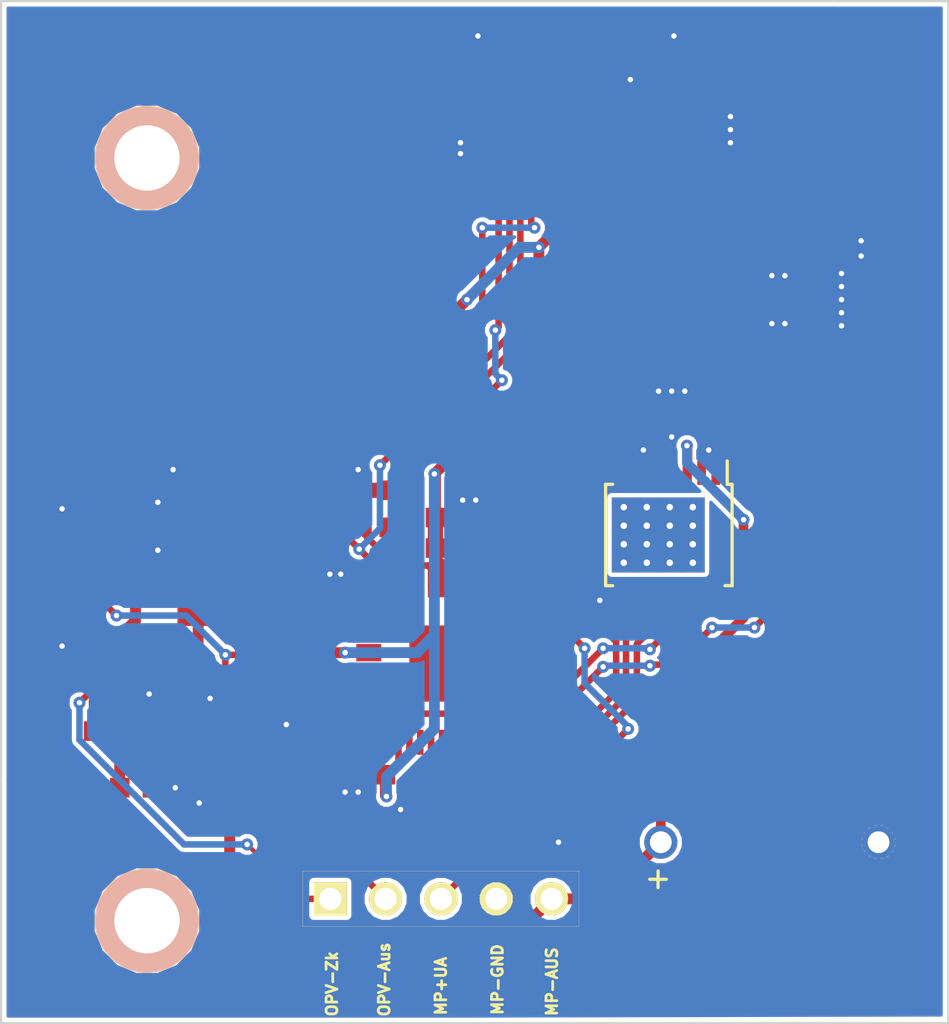
<source format=kicad_pcb>
(kicad_pcb (version 4) (host pcbnew 4.0.7-e2-6376~58~ubuntu16.04.1)

  (general
    (links 135)
    (no_connects 0)
    (area 83.249999 62.749999 126.850001 109.750001)
    (thickness 1.6)
    (drawings 18)
    (tracks 520)
    (zones 0)
    (modules 54)
    (nets 74)
  )

  (page A4)
  (layers
    (0 F.Cu signal)
    (31 B.Cu signal hide)
    (32 B.Adhes user)
    (33 F.Adhes user)
    (34 B.Paste user)
    (35 F.Paste user)
    (36 B.SilkS user)
    (37 F.SilkS user)
    (38 B.Mask user)
    (39 F.Mask user)
    (40 Dwgs.User user)
    (41 Cmts.User user)
    (42 Eco1.User user)
    (43 Eco2.User user)
    (44 Edge.Cuts user)
    (45 Margin user)
    (46 B.CrtYd user)
    (47 F.CrtYd user)
    (48 B.Fab user)
    (49 F.Fab user)
  )

  (setup
    (last_trace_width 0.2)
    (user_trace_width 0.25)
    (user_trace_width 0.3)
    (user_trace_width 0.45)
    (user_trace_width 0.5)
    (user_trace_width 0.6)
    (user_trace_width 0.7)
    (user_trace_width 0.8)
    (user_trace_width 1)
    (trace_clearance 0.14986)
    (zone_clearance 0.2)
    (zone_45_only no)
    (trace_min 0.2)
    (segment_width 0.2)
    (edge_width 0.1)
    (via_size 0.55)
    (via_drill 0.25)
    (via_min_size 0.5)
    (via_min_drill 0.25)
    (uvia_size 0.70104)
    (uvia_drill 0.24892)
    (uvias_allowed no)
    (uvia_min_size 0.701)
    (uvia_min_drill 0.2489)
    (pcb_text_width 0.3)
    (pcb_text_size 1.5 1.5)
    (mod_edge_width 0.15)
    (mod_text_size 1 1)
    (mod_text_width 0.15)
    (pad_size 1.5 1.5)
    (pad_drill 0.6)
    (pad_to_mask_clearance 0)
    (aux_axis_origin 0 0)
    (visible_elements FFFFFF7F)
    (pcbplotparams
      (layerselection 0x00030_80000001)
      (usegerberextensions false)
      (excludeedgelayer true)
      (linewidth 0.100000)
      (plotframeref false)
      (viasonmask false)
      (mode 1)
      (useauxorigin false)
      (hpglpennumber 1)
      (hpglpenspeed 20)
      (hpglpendiameter 15)
      (hpglpenoverlay 2)
      (psnegative false)
      (psa4output false)
      (plotreference true)
      (plotvalue true)
      (plotinvisibletext false)
      (padsonsilk false)
      (subtractmaskfromsilk false)
      (outputformat 1)
      (mirror false)
      (drillshape 1)
      (scaleselection 1)
      (outputdirectory ""))
  )

  (net 0 "")
  (net 1 +3V3)
  (net 2 MP-GND)
  (net 3 +5V)
  (net 4 "Net-(C6-Pad1)")
  (net 5 MP+Ua)
  (net 6 "Net-(C8-Pad1)")
  (net 7 "Net-(C9-Pad1)")
  (net 8 "Net-(C10-Pad1)")
  (net 9 "Net-(C11-Pad1)")
  (net 10 MP-Ausgangsspannung)
  (net 11 "Net-(C12-Pad2)")
  (net 12 "Net-(C13-Pad1)")
  (net 13 "Net-(C14-Pad1)")
  (net 14 "Net-(C15-Pad1)")
  (net 15 "Net-(D1-Pad2)")
  (net 16 "Net-(D3-Pad1)")
  (net 17 "Net-(D3-Pad2)")
  (net 18 "Net-(D4-Pad1)")
  (net 19 "Net-(D4-Pad2)")
  (net 20 "Net-(D5-Pad1)")
  (net 21 "Net-(D5-Pad2)")
  (net 22 "Net-(IC1-Pad7)")
  (net 23 "Net-(IC1-Pad10)")
  (net 24 "Net-(IC1-Pad14)")
  (net 25 "Net-(IC1-Pad15)")
  (net 26 "Net-(IC1-Pad16)")
  (net 27 "Net-(P1-Pad4)")
  (net 28 "Net-(P1-Pad5)")
  (net 29 "Net-(P1-Pad6)")
  (net 30 OPV-Zwischenkreis)
  (net 31 OPV-Aus)
  (net 32 "Net-(R12-Pad1)")
  (net 33 "Net-(R12-Pad2)")
  (net 34 "Net-(R13-Pad2)")
  (net 35 S-CS)
  (net 36 S-MOSI)
  (net 37 S-CLK)
  (net 38 "Net-(RP1-Pad4)")
  (net 39 S-MISO)
  (net 40 "Net-(U1-Pad1)")
  (net 41 "Net-(U1-Pad2)")
  (net 42 "Net-(U1-Pad9)")
  (net 43 "Net-(U1-Pad16)")
  (net 44 "Net-(U1-Pad21)")
  (net 45 "Net-(U1-Pad22)")
  (net 46 "Net-(U1-Pad26)")
  (net 47 "Net-(U1-Pad28)")
  (net 48 "Net-(U1-Pad35)")
  (net 49 "Net-(U1-Pad39)")
  (net 50 "Net-(U1-Pad40)")
  (net 51 "Net-(U1-Pad43)")
  (net 52 "Net-(U1-Pad44)")
  (net 53 "Net-(U1-Pad45)")
  (net 54 HB-Reset)
  (net 55 HB-Phase)
  (net 56 HB-Enable)
  (net 57 HB-Mode)
  (net 58 "Net-(U1-Pad8)")
  (net 59 "Net-(U1-Pad29)")
  (net 60 "Net-(U1-Pad30)")
  (net 61 "Net-(U1-Pad32)")
  (net 62 SP-SHDN)
  (net 63 "Net-(P3-Pad1)")
  (net 64 "Net-(P4-Pad1)")
  (net 65 "Net-(C5-Pad1)")
  (net 66 "Net-(IC1-Pad5)")
  (net 67 "Net-(U1-Pad6)")
  (net 68 "Net-(U1-Pad7)")
  (net 69 "Net-(U1-Pad10)")
  (net 70 "Net-(U1-Pad11)")
  (net 71 "Net-(U1-Pad12)")
  (net 72 "Net-(U1-Pad33)")
  (net 73 "Net-(RP2-Pad4)")

  (net_class Default "This is the default net class."
    (clearance 0.14986)
    (trace_width 0.2)
    (via_dia 0.55)
    (via_drill 0.25)
    (uvia_dia 0.70104)
    (uvia_drill 0.24892)
    (add_net +3V3)
    (add_net +5V)
    (add_net HB-Enable)
    (add_net HB-Mode)
    (add_net HB-Phase)
    (add_net HB-Reset)
    (add_net MP+Ua)
    (add_net MP-Ausgangsspannung)
    (add_net MP-GND)
    (add_net "Net-(C10-Pad1)")
    (add_net "Net-(C11-Pad1)")
    (add_net "Net-(C12-Pad2)")
    (add_net "Net-(C13-Pad1)")
    (add_net "Net-(C14-Pad1)")
    (add_net "Net-(C15-Pad1)")
    (add_net "Net-(C5-Pad1)")
    (add_net "Net-(C6-Pad1)")
    (add_net "Net-(C8-Pad1)")
    (add_net "Net-(C9-Pad1)")
    (add_net "Net-(D1-Pad2)")
    (add_net "Net-(D3-Pad1)")
    (add_net "Net-(D3-Pad2)")
    (add_net "Net-(D4-Pad1)")
    (add_net "Net-(D4-Pad2)")
    (add_net "Net-(D5-Pad1)")
    (add_net "Net-(D5-Pad2)")
    (add_net "Net-(IC1-Pad10)")
    (add_net "Net-(IC1-Pad14)")
    (add_net "Net-(IC1-Pad15)")
    (add_net "Net-(IC1-Pad16)")
    (add_net "Net-(IC1-Pad5)")
    (add_net "Net-(IC1-Pad7)")
    (add_net "Net-(P1-Pad4)")
    (add_net "Net-(P1-Pad5)")
    (add_net "Net-(P1-Pad6)")
    (add_net "Net-(P3-Pad1)")
    (add_net "Net-(P4-Pad1)")
    (add_net "Net-(R12-Pad1)")
    (add_net "Net-(R12-Pad2)")
    (add_net "Net-(R13-Pad2)")
    (add_net "Net-(RP1-Pad4)")
    (add_net "Net-(RP2-Pad4)")
    (add_net "Net-(U1-Pad1)")
    (add_net "Net-(U1-Pad10)")
    (add_net "Net-(U1-Pad11)")
    (add_net "Net-(U1-Pad12)")
    (add_net "Net-(U1-Pad16)")
    (add_net "Net-(U1-Pad2)")
    (add_net "Net-(U1-Pad21)")
    (add_net "Net-(U1-Pad22)")
    (add_net "Net-(U1-Pad26)")
    (add_net "Net-(U1-Pad28)")
    (add_net "Net-(U1-Pad29)")
    (add_net "Net-(U1-Pad30)")
    (add_net "Net-(U1-Pad32)")
    (add_net "Net-(U1-Pad33)")
    (add_net "Net-(U1-Pad35)")
    (add_net "Net-(U1-Pad39)")
    (add_net "Net-(U1-Pad40)")
    (add_net "Net-(U1-Pad43)")
    (add_net "Net-(U1-Pad44)")
    (add_net "Net-(U1-Pad45)")
    (add_net "Net-(U1-Pad6)")
    (add_net "Net-(U1-Pad7)")
    (add_net "Net-(U1-Pad8)")
    (add_net "Net-(U1-Pad9)")
    (add_net OPV-Aus)
    (add_net OPV-Zwischenkreis)
    (add_net S-CLK)
    (add_net S-CS)
    (add_net S-MISO)
    (add_net S-MOSI)
    (add_net SP-SHDN)
  )

  (module kicad-libraries:C0603F (layer F.Cu) (tedit 58F5DD02) (tstamp 5A79B04B)
    (at 100.2 98.3 180)
    (path /5A70B2A5)
    (attr smd)
    (fp_text reference C1 (at 0.05 0.225 180) (layer F.Fab)
      (effects (font (size 0.2 0.2) (thickness 0.05)))
    )
    (fp_text value 100nF (at 0.05 -0.375 180) (layer F.Fab)
      (effects (font (size 0.2 0.2) (thickness 0.05)))
    )
    (fp_line (start -1.45034 -0.65024) (end 1.45034 -0.65024) (layer F.Fab) (width 0.001))
    (fp_line (start 1.45034 -0.65024) (end 1.45034 0.65024) (layer F.Fab) (width 0.001))
    (fp_line (start 1.45034 0.65024) (end -1.45034 0.65024) (layer F.Fab) (width 0.001))
    (fp_line (start -1.45034 0.65024) (end -1.45034 -0.65024) (layer F.Fab) (width 0.001))
    (pad 1 smd rect (at -0.75 0 180) (size 0.9 0.9) (layers F.Cu F.Paste F.Mask)
      (net 1 +3V3))
    (pad 2 smd rect (at 0.75 0 180) (size 0.9 0.9) (layers F.Cu F.Paste F.Mask)
      (net 2 MP-GND))
    (model Capacitors_SMD/C_0603.wrl
      (at (xyz 0 0 0))
      (scale (xyz 1 1 1))
      (rotate (xyz 0 0 0))
    )
  )

  (module kicad-libraries:C0603F (layer F.Cu) (tedit 58F5DD02) (tstamp 5A79B055)
    (at 104 87.9)
    (path /5A70B81F)
    (attr smd)
    (fp_text reference C2 (at 0.05 0.225) (layer F.Fab)
      (effects (font (size 0.2 0.2) (thickness 0.05)))
    )
    (fp_text value 220nF (at 0.05 -0.375) (layer F.Fab)
      (effects (font (size 0.2 0.2) (thickness 0.05)))
    )
    (fp_line (start -1.45034 -0.65024) (end 1.45034 -0.65024) (layer F.Fab) (width 0.001))
    (fp_line (start 1.45034 -0.65024) (end 1.45034 0.65024) (layer F.Fab) (width 0.001))
    (fp_line (start 1.45034 0.65024) (end -1.45034 0.65024) (layer F.Fab) (width 0.001))
    (fp_line (start -1.45034 0.65024) (end -1.45034 -0.65024) (layer F.Fab) (width 0.001))
    (pad 1 smd rect (at -0.75 0) (size 0.9 0.9) (layers F.Cu F.Paste F.Mask)
      (net 1 +3V3))
    (pad 2 smd rect (at 0.75 0) (size 0.9 0.9) (layers F.Cu F.Paste F.Mask)
      (net 2 MP-GND))
    (model Capacitors_SMD/C_0603.wrl
      (at (xyz 0 0 0))
      (scale (xyz 1 1 1))
      (rotate (xyz 0 0 0))
    )
  )

  (module kicad-libraries:C0603F (layer F.Cu) (tedit 58F5DD02) (tstamp 5A79B05F)
    (at 98.7 90.7 90)
    (path /5A70B790)
    (attr smd)
    (fp_text reference C3 (at 0.05 0.225 90) (layer F.Fab)
      (effects (font (size 0.2 0.2) (thickness 0.05)))
    )
    (fp_text value 100nF (at 0.05 -0.375 90) (layer F.Fab)
      (effects (font (size 0.2 0.2) (thickness 0.05)))
    )
    (fp_line (start -1.45034 -0.65024) (end 1.45034 -0.65024) (layer F.Fab) (width 0.001))
    (fp_line (start 1.45034 -0.65024) (end 1.45034 0.65024) (layer F.Fab) (width 0.001))
    (fp_line (start 1.45034 0.65024) (end -1.45034 0.65024) (layer F.Fab) (width 0.001))
    (fp_line (start -1.45034 0.65024) (end -1.45034 -0.65024) (layer F.Fab) (width 0.001))
    (pad 1 smd rect (at -0.75 0 90) (size 0.9 0.9) (layers F.Cu F.Paste F.Mask)
      (net 1 +3V3))
    (pad 2 smd rect (at 0.75 0 90) (size 0.9 0.9) (layers F.Cu F.Paste F.Mask)
      (net 2 MP-GND))
    (model Capacitors_SMD/C_0603.wrl
      (at (xyz 0 0 0))
      (scale (xyz 1 1 1))
      (rotate (xyz 0 0 0))
    )
  )

  (module kicad-libraries:C0603F (layer F.Cu) (tedit 58F5DD02) (tstamp 5A79B069)
    (at 104 86.5)
    (path /5A70B703)
    (attr smd)
    (fp_text reference C4 (at 0.05 0.225) (layer F.Fab)
      (effects (font (size 0.2 0.2) (thickness 0.05)))
    )
    (fp_text value 100nF (at 0.05 -0.375) (layer F.Fab)
      (effects (font (size 0.2 0.2) (thickness 0.05)))
    )
    (fp_line (start -1.45034 -0.65024) (end 1.45034 -0.65024) (layer F.Fab) (width 0.001))
    (fp_line (start 1.45034 -0.65024) (end 1.45034 0.65024) (layer F.Fab) (width 0.001))
    (fp_line (start 1.45034 0.65024) (end -1.45034 0.65024) (layer F.Fab) (width 0.001))
    (fp_line (start -1.45034 0.65024) (end -1.45034 -0.65024) (layer F.Fab) (width 0.001))
    (pad 1 smd rect (at -0.75 0) (size 0.9 0.9) (layers F.Cu F.Paste F.Mask)
      (net 1 +3V3))
    (pad 2 smd rect (at 0.75 0) (size 0.9 0.9) (layers F.Cu F.Paste F.Mask)
      (net 2 MP-GND))
    (model Capacitors_SMD/C_0603.wrl
      (at (xyz 0 0 0))
      (scale (xyz 1 1 1))
      (rotate (xyz 0 0 0))
    )
  )

  (module kicad-libraries:C0603F (layer F.Cu) (tedit 58F5DD02) (tstamp 5A79B09B)
    (at 118.5 78.9 180)
    (path /5A70A0F1/5A4CE454)
    (attr smd)
    (fp_text reference C9 (at 0.05 0.225 180) (layer F.Fab)
      (effects (font (size 0.2 0.2) (thickness 0.05)))
    )
    (fp_text value 270pF (at 0.05 -0.375 180) (layer F.Fab)
      (effects (font (size 0.2 0.2) (thickness 0.05)))
    )
    (fp_line (start -1.45034 -0.65024) (end 1.45034 -0.65024) (layer F.Fab) (width 0.001))
    (fp_line (start 1.45034 -0.65024) (end 1.45034 0.65024) (layer F.Fab) (width 0.001))
    (fp_line (start 1.45034 0.65024) (end -1.45034 0.65024) (layer F.Fab) (width 0.001))
    (fp_line (start -1.45034 0.65024) (end -1.45034 -0.65024) (layer F.Fab) (width 0.001))
    (pad 1 smd rect (at -0.75 0 180) (size 0.9 0.9) (layers F.Cu F.Paste F.Mask)
      (net 7 "Net-(C9-Pad1)"))
    (pad 2 smd rect (at 0.75 0 180) (size 0.9 0.9) (layers F.Cu F.Paste F.Mask)
      (net 6 "Net-(C8-Pad1)"))
    (model Capacitors_SMD/C_0603.wrl
      (at (xyz 0 0 0))
      (scale (xyz 1 1 1))
      (rotate (xyz 0 0 0))
    )
  )

  (module kicad-libraries:C0603F (layer F.Cu) (tedit 58F5DD02) (tstamp 5A79B0A5)
    (at 86 94.1 90)
    (path /5A7056AD/5A4CF011)
    (attr smd)
    (fp_text reference C10 (at 0.05 0.225 90) (layer F.Fab)
      (effects (font (size 0.2 0.2) (thickness 0.05)))
    )
    (fp_text value 4.7nF (at 0.05 -0.375 90) (layer F.Fab)
      (effects (font (size 0.2 0.2) (thickness 0.05)))
    )
    (fp_line (start -1.45034 -0.65024) (end 1.45034 -0.65024) (layer F.Fab) (width 0.001))
    (fp_line (start 1.45034 -0.65024) (end 1.45034 0.65024) (layer F.Fab) (width 0.001))
    (fp_line (start 1.45034 0.65024) (end -1.45034 0.65024) (layer F.Fab) (width 0.001))
    (fp_line (start -1.45034 0.65024) (end -1.45034 -0.65024) (layer F.Fab) (width 0.001))
    (pad 1 smd rect (at -0.75 0 90) (size 0.9 0.9) (layers F.Cu F.Paste F.Mask)
      (net 8 "Net-(C10-Pad1)"))
    (pad 2 smd rect (at 0.75 0 90) (size 0.9 0.9) (layers F.Cu F.Paste F.Mask)
      (net 2 MP-GND))
    (model Capacitors_SMD/C_0603.wrl
      (at (xyz 0 0 0))
      (scale (xyz 1 1 1))
      (rotate (xyz 0 0 0))
    )
  )

  (module kicad-libraries:C0603F (layer F.Cu) (tedit 58F5DD02) (tstamp 5A79B0AF)
    (at 89.6 87.2)
    (path /5A7056AD/5A4CF28C)
    (attr smd)
    (fp_text reference C11 (at 0.05 0.225) (layer F.Fab)
      (effects (font (size 0.2 0.2) (thickness 0.05)))
    )
    (fp_text value 100nF (at 0.05 -0.375) (layer F.Fab)
      (effects (font (size 0.2 0.2) (thickness 0.05)))
    )
    (fp_line (start -1.45034 -0.65024) (end 1.45034 -0.65024) (layer F.Fab) (width 0.001))
    (fp_line (start 1.45034 -0.65024) (end 1.45034 0.65024) (layer F.Fab) (width 0.001))
    (fp_line (start 1.45034 0.65024) (end -1.45034 0.65024) (layer F.Fab) (width 0.001))
    (fp_line (start -1.45034 0.65024) (end -1.45034 -0.65024) (layer F.Fab) (width 0.001))
    (pad 1 smd rect (at -0.75 0) (size 0.9 0.9) (layers F.Cu F.Paste F.Mask)
      (net 9 "Net-(C11-Pad1)"))
    (pad 2 smd rect (at 0.75 0) (size 0.9 0.9) (layers F.Cu F.Paste F.Mask)
      (net 2 MP-GND))
    (model Capacitors_SMD/C_0603.wrl
      (at (xyz 0 0 0))
      (scale (xyz 1 1 1))
      (rotate (xyz 0 0 0))
    )
  )

  (module kicad-libraries:C0603F (layer F.Cu) (tedit 58F5DD02) (tstamp 5A79B0B9)
    (at 89.8 96.3 180)
    (path /5A7056AD/5A4CEECB)
    (attr smd)
    (fp_text reference C12 (at 0.05 0.225 180) (layer F.Fab)
      (effects (font (size 0.2 0.2) (thickness 0.05)))
    )
    (fp_text value 40pF (at 0.05 -0.375 180) (layer F.Fab)
      (effects (font (size 0.2 0.2) (thickness 0.05)))
    )
    (fp_line (start -1.45034 -0.65024) (end 1.45034 -0.65024) (layer F.Fab) (width 0.001))
    (fp_line (start 1.45034 -0.65024) (end 1.45034 0.65024) (layer F.Fab) (width 0.001))
    (fp_line (start 1.45034 0.65024) (end -1.45034 0.65024) (layer F.Fab) (width 0.001))
    (fp_line (start -1.45034 0.65024) (end -1.45034 -0.65024) (layer F.Fab) (width 0.001))
    (pad 1 smd rect (at -0.75 0 180) (size 0.9 0.9) (layers F.Cu F.Paste F.Mask)
      (net 10 MP-Ausgangsspannung))
    (pad 2 smd rect (at 0.75 0 180) (size 0.9 0.9) (layers F.Cu F.Paste F.Mask)
      (net 11 "Net-(C12-Pad2)"))
    (model Capacitors_SMD/C_0603.wrl
      (at (xyz 0 0 0))
      (scale (xyz 1 1 1))
      (rotate (xyz 0 0 0))
    )
  )

  (module kicad-libraries:C0603F (layer F.Cu) (tedit 58F5DD02) (tstamp 5A79B0C3)
    (at 102.6 100.65 90)
    (path /5A745ED5)
    (attr smd)
    (fp_text reference C13 (at 0.05 0.225 90) (layer F.Fab)
      (effects (font (size 0.2 0.2) (thickness 0.05)))
    )
    (fp_text value 10pF (at 0.05 -0.375 90) (layer F.Fab)
      (effects (font (size 0.2 0.2) (thickness 0.05)))
    )
    (fp_line (start -1.45034 -0.65024) (end 1.45034 -0.65024) (layer F.Fab) (width 0.001))
    (fp_line (start 1.45034 -0.65024) (end 1.45034 0.65024) (layer F.Fab) (width 0.001))
    (fp_line (start 1.45034 0.65024) (end -1.45034 0.65024) (layer F.Fab) (width 0.001))
    (fp_line (start -1.45034 0.65024) (end -1.45034 -0.65024) (layer F.Fab) (width 0.001))
    (pad 1 smd rect (at -0.75 0 90) (size 0.9 0.9) (layers F.Cu F.Paste F.Mask)
      (net 12 "Net-(C13-Pad1)"))
    (pad 2 smd rect (at 0.75 0 90) (size 0.9 0.9) (layers F.Cu F.Paste F.Mask)
      (net 2 MP-GND))
    (model Capacitors_SMD/C_0603.wrl
      (at (xyz 0 0 0))
      (scale (xyz 1 1 1))
      (rotate (xyz 0 0 0))
    )
  )

  (module kicad-libraries:C0603F (layer F.Cu) (tedit 58F5DD02) (tstamp 5A79B0CD)
    (at 108 100.65 270)
    (path /5A74600A)
    (attr smd)
    (fp_text reference C14 (at 0.05 0.225 270) (layer F.Fab)
      (effects (font (size 0.2 0.2) (thickness 0.05)))
    )
    (fp_text value 10pF (at 0.05 -0.375 270) (layer F.Fab)
      (effects (font (size 0.2 0.2) (thickness 0.05)))
    )
    (fp_line (start -1.45034 -0.65024) (end 1.45034 -0.65024) (layer F.Fab) (width 0.001))
    (fp_line (start 1.45034 -0.65024) (end 1.45034 0.65024) (layer F.Fab) (width 0.001))
    (fp_line (start 1.45034 0.65024) (end -1.45034 0.65024) (layer F.Fab) (width 0.001))
    (fp_line (start -1.45034 0.65024) (end -1.45034 -0.65024) (layer F.Fab) (width 0.001))
    (pad 1 smd rect (at -0.75 0 270) (size 0.9 0.9) (layers F.Cu F.Paste F.Mask)
      (net 13 "Net-(C14-Pad1)"))
    (pad 2 smd rect (at 0.75 0 270) (size 0.9 0.9) (layers F.Cu F.Paste F.Mask)
      (net 2 MP-GND))
    (model Capacitors_SMD/C_0603.wrl
      (at (xyz 0 0 0))
      (scale (xyz 1 1 1))
      (rotate (xyz 0 0 0))
    )
  )

  (module kicad-libraries:C0402F (layer F.Cu) (tedit 5A0C5AF6) (tstamp 5A79B0D7)
    (at 105.6 69.5 180)
    (path /5A785F93)
    (fp_text reference C15 (at 0.1 0.15 180) (layer F.Fab)
      (effects (font (size 0.2 0.2) (thickness 0.05)))
    )
    (fp_text value 220pF (at 0 -0.15 180) (layer F.Fab)
      (effects (font (size 0.2 0.2) (thickness 0.05)))
    )
    (fp_line (start -0.9 -0.45) (end 0.9 -0.45) (layer F.Fab) (width 0.025))
    (fp_line (start 0.9 -0.45) (end 0.9 0.45) (layer F.Fab) (width 0.025))
    (fp_line (start 0.9 0.45) (end -0.9 0.45) (layer F.Fab) (width 0.025))
    (fp_line (start -0.9 0.45) (end -0.9 -0.45) (layer F.Fab) (width 0.025))
    (pad 2 smd rect (at 0.5 0 180) (size 0.6 0.7) (layers F.Cu F.Paste F.Mask)
      (net 2 MP-GND))
    (pad 1 smd rect (at -0.5 0 180) (size 0.6 0.7) (layers F.Cu F.Paste F.Mask)
      (net 14 "Net-(C15-Pad1)"))
    (model Capacitors_SMD/C_0402.wrl
      (at (xyz 0 0 0))
      (scale (xyz 1 1 1))
      (rotate (xyz 0 0 0))
    )
  )

  (module kicad-libraries:C0603F (layer F.Cu) (tedit 58F5DD02) (tstamp 5A79B0E1)
    (at 86.4 87.9 90)
    (path /5A7056AD/5A780601)
    (attr smd)
    (fp_text reference C16 (at 0.05 0.225 90) (layer F.Fab)
      (effects (font (size 0.2 0.2) (thickness 0.05)))
    )
    (fp_text value 100nF (at 0.05 -0.375 90) (layer F.Fab)
      (effects (font (size 0.2 0.2) (thickness 0.05)))
    )
    (fp_line (start -1.45034 -0.65024) (end 1.45034 -0.65024) (layer F.Fab) (width 0.001))
    (fp_line (start 1.45034 -0.65024) (end 1.45034 0.65024) (layer F.Fab) (width 0.001))
    (fp_line (start 1.45034 0.65024) (end -1.45034 0.65024) (layer F.Fab) (width 0.001))
    (fp_line (start -1.45034 0.65024) (end -1.45034 -0.65024) (layer F.Fab) (width 0.001))
    (pad 1 smd rect (at -0.75 0 90) (size 0.9 0.9) (layers F.Cu F.Paste F.Mask)
      (net 1 +3V3))
    (pad 2 smd rect (at 0.75 0 90) (size 0.9 0.9) (layers F.Cu F.Paste F.Mask)
      (net 2 MP-GND))
    (model Capacitors_SMD/C_0603.wrl
      (at (xyz 0 0 0))
      (scale (xyz 1 1 1))
      (rotate (xyz 0 0 0))
    )
  )

  (module kicad-libraries:D0603E (layer F.Cu) (tedit 58F76B43) (tstamp 5A79B11B)
    (at 106.2 87 270)
    (path /5A7324B4)
    (attr smd)
    (fp_text reference D3 (at 0.85 0.45 270) (layer F.Fab)
      (effects (font (size 0.2 0.2) (thickness 0.05)))
    )
    (fp_text value Gelb (at 0.85 -0.5 270) (layer F.Fab)
      (effects (font (size 0.2 0.2) (thickness 0.05)))
    )
    (fp_line (start 0.2 -0.4) (end 0.2 0.4) (layer F.Fab) (width 0.05))
    (fp_line (start 0.2 0) (end -0.2 -0.4) (layer F.Fab) (width 0.05))
    (fp_line (start -0.2 -0.4) (end -0.2 0.4) (layer F.Fab) (width 0.05))
    (fp_line (start -0.2 0.4) (end 0.2 0) (layer F.Fab) (width 0.05))
    (fp_line (start -0.889 -0.254) (end -0.889 0.254) (layer F.Fab) (width 0.05))
    (fp_line (start -1.143 0) (end -0.635 0) (layer F.Fab) (width 0.05))
    (fp_line (start -1.45034 -0.65024) (end 1.45034 -0.65024) (layer F.Fab) (width 0.001))
    (fp_line (start 1.45034 -0.65024) (end 1.45034 0.65024) (layer F.Fab) (width 0.001))
    (fp_line (start 1.45034 0.65024) (end -1.45034 0.65024) (layer F.Fab) (width 0.001))
    (fp_line (start -1.45034 0.65024) (end -1.45034 -0.65024) (layer F.Fab) (width 0.001))
    (pad 1 smd rect (at -0.8501 0 270) (size 1.1 1) (layers F.Cu F.Paste F.Mask)
      (net 16 "Net-(D3-Pad1)"))
    (pad 2 smd rect (at 0.8501 0 270) (size 1.1 1) (layers F.Cu F.Paste F.Mask)
      (net 17 "Net-(D3-Pad2)"))
    (model LED_SMD/D_0603_blue.wrl
      (at (xyz 0 0 0))
      (scale (xyz 1 1 1))
      (rotate (xyz 90 180 0))
    )
  )

  (module kicad-libraries:D0603E (layer F.Cu) (tedit 58F76B43) (tstamp 5A79B12B)
    (at 107.6 87 270)
    (path /5A732455)
    (attr smd)
    (fp_text reference D4 (at 0.85 0.45 270) (layer F.Fab)
      (effects (font (size 0.2 0.2) (thickness 0.05)))
    )
    (fp_text value Gleb (at 0.85 -0.5 270) (layer F.Fab)
      (effects (font (size 0.2 0.2) (thickness 0.05)))
    )
    (fp_line (start 0.2 -0.4) (end 0.2 0.4) (layer F.Fab) (width 0.05))
    (fp_line (start 0.2 0) (end -0.2 -0.4) (layer F.Fab) (width 0.05))
    (fp_line (start -0.2 -0.4) (end -0.2 0.4) (layer F.Fab) (width 0.05))
    (fp_line (start -0.2 0.4) (end 0.2 0) (layer F.Fab) (width 0.05))
    (fp_line (start -0.889 -0.254) (end -0.889 0.254) (layer F.Fab) (width 0.05))
    (fp_line (start -1.143 0) (end -0.635 0) (layer F.Fab) (width 0.05))
    (fp_line (start -1.45034 -0.65024) (end 1.45034 -0.65024) (layer F.Fab) (width 0.001))
    (fp_line (start 1.45034 -0.65024) (end 1.45034 0.65024) (layer F.Fab) (width 0.001))
    (fp_line (start 1.45034 0.65024) (end -1.45034 0.65024) (layer F.Fab) (width 0.001))
    (fp_line (start -1.45034 0.65024) (end -1.45034 -0.65024) (layer F.Fab) (width 0.001))
    (pad 1 smd rect (at -0.8501 0 270) (size 1.1 1) (layers F.Cu F.Paste F.Mask)
      (net 18 "Net-(D4-Pad1)"))
    (pad 2 smd rect (at 0.8501 0 270) (size 1.1 1) (layers F.Cu F.Paste F.Mask)
      (net 19 "Net-(D4-Pad2)"))
    (model LED_SMD/D_0603_blue.wrl
      (at (xyz 0 0 0))
      (scale (xyz 1 1 1))
      (rotate (xyz 90 180 0))
    )
  )

  (module kicad-libraries:D0603E (layer F.Cu) (tedit 58F76B43) (tstamp 5A79B13B)
    (at 109 87 270)
    (path /5A7323BC)
    (attr smd)
    (fp_text reference D5 (at 0.85 0.45 270) (layer F.Fab)
      (effects (font (size 0.2 0.2) (thickness 0.05)))
    )
    (fp_text value Gelb (at 0.85 -0.5 270) (layer F.Fab)
      (effects (font (size 0.2 0.2) (thickness 0.05)))
    )
    (fp_line (start 0.2 -0.4) (end 0.2 0.4) (layer F.Fab) (width 0.05))
    (fp_line (start 0.2 0) (end -0.2 -0.4) (layer F.Fab) (width 0.05))
    (fp_line (start -0.2 -0.4) (end -0.2 0.4) (layer F.Fab) (width 0.05))
    (fp_line (start -0.2 0.4) (end 0.2 0) (layer F.Fab) (width 0.05))
    (fp_line (start -0.889 -0.254) (end -0.889 0.254) (layer F.Fab) (width 0.05))
    (fp_line (start -1.143 0) (end -0.635 0) (layer F.Fab) (width 0.05))
    (fp_line (start -1.45034 -0.65024) (end 1.45034 -0.65024) (layer F.Fab) (width 0.001))
    (fp_line (start 1.45034 -0.65024) (end 1.45034 0.65024) (layer F.Fab) (width 0.001))
    (fp_line (start 1.45034 0.65024) (end -1.45034 0.65024) (layer F.Fab) (width 0.001))
    (fp_line (start -1.45034 0.65024) (end -1.45034 -0.65024) (layer F.Fab) (width 0.001))
    (pad 1 smd rect (at -0.8501 0 270) (size 1.1 1) (layers F.Cu F.Paste F.Mask)
      (net 20 "Net-(D5-Pad1)"))
    (pad 2 smd rect (at 0.8501 0 270) (size 1.1 1) (layers F.Cu F.Paste F.Mask)
      (net 21 "Net-(D5-Pad2)"))
    (model LED_SMD/D_0603_blue.wrl
      (at (xyz 0 0 0))
      (scale (xyz 1 1 1))
      (rotate (xyz 90 180 0))
    )
  )

  (module Zusatzteile:16-leadTSSOP_0,137,4,4mmBreite (layer F.Cu) (tedit 5A79581B) (tstamp 5A79B15F)
    (at 111.9 87.3 270)
    (descr "HTSSOP28: plastic thin shrink small outline package; 28 leads; body width 4.4 mm; thermal pad")
    (tags "TSSOP HTSSOP 0.65 thermal pad")
    (path /5A719833)
    (attr smd)
    (fp_text reference IC1 (at 0 0 270) (layer F.Fab)
      (effects (font (size 0.4 0.4) (thickness 0.1)))
    )
    (fp_text value A5950 (at 0 -0.6 270) (layer F.Fab)
      (effects (font (size 0.4 0.4) (thickness 0.1)))
    )
    (fp_line (start -1.2 -4.85) (end 2.2 -4.85) (layer F.Fab) (width 0.15))
    (fp_line (start 2.2 -4.85) (end 2.2 0.7098) (layer F.Fab) (width 0.15))
    (fp_line (start 2.2 0.7098) (end -2.2 0.7098) (layer F.Fab) (width 0.15))
    (fp_line (start -2.2 0.7098) (end -2.2 -3.85) (layer F.Fab) (width 0.15))
    (fp_line (start -2.2 -3.85) (end -1.2 -4.85) (layer F.Fab) (width 0.15))
    (fp_line (start -3.65 -5.15) (end -3.65 1.086) (layer F.CrtYd) (width 0.05))
    (fp_line (start 3.65 -5.15) (end 3.65 1.086) (layer F.CrtYd) (width 0.05))
    (fp_line (start -3.65 -5.15) (end 3.65 -5.15) (layer F.CrtYd) (width 0.05))
    (fp_line (start -3.65 1.086) (end 3.65 1.086) (layer F.CrtYd) (width 0.05))
    (fp_line (start -2.325 -4.975) (end -2.325 -4.75) (layer F.SilkS) (width 0.15))
    (fp_line (start 2.325 -4.975) (end 2.325 -4.65) (layer F.SilkS) (width 0.15))
    (fp_line (start 2.325 0.8348) (end 2.325 0.5098) (layer F.SilkS) (width 0.15))
    (fp_line (start -2.325 0.8348) (end -2.325 0.5098) (layer F.SilkS) (width 0.15))
    (fp_line (start -2.325 -4.975) (end 2.325 -4.975) (layer F.SilkS) (width 0.15))
    (fp_line (start -2.325 0.8348) (end 2.325 0.8348) (layer F.SilkS) (width 0.15))
    (fp_line (start -2.325 -4.75) (end -3.4 -4.75) (layer F.SilkS) (width 0.15))
    (fp_text user %R (at 0 0 270) (layer F.Fab)
      (effects (font (size 0.4 0.4) (thickness 0.1)))
    )
    (pad 1 smd rect (at -2.85 -4.225 270) (size 1.1 0.4) (layers F.Cu F.Paste F.Mask)
      (net 2 MP-GND))
    (pad 2 smd rect (at -2.85 -3.575 270) (size 1.1 0.4) (layers F.Cu F.Paste F.Mask)
      (net 2 MP-GND))
    (pad 3 smd rect (at -2.85 -2.925 270) (size 1.1 0.4) (layers F.Cu F.Paste F.Mask)
      (net 10 MP-Ausgangsspannung))
    (pad 4 smd rect (at -2.85 -2.275 270) (size 1.1 0.4) (layers F.Cu F.Paste F.Mask)
      (net 2 MP-GND))
    (pad 5 smd rect (at -2.85 -1.625 270) (size 1.1 0.4) (layers F.Cu F.Paste F.Mask)
      (net 66 "Net-(IC1-Pad5)"))
    (pad 6 smd rect (at -2.85 -0.975 270) (size 1.1 0.4) (layers F.Cu F.Paste F.Mask)
      (net 2 MP-GND))
    (pad 7 smd rect (at -2.85 -0.325 270) (size 1.1 0.4) (layers F.Cu F.Paste F.Mask)
      (net 22 "Net-(IC1-Pad7)"))
    (pad 8 smd rect (at -2.85 0.325 270) (size 1.1 0.4) (layers F.Cu F.Paste F.Mask)
      (net 54 HB-Reset))
    (pad 9 smd rect (at 2.85 0.325 270) (size 1.1 0.4) (layers F.Cu F.Paste F.Mask)
      (net 2 MP-GND))
    (pad 10 smd rect (at 2.85 -0.325 270) (size 1.1 0.4) (layers F.Cu F.Paste F.Mask)
      (net 23 "Net-(IC1-Pad10)"))
    (pad 11 smd rect (at 2.85 -0.975 270) (size 1.1 0.4) (layers F.Cu F.Paste F.Mask)
      (net 55 HB-Phase))
    (pad 12 smd rect (at 2.85 -1.625 270) (size 1.1 0.4) (layers F.Cu F.Paste F.Mask)
      (net 56 HB-Enable))
    (pad 13 smd rect (at 2.85 -2.275 270) (size 1.1 0.4) (layers F.Cu F.Paste F.Mask)
      (net 57 HB-Mode))
    (pad 14 smd rect (at 2.85 -2.925 270) (size 1.1 0.4) (layers F.Cu F.Paste F.Mask)
      (net 24 "Net-(IC1-Pad14)"))
    (pad 15 smd rect (at 2.85 -3.575 270) (size 1.1 0.4) (layers F.Cu F.Paste F.Mask)
      (net 25 "Net-(IC1-Pad15)"))
    (pad 16 smd rect (at 2.85 -4.225 270) (size 1.1 0.4) (layers F.Cu F.Paste F.Mask)
      (net 26 "Net-(IC1-Pad16)"))
    (pad 29 thru_hole rect (at -1.275 0 270) (size 0.89 1.1) (drill 0.3) (layers *.Cu *.Mask))
    (pad 29 thru_hole rect (at -0.425 0 270) (size 0.89 1.1) (drill 0.3) (layers *.Cu *.Mask))
    (pad 29 thru_hole rect (at 1.275 0 270) (size 0.89 1.1) (drill 0.3) (layers *.Cu *.Mask))
    (pad 29 thru_hole rect (at 0.425 0 270) (size 0.89 1.1) (drill 0.3) (layers *.Cu *.Mask))
    (pad 29 thru_hole rect (at 0.425 -1.05625 270) (size 0.89 1.1) (drill 0.3) (layers *.Cu *.Mask))
    (pad 29 thru_hole rect (at 1.275 -1.05625 270) (size 0.89 1.1) (drill 0.3) (layers *.Cu *.Mask))
    (pad 29 thru_hole rect (at -0.425 -1.05625 270) (size 0.89 1.1) (drill 0.3) (layers *.Cu *.Mask))
    (pad 29 thru_hole rect (at -1.275 -1.05625 270) (size 0.89 1.1) (drill 0.3) (layers *.Cu *.Mask))
    (pad 29 thru_hole rect (at -1.275 -2.1125 270) (size 0.89 1.1) (drill 0.3) (layers *.Cu *.Mask))
    (pad 29 thru_hole rect (at -0.425 -2.1125 270) (size 0.89 1.1) (drill 0.3) (layers *.Cu *.Mask))
    (pad 29 thru_hole rect (at 1.275 -2.1125 270) (size 0.89 1.1) (drill 0.3) (layers *.Cu *.Mask))
    (pad 29 thru_hole rect (at 0.425 -2.1125 270) (size 0.89 1.1) (drill 0.3) (layers *.Cu *.Mask))
    (pad 29 thru_hole rect (at 0.425 -3.16875 270) (size 0.89 1.1) (drill 0.3) (layers *.Cu *.Mask))
    (pad 29 thru_hole rect (at 1.275 -3.16875 270) (size 0.89 1.1) (drill 0.3) (layers *.Cu *.Mask))
    (pad 29 thru_hole rect (at -0.425 -3.16875 270) (size 0.89 1.1) (drill 0.3) (layers *.Cu *.Mask))
    (pad 29 thru_hole rect (at -1.275 -3.16875 270) (size 0.89 1.1) (drill 0.3) (layers *.Cu *.Mask))
  )

  (module kicad-libraries:C0603F (layer F.Cu) (tedit 58F5DD02) (tstamp 5A79B169)
    (at 121.9 68.7)
    (path /5A70A0F1/5A4CDD36)
    (attr smd)
    (fp_text reference L1 (at 0.05 0.225) (layer F.Fab)
      (effects (font (size 0.2 0.2) (thickness 0.05)))
    )
    (fp_text value FB (at 0.05 -0.375) (layer F.Fab)
      (effects (font (size 0.2 0.2) (thickness 0.05)))
    )
    (fp_line (start -1.45034 -0.65024) (end 1.45034 -0.65024) (layer F.Fab) (width 0.001))
    (fp_line (start 1.45034 -0.65024) (end 1.45034 0.65024) (layer F.Fab) (width 0.001))
    (fp_line (start 1.45034 0.65024) (end -1.45034 0.65024) (layer F.Fab) (width 0.001))
    (fp_line (start -1.45034 0.65024) (end -1.45034 -0.65024) (layer F.Fab) (width 0.001))
    (pad 1 smd rect (at -0.75 0) (size 0.9 0.9) (layers F.Cu F.Paste F.Mask)
      (net 65 "Net-(C5-Pad1)"))
    (pad 2 smd rect (at 0.75 0) (size 0.9 0.9) (layers F.Cu F.Paste F.Mask)
      (net 4 "Net-(C6-Pad1)"))
    (model Capacitors_SMD/C_0603.wrl
      (at (xyz 0 0 0))
      (scale (xyz 1 1 1))
      (rotate (xyz 0 0 0))
    )
  )

  (module kicad-libraries:NR3030 (layer F.Cu) (tedit 5A795846) (tstamp 5A79B173)
    (at 121.9 71.5 180)
    (path /5A70A0F1/5A4CDF34)
    (attr smd)
    (fp_text reference L2 (at 0.2 1 180) (layer F.Fab)
      (effects (font (size 0.29972 0.29972) (thickness 0.07493)))
    )
    (fp_text value 10uH (at 0.2 0.6 180) (layer F.Fab)
      (effects (font (size 0.29972 0.29972) (thickness 0.07493)))
    )
    (fp_line (start -1.50114 -1.50114) (end 1.50114 -1.50114) (layer F.Fab) (width 0.39878))
    (fp_line (start 1.50114 -1.50114) (end 1.50114 1.50114) (layer F.Fab) (width 0.39878))
    (fp_line (start 1.50114 1.50114) (end -1.50114 1.50114) (layer F.Fab) (width 0.39878))
    (fp_line (start -1.50114 1.50114) (end -1.50114 -1.50114) (layer F.Fab) (width 0.39878))
    (pad 1 smd rect (at -1.19982 0 180) (size 1 2.70002) (layers F.Cu F.Paste F.Mask)
      (net 4 "Net-(C6-Pad1)") (clearance 0.14986))
    (pad 2 smd rect (at 1.19982 0 180) (size 1 2.70002) (layers F.Cu F.Paste F.Mask)
      (net 15 "Net-(D1-Pad2)") (clearance 0.14986))
    (model Inductors/NR303.wrl
      (at (xyz 0 0 0.03))
      (scale (xyz 1 1 1))
      (rotate (xyz 0 0 90))
    )
  )

  (module kicad-libraries:C0603F (layer F.Cu) (tedit 58F5DD02) (tstamp 5A79B17D)
    (at 115.1 76.5 180)
    (path /5A70A0F1/5A4CDF63)
    (attr smd)
    (fp_text reference L3 (at 0.05 0.225 180) (layer F.Fab)
      (effects (font (size 0.2 0.2) (thickness 0.05)))
    )
    (fp_text value FB (at 0.05 -0.375 180) (layer F.Fab)
      (effects (font (size 0.2 0.2) (thickness 0.05)))
    )
    (fp_line (start -1.45034 -0.65024) (end 1.45034 -0.65024) (layer F.Fab) (width 0.001))
    (fp_line (start 1.45034 -0.65024) (end 1.45034 0.65024) (layer F.Fab) (width 0.001))
    (fp_line (start 1.45034 0.65024) (end -1.45034 0.65024) (layer F.Fab) (width 0.001))
    (fp_line (start -1.45034 0.65024) (end -1.45034 -0.65024) (layer F.Fab) (width 0.001))
    (pad 1 smd rect (at -0.75 0 180) (size 0.9 0.9) (layers F.Cu F.Paste F.Mask)
      (net 6 "Net-(C8-Pad1)"))
    (pad 2 smd rect (at 0.75 0 180) (size 0.9 0.9) (layers F.Cu F.Paste F.Mask)
      (net 5 MP+Ua))
    (model Capacitors_SMD/C_0603.wrl
      (at (xyz 0 0 0))
      (scale (xyz 1 1 1))
      (rotate (xyz 0 0 0))
    )
  )

  (module Zusatzteile:Ultraschallsensor (layer F.Cu) (tedit 5A786E9C) (tstamp 5A79B183)
    (at 118.6 101.4 270)
    (path /5A709684)
    (fp_text reference LS1 (at 0 0.9 270) (layer F.Fab)
      (effects (font (size 1 1) (thickness 0.15)))
    )
    (fp_text value "Ultraschall Sender/Empränger" (at -0.4 -0.7 270) (layer F.Fab)
      (effects (font (size 0.4 0.4) (thickness 0.1)))
    )
    (fp_text user + (at 1.7 5.2 270) (layer F.SilkS)
      (effects (font (size 1 1) (thickness 0.15)))
    )
    (fp_circle (center 0 0) (end 8 0) (layer F.Fab) (width 0.1))
    (pad 1 thru_hole circle (at 0 5 270) (size 1.524 1.524) (drill 1) (layers *.Cu *.Mask)
      (net 10 MP-Ausgangsspannung))
    (pad 2 thru_hole circle (at 0 -5 270) (size 1.524 1.524) (drill 1) (layers *.Cu *.Mask)
      (net 2 MP-GND))
  )

  (module kicad-libraries:CON-SENSOR2 (layer F.Cu) (tedit 59030BED) (tstamp 5A79B196)
    (at 109.8 63.2 180)
    (path /5A71757A)
    (fp_text reference P1 (at 0 -2.85 180) (layer F.Fab)
      (effects (font (size 0.3 0.3) (thickness 0.075)))
    )
    (fp_text value CON-SENSOR2 (at 0 -1.6002 180) (layer F.Fab)
      (effects (font (size 0.29972 0.29972) (thickness 0.07112)))
    )
    (fp_line (start -5 -0.25) (end -4.75 -0.75) (layer F.Fab) (width 0.05))
    (fp_line (start -4.75 -0.75) (end -4.5 -0.25) (layer F.Fab) (width 0.05))
    (fp_line (start -6 -0.25) (end 6 -0.25) (layer F.Fab) (width 0.05))
    (fp_line (start 6 -0.25) (end 6 -4.3) (layer F.Fab) (width 0.05))
    (fp_line (start 6 -4.3) (end -6 -4.3) (layer F.Fab) (width 0.05))
    (fp_line (start -6 -4.3) (end -6 -0.25) (layer F.Fab) (width 0.05))
    (pad 1 smd rect (at -3.75 -4.6 180) (size 0.6 1.8) (layers F.Cu F.Paste F.Mask)
      (net 3 +5V))
    (pad 2 smd rect (at -2.5 -4.6 180) (size 0.6 1.8) (layers F.Cu F.Paste F.Mask)
      (net 2 MP-GND))
    (pad EP smd rect (at -5.9 -1.2 180) (size 1.4 2.4) (layers F.Cu F.Paste F.Mask)
      (net 2 MP-GND))
    (pad EP smd rect (at 5.9 -1.2 180) (size 1.4 2.4) (layers F.Cu F.Paste F.Mask)
      (net 2 MP-GND))
    (pad 3 smd rect (at -1.25 -4.6 180) (size 0.6 1.8) (layers F.Cu F.Paste F.Mask)
      (net 1 +3V3))
    (pad 4 smd rect (at 0 -4.6 180) (size 0.6 1.8) (layers F.Cu F.Paste F.Mask)
      (net 27 "Net-(P1-Pad4)"))
    (pad 5 smd rect (at 1.25 -4.6 180) (size 0.6 1.8) (layers F.Cu F.Paste F.Mask)
      (net 28 "Net-(P1-Pad5)"))
    (pad 6 smd rect (at 2.5 -4.6 180) (size 0.6 1.8) (layers F.Cu F.Paste F.Mask)
      (net 29 "Net-(P1-Pad6)"))
    (pad 7 smd rect (at 3.75 -4.6 180) (size 0.6 1.8) (layers F.Cu F.Paste F.Mask)
      (net 14 "Net-(C15-Pad1)"))
    (model Connectors_TF/BrickletConn_7pin.wrl
      (at (xyz 0 0.1 0))
      (scale (xyz 1 1 1))
      (rotate (xyz 0 0 0))
    )
  )

  (module kicad-libraries:pin_array_5x1 (layer F.Cu) (tedit 5A795879) (tstamp 5A79B1A3)
    (at 103.5 104)
    (descr "Double rangee de contacts 2 x 4 pins")
    (tags CONN)
    (path /5A74C5F9)
    (fp_text reference P2 (at 1.6 -3.8) (layer F.Fab)
      (effects (font (size 0.4 0.4) (thickness 0.1)))
    )
    (fp_text value CONN_01X05 (at 0 3.81) (layer F.SilkS) hide
      (effects (font (size 1.016 1.016) (thickness 0.2032)))
    )
    (fp_line (start -6.35 -1.27) (end -6.35 1.27) (layer F.SilkS) (width 0.01))
    (fp_line (start -6.35 1.27) (end 6.35 1.27) (layer F.SilkS) (width 0.01))
    (fp_line (start 6.35 1.27) (end 6.35 -1.27) (layer F.SilkS) (width 0.01))
    (fp_line (start 6.35 -1.27) (end -6.35 -1.27) (layer F.SilkS) (width 0.01))
    (pad 1 thru_hole rect (at -5.08 0) (size 1.524 1.524) (drill 1.016) (layers *.Cu *.Mask F.SilkS)
      (net 30 OPV-Zwischenkreis))
    (pad 2 thru_hole circle (at -2.54 0) (size 1.524 1.524) (drill 1.016) (layers *.Cu *.Mask F.SilkS)
      (net 31 OPV-Aus))
    (pad 3 thru_hole circle (at 0 0) (size 1.524 1.524) (drill 1.016) (layers *.Cu *.Mask F.SilkS)
      (net 5 MP+Ua))
    (pad 4 thru_hole circle (at 2.54 0) (size 1.524 1.524) (drill 1.016) (layers *.Cu *.Mask F.SilkS)
      (net 2 MP-GND))
    (pad 5 thru_hole circle (at 5.08 0) (size 1.524 1.524) (drill 1.016) (layers *.Cu *.Mask F.SilkS)
      (net 10 MP-Ausgangsspannung))
    (model pin_array/pins_array_4x2.wrl
      (at (xyz 0 0 0))
      (scale (xyz 1 1 1))
      (rotate (xyz 0 0 0))
    )
  )

  (module kicad-libraries:R0603F (layer F.Cu) (tedit 58F5DD02) (tstamp 5A79B1AD)
    (at 121.5 78.9)
    (path /5A70A0F1/5A4CE3AA)
    (attr smd)
    (fp_text reference R2 (at 0.05 0.225) (layer F.Fab)
      (effects (font (size 0.2 0.2) (thickness 0.05)))
    )
    (fp_text value 13.3k (at 0.05 -0.375) (layer F.Fab)
      (effects (font (size 0.2 0.2) (thickness 0.05)))
    )
    (fp_line (start -1.45034 -0.65024) (end 1.45034 -0.65024) (layer F.Fab) (width 0.001))
    (fp_line (start 1.45034 -0.65024) (end 1.45034 0.65024) (layer F.Fab) (width 0.001))
    (fp_line (start 1.45034 0.65024) (end -1.45034 0.65024) (layer F.Fab) (width 0.001))
    (fp_line (start -1.45034 0.65024) (end -1.45034 -0.65024) (layer F.Fab) (width 0.001))
    (pad 1 smd rect (at -0.75 0) (size 0.9 0.9) (layers F.Cu F.Paste F.Mask)
      (net 7 "Net-(C9-Pad1)"))
    (pad 2 smd rect (at 0.75 0) (size 0.9 0.9) (layers F.Cu F.Paste F.Mask)
      (net 2 MP-GND))
    (model Resistors_SMD/R_0603.wrl
      (at (xyz 0 0 0))
      (scale (xyz 1 1 1))
      (rotate (xyz 0 0 0))
    )
  )

  (module kicad-libraries:R0603F (layer F.Cu) (tedit 58F5DD02) (tstamp 5A79B1B7)
    (at 124.5 76.5 270)
    (path /5A70A0F1/5A4CE114)
    (attr smd)
    (fp_text reference R3 (at 0.05 0.225 270) (layer F.Fab)
      (effects (font (size 0.2 0.2) (thickness 0.05)))
    )
    (fp_text value 1M (at 0.05 -0.375 270) (layer F.Fab)
      (effects (font (size 0.2 0.2) (thickness 0.05)))
    )
    (fp_line (start -1.45034 -0.65024) (end 1.45034 -0.65024) (layer F.Fab) (width 0.001))
    (fp_line (start 1.45034 -0.65024) (end 1.45034 0.65024) (layer F.Fab) (width 0.001))
    (fp_line (start 1.45034 0.65024) (end -1.45034 0.65024) (layer F.Fab) (width 0.001))
    (fp_line (start -1.45034 0.65024) (end -1.45034 -0.65024) (layer F.Fab) (width 0.001))
    (pad 1 smd rect (at -0.75 0 270) (size 0.9 0.9) (layers F.Cu F.Paste F.Mask)
      (net 4 "Net-(C6-Pad1)"))
    (pad 2 smd rect (at 0.75 0 270) (size 0.9 0.9) (layers F.Cu F.Paste F.Mask)
      (net 62 SP-SHDN))
    (model Resistors_SMD/R_0603.wrl
      (at (xyz 0 0 0))
      (scale (xyz 1 1 1))
      (rotate (xyz 0 0 0))
    )
  )

  (module kicad-libraries:R0603F (layer F.Cu) (tedit 58F5DD02) (tstamp 5A79B1C1)
    (at 92 95.5 90)
    (path /5A7056AD/5A4CEE2C)
    (attr smd)
    (fp_text reference R4 (at 0.05 0.225 90) (layer F.Fab)
      (effects (font (size 0.2 0.2) (thickness 0.05)))
    )
    (fp_text value 20k (at 0.05 -0.375 90) (layer F.Fab)
      (effects (font (size 0.2 0.2) (thickness 0.05)))
    )
    (fp_line (start -1.45034 -0.65024) (end 1.45034 -0.65024) (layer F.Fab) (width 0.001))
    (fp_line (start 1.45034 -0.65024) (end 1.45034 0.65024) (layer F.Fab) (width 0.001))
    (fp_line (start 1.45034 0.65024) (end -1.45034 0.65024) (layer F.Fab) (width 0.001))
    (fp_line (start -1.45034 0.65024) (end -1.45034 -0.65024) (layer F.Fab) (width 0.001))
    (pad 1 smd rect (at -0.75 0 90) (size 0.9 0.9) (layers F.Cu F.Paste F.Mask)
      (net 10 MP-Ausgangsspannung))
    (pad 2 smd rect (at 0.75 0 90) (size 0.9 0.9) (layers F.Cu F.Paste F.Mask)
      (net 2 MP-GND))
    (model Resistors_SMD/R_0603.wrl
      (at (xyz 0 0 0))
      (scale (xyz 1 1 1))
      (rotate (xyz 0 0 0))
    )
  )

  (module kicad-libraries:R0603F (layer F.Cu) (tedit 58F5DD02) (tstamp 5A79B1CB)
    (at 89.5 98.9)
    (path /5A7056AD/5A4CEDD5)
    (attr smd)
    (fp_text reference R5 (at 0.05 0.225) (layer F.Fab)
      (effects (font (size 0.2 0.2) (thickness 0.05)))
    )
    (fp_text value 100k (at 0.05 -0.375) (layer F.Fab)
      (effects (font (size 0.2 0.2) (thickness 0.05)))
    )
    (fp_line (start -1.45034 -0.65024) (end 1.45034 -0.65024) (layer F.Fab) (width 0.001))
    (fp_line (start 1.45034 -0.65024) (end 1.45034 0.65024) (layer F.Fab) (width 0.001))
    (fp_line (start 1.45034 0.65024) (end -1.45034 0.65024) (layer F.Fab) (width 0.001))
    (fp_line (start -1.45034 0.65024) (end -1.45034 -0.65024) (layer F.Fab) (width 0.001))
    (pad 1 smd rect (at -0.75 0) (size 0.9 0.9) (layers F.Cu F.Paste F.Mask)
      (net 11 "Net-(C12-Pad2)"))
    (pad 2 smd rect (at 0.75 0) (size 0.9 0.9) (layers F.Cu F.Paste F.Mask)
      (net 2 MP-GND))
    (model Resistors_SMD/R_0603.wrl
      (at (xyz 0 0 0))
      (scale (xyz 1 1 1))
      (rotate (xyz 0 0 0))
    )
  )

  (module kicad-libraries:R0603F (layer F.Cu) (tedit 58F5DD02) (tstamp 5A79B1D5)
    (at 86.8 96.3 180)
    (path /5A7056AD/5A4CE8F1)
    (attr smd)
    (fp_text reference R6 (at 0.05 0.225 180) (layer F.Fab)
      (effects (font (size 0.2 0.2) (thickness 0.05)))
    )
    (fp_text value 10 (at 0.05 -0.375 180) (layer F.Fab)
      (effects (font (size 0.2 0.2) (thickness 0.05)))
    )
    (fp_line (start -1.45034 -0.65024) (end 1.45034 -0.65024) (layer F.Fab) (width 0.001))
    (fp_line (start 1.45034 -0.65024) (end 1.45034 0.65024) (layer F.Fab) (width 0.001))
    (fp_line (start 1.45034 0.65024) (end -1.45034 0.65024) (layer F.Fab) (width 0.001))
    (fp_line (start -1.45034 0.65024) (end -1.45034 -0.65024) (layer F.Fab) (width 0.001))
    (pad 1 smd rect (at -0.75 0 180) (size 0.9 0.9) (layers F.Cu F.Paste F.Mask)
      (net 32 "Net-(R12-Pad1)"))
    (pad 2 smd rect (at 0.75 0 180) (size 0.9 0.9) (layers F.Cu F.Paste F.Mask)
      (net 8 "Net-(C10-Pad1)"))
    (model Resistors_SMD/R_0603.wrl
      (at (xyz 0 0 0))
      (scale (xyz 1 1 1))
      (rotate (xyz 0 0 0))
    )
  )

  (module kicad-libraries:R0603F (layer F.Cu) (tedit 58F5DD02) (tstamp 5A79B1DF)
    (at 86.5 98.9)
    (path /5A7056AD/5A4CED70)
    (attr smd)
    (fp_text reference R7 (at 0.05 0.225) (layer F.Fab)
      (effects (font (size 0.2 0.2) (thickness 0.05)))
    )
    (fp_text value 100k (at 0.05 -0.375) (layer F.Fab)
      (effects (font (size 0.2 0.2) (thickness 0.05)))
    )
    (fp_line (start -1.45034 -0.65024) (end 1.45034 -0.65024) (layer F.Fab) (width 0.001))
    (fp_line (start 1.45034 -0.65024) (end 1.45034 0.65024) (layer F.Fab) (width 0.001))
    (fp_line (start 1.45034 0.65024) (end -1.45034 0.65024) (layer F.Fab) (width 0.001))
    (fp_line (start -1.45034 0.65024) (end -1.45034 -0.65024) (layer F.Fab) (width 0.001))
    (pad 1 smd rect (at -0.75 0) (size 0.9 0.9) (layers F.Cu F.Paste F.Mask)
      (net 1 +3V3))
    (pad 2 smd rect (at 0.75 0) (size 0.9 0.9) (layers F.Cu F.Paste F.Mask)
      (net 11 "Net-(C12-Pad2)"))
    (model Resistors_SMD/R_0603.wrl
      (at (xyz 0 0 0))
      (scale (xyz 1 1 1))
      (rotate (xyz 0 0 0))
    )
  )

  (module Zusatzteile:ST4ETA (layer F.Cu) (tedit 5A7957CA) (tstamp 5A79B1E6)
    (at 94.4 89.5 270)
    (path /5A7056AD/5A4CE669)
    (fp_text reference R8 (at 0.1 -0.1 270) (layer F.Fab)
      (effects (font (size 0.4 0.4) (thickness 0.1)))
    )
    (fp_text value 50k (at -1.4 -0.1 270) (layer F.Fab)
      (effects (font (size 0.4 0.4) (thickness 0.1)))
    )
    (fp_line (start 2.54 -2.286) (end 1.1684 -2.286) (layer F.Fab) (width 0.15))
    (fp_line (start -2.54 -2.286) (end -1.1684 -2.286) (layer F.Fab) (width 0.15))
    (fp_line (start -0.254 2.286) (end 0.2032 2.286) (layer F.Fab) (width 0.15))
    (fp_line (start -2.54 2.286) (end -2.1336 2.286) (layer F.Fab) (width 0.15))
    (fp_line (start 2.54 2.286) (end 2.1336 2.286) (layer F.Fab) (width 0.15))
    (fp_line (start 2.794 -3.175) (end 2.794 3.175) (layer F.CrtYd) (width 0.05))
    (fp_line (start 2.794 3.175) (end -2.794 3.175) (layer F.CrtYd) (width 0.05))
    (fp_line (start -2.794 3.175) (end -2.794 -3.175) (layer F.CrtYd) (width 0.05))
    (fp_line (start -2.794 -3.175) (end 2.794 -3.175) (layer F.CrtYd) (width 0.05))
    (fp_line (start -2.54 -2.286) (end -2.54 2.286) (layer F.Fab) (width 0.15))
    (fp_line (start 2.54 2.286) (end 2.54 -2.286) (layer F.Fab) (width 0.15))
    (pad 3 smd rect (at -1.175 2 270) (size 1.6 2) (layers F.Cu F.Paste F.Mask)
      (net 30 OPV-Zwischenkreis))
    (pad 1 smd rect (at 1.175 2 270) (size 1.6 2) (layers F.Cu F.Paste F.Mask)
      (net 33 "Net-(R12-Pad2)"))
    (pad 2 smd rect (at 0 -2 270) (size 2 2) (layers F.Cu F.Paste F.Mask)
      (net 33 "Net-(R12-Pad2)"))
  )

  (module kicad-libraries:R0603F (layer F.Cu) (tedit 58F5DD02) (tstamp 5A79B1F0)
    (at 89.6 84.4)
    (path /5A7056AD/5A4CEA2A)
    (attr smd)
    (fp_text reference R9 (at 0.05 0.225) (layer F.Fab)
      (effects (font (size 0.2 0.2) (thickness 0.05)))
    )
    (fp_text value 120k (at 0.05 -0.375) (layer F.Fab)
      (effects (font (size 0.2 0.2) (thickness 0.05)))
    )
    (fp_line (start -1.45034 -0.65024) (end 1.45034 -0.65024) (layer F.Fab) (width 0.001))
    (fp_line (start 1.45034 -0.65024) (end 1.45034 0.65024) (layer F.Fab) (width 0.001))
    (fp_line (start 1.45034 0.65024) (end -1.45034 0.65024) (layer F.Fab) (width 0.001))
    (fp_line (start -1.45034 0.65024) (end -1.45034 -0.65024) (layer F.Fab) (width 0.001))
    (pad 1 smd rect (at -0.75 0) (size 0.9 0.9) (layers F.Cu F.Paste F.Mask)
      (net 9 "Net-(C11-Pad1)"))
    (pad 2 smd rect (at 0.75 0) (size 0.9 0.9) (layers F.Cu F.Paste F.Mask)
      (net 2 MP-GND))
    (model Resistors_SMD/R_0603.wrl
      (at (xyz 0 0 0))
      (scale (xyz 1 1 1))
      (rotate (xyz 0 0 0))
    )
  )

  (module kicad-libraries:R0603F (layer F.Cu) (tedit 58F5DD02) (tstamp 5A79B1FA)
    (at 85 87.9 90)
    (path /5A7056AD/5A4D0906)
    (attr smd)
    (fp_text reference R10 (at 0.05 0.225 90) (layer F.Fab)
      (effects (font (size 0.2 0.2) (thickness 0.05)))
    )
    (fp_text value 100k (at 0.05 -0.375 90) (layer F.Fab)
      (effects (font (size 0.2 0.2) (thickness 0.05)))
    )
    (fp_line (start -1.45034 -0.65024) (end 1.45034 -0.65024) (layer F.Fab) (width 0.001))
    (fp_line (start 1.45034 -0.65024) (end 1.45034 0.65024) (layer F.Fab) (width 0.001))
    (fp_line (start 1.45034 0.65024) (end -1.45034 0.65024) (layer F.Fab) (width 0.001))
    (fp_line (start -1.45034 0.65024) (end -1.45034 -0.65024) (layer F.Fab) (width 0.001))
    (pad 1 smd rect (at -0.75 0 90) (size 0.9 0.9) (layers F.Cu F.Paste F.Mask)
      (net 1 +3V3))
    (pad 2 smd rect (at 0.75 0 90) (size 0.9 0.9) (layers F.Cu F.Paste F.Mask)
      (net 9 "Net-(C11-Pad1)"))
    (model Resistors_SMD/R_0603.wrl
      (at (xyz 0 0 0))
      (scale (xyz 1 1 1))
      (rotate (xyz 0 0 0))
    )
  )

  (module kicad-libraries:R0603F (layer F.Cu) (tedit 58F5DD02) (tstamp 5A79B204)
    (at 88.9 85.8)
    (path /5A7056AD/5A4CF361)
    (attr smd)
    (fp_text reference R11 (at 0.05 0.225) (layer F.Fab)
      (effects (font (size 0.2 0.2) (thickness 0.05)))
    )
    (fp_text value 20k (at 0.05 -0.375) (layer F.Fab)
      (effects (font (size 0.2 0.2) (thickness 0.05)))
    )
    (fp_line (start -1.45034 -0.65024) (end 1.45034 -0.65024) (layer F.Fab) (width 0.001))
    (fp_line (start 1.45034 -0.65024) (end 1.45034 0.65024) (layer F.Fab) (width 0.001))
    (fp_line (start 1.45034 0.65024) (end -1.45034 0.65024) (layer F.Fab) (width 0.001))
    (fp_line (start -1.45034 0.65024) (end -1.45034 -0.65024) (layer F.Fab) (width 0.001))
    (pad 1 smd rect (at -0.75 0) (size 0.9 0.9) (layers F.Cu F.Paste F.Mask)
      (net 31 OPV-Aus))
    (pad 2 smd rect (at 0.75 0) (size 0.9 0.9) (layers F.Cu F.Paste F.Mask)
      (net 2 MP-GND))
    (model Resistors_SMD/R_0603.wrl
      (at (xyz 0 0 0))
      (scale (xyz 1 1 1))
      (rotate (xyz 0 0 0))
    )
  )

  (module kicad-libraries:R0603F (layer F.Cu) (tedit 58F5DD02) (tstamp 5A79B20E)
    (at 91.6 93.3)
    (path /5A7056AD/5A4CE524)
    (attr smd)
    (fp_text reference R12 (at 0.05 0.225) (layer F.Fab)
      (effects (font (size 0.2 0.2) (thickness 0.05)))
    )
    (fp_text value 20k (at 0.05 -0.375) (layer F.Fab)
      (effects (font (size 0.2 0.2) (thickness 0.05)))
    )
    (fp_line (start -1.45034 -0.65024) (end 1.45034 -0.65024) (layer F.Fab) (width 0.001))
    (fp_line (start 1.45034 -0.65024) (end 1.45034 0.65024) (layer F.Fab) (width 0.001))
    (fp_line (start 1.45034 0.65024) (end -1.45034 0.65024) (layer F.Fab) (width 0.001))
    (fp_line (start -1.45034 0.65024) (end -1.45034 -0.65024) (layer F.Fab) (width 0.001))
    (pad 1 smd rect (at -0.75 0) (size 0.9 0.9) (layers F.Cu F.Paste F.Mask)
      (net 32 "Net-(R12-Pad1)"))
    (pad 2 smd rect (at 0.75 0) (size 0.9 0.9) (layers F.Cu F.Paste F.Mask)
      (net 33 "Net-(R12-Pad2)"))
    (model Resistors_SMD/R_0603.wrl
      (at (xyz 0 0 0))
      (scale (xyz 1 1 1))
      (rotate (xyz 0 0 0))
    )
  )

  (module kicad-libraries:R0603F (layer F.Cu) (tedit 58F5DD02) (tstamp 5A79B218)
    (at 116.3 79.7 270)
    (path /5A70A0F1/5A72FBF8)
    (attr smd)
    (fp_text reference R13 (at 0.05 0.225 270) (layer F.Fab)
      (effects (font (size 0.2 0.2) (thickness 0.05)))
    )
    (fp_text value 20k (at 0.05 -0.375 270) (layer F.Fab)
      (effects (font (size 0.2 0.2) (thickness 0.05)))
    )
    (fp_line (start -1.45034 -0.65024) (end 1.45034 -0.65024) (layer F.Fab) (width 0.001))
    (fp_line (start 1.45034 -0.65024) (end 1.45034 0.65024) (layer F.Fab) (width 0.001))
    (fp_line (start 1.45034 0.65024) (end -1.45034 0.65024) (layer F.Fab) (width 0.001))
    (fp_line (start -1.45034 0.65024) (end -1.45034 -0.65024) (layer F.Fab) (width 0.001))
    (pad 1 smd rect (at -0.75 0 270) (size 0.9 0.9) (layers F.Cu F.Paste F.Mask)
      (net 6 "Net-(C8-Pad1)"))
    (pad 2 smd rect (at 0.75 0 270) (size 0.9 0.9) (layers F.Cu F.Paste F.Mask)
      (net 34 "Net-(R13-Pad2)"))
    (model Resistors_SMD/R_0603.wrl
      (at (xyz 0 0 0))
      (scale (xyz 1 1 1))
      (rotate (xyz 0 0 0))
    )
  )

  (module kicad-libraries:0603X4 (layer F.Cu) (tedit 58F76A25) (tstamp 5A79B228)
    (at 99.7 86.1 180)
    (path /5A74FEFE)
    (attr smd)
    (fp_text reference RP1 (at -0.75 0 180) (layer F.Fab)
      (effects (font (size 0.29972 0.29972) (thickness 0.07493)))
    )
    (fp_text value 10k (at 1.00076 0 180) (layer F.Fab)
      (effects (font (size 0.29972 0.29972) (thickness 0.07493)))
    )
    (fp_line (start -1.6002 -0.8001) (end 1.6002 -0.8001) (layer F.Fab) (width 0.001))
    (fp_line (start 1.6002 -0.8001) (end 1.6002 0.8001) (layer F.Fab) (width 0.001))
    (fp_line (start 1.6002 0.8001) (end -1.6002 0.8001) (layer F.Fab) (width 0.001))
    (fp_line (start -1.6002 0.8001) (end -1.6002 -0.8001) (layer F.Fab) (width 0.001))
    (pad 1 smd rect (at 1.19888 -0.8509 180) (size 0.44958 0.89916) (layers F.Cu F.Paste F.Mask)
      (net 35 S-CS))
    (pad 2 smd rect (at 0.39878 -0.8509 180) (size 0.44958 0.89916) (layers F.Cu F.Paste F.Mask)
      (net 36 S-MOSI))
    (pad 3 smd rect (at -0.39878 -0.8509 180) (size 0.44958 0.89916) (layers F.Cu F.Paste F.Mask)
      (net 37 S-CLK))
    (pad 4 smd rect (at -1.19888 -0.8509 180) (size 0.44958 0.89916) (layers F.Cu F.Paste F.Mask)
      (net 38 "Net-(RP1-Pad4)"))
    (pad 5 smd rect (at -1.19888 0.8509 180) (size 0.44958 0.89916) (layers F.Cu F.Paste F.Mask)
      (net 2 MP-GND))
    (pad 6 smd rect (at -0.39878 0.8509 180) (size 0.44958 0.89916) (layers F.Cu F.Paste F.Mask)
      (net 2 MP-GND))
    (pad 7 smd rect (at 0.39878 0.8509 180) (size 0.44958 0.89916) (layers F.Cu F.Paste F.Mask)
      (net 2 MP-GND))
    (pad 8 smd rect (at 1.19888 0.8509 180) (size 0.44958 0.89916) (layers F.Cu F.Paste F.Mask)
      (net 2 MP-GND))
    (model Resistors_SMD/R_4x0603.wrl
      (at (xyz 0 0 0))
      (scale (xyz 1 1 1))
      (rotate (xyz 0 0 0))
    )
  )

  (module kicad-libraries:0603X4 (layer F.Cu) (tedit 58F76A25) (tstamp 5A79B238)
    (at 108 83.6 180)
    (path /5A7842FD)
    (attr smd)
    (fp_text reference RP2 (at -0.75 0 180) (layer F.Fab)
      (effects (font (size 0.29972 0.29972) (thickness 0.07493)))
    )
    (fp_text value 1k (at 1.00076 0 180) (layer F.Fab)
      (effects (font (size 0.29972 0.29972) (thickness 0.07493)))
    )
    (fp_line (start -1.6002 -0.8001) (end 1.6002 -0.8001) (layer F.Fab) (width 0.001))
    (fp_line (start 1.6002 -0.8001) (end 1.6002 0.8001) (layer F.Fab) (width 0.001))
    (fp_line (start 1.6002 0.8001) (end -1.6002 0.8001) (layer F.Fab) (width 0.001))
    (fp_line (start -1.6002 0.8001) (end -1.6002 -0.8001) (layer F.Fab) (width 0.001))
    (pad 1 smd rect (at 1.19888 -0.8509 180) (size 0.44958 0.89916) (layers F.Cu F.Paste F.Mask)
      (net 16 "Net-(D3-Pad1)"))
    (pad 2 smd rect (at 0.39878 -0.8509 180) (size 0.44958 0.89916) (layers F.Cu F.Paste F.Mask)
      (net 18 "Net-(D4-Pad1)"))
    (pad 3 smd rect (at -0.39878 -0.8509 180) (size 0.44958 0.89916) (layers F.Cu F.Paste F.Mask)
      (net 20 "Net-(D5-Pad1)"))
    (pad 4 smd rect (at -1.19888 -0.8509 180) (size 0.44958 0.89916) (layers F.Cu F.Paste F.Mask)
      (net 73 "Net-(RP2-Pad4)"))
    (pad 5 smd rect (at -1.19888 0.8509 180) (size 0.44958 0.89916) (layers F.Cu F.Paste F.Mask)
      (net 1 +3V3))
    (pad 6 smd rect (at -0.39878 0.8509 180) (size 0.44958 0.89916) (layers F.Cu F.Paste F.Mask)
      (net 1 +3V3))
    (pad 7 smd rect (at 0.39878 0.8509 180) (size 0.44958 0.89916) (layers F.Cu F.Paste F.Mask)
      (net 1 +3V3))
    (pad 8 smd rect (at 1.19888 0.8509 180) (size 0.44958 0.89916) (layers F.Cu F.Paste F.Mask)
      (net 1 +3V3))
    (model Resistors_SMD/R_4x0603.wrl
      (at (xyz 0 0 0))
      (scale (xyz 1 1 1))
      (rotate (xyz 0 0 0))
    )
  )

  (module kicad-libraries:4X0402 (layer F.Cu) (tedit 590B1710) (tstamp 5A79B248)
    (at 106.9 71.6)
    (path /5A7867C1)
    (attr smd)
    (fp_text reference RP3 (at -0.025 0.25) (layer F.Fab)
      (effects (font (size 0.2 0.2) (thickness 0.05)))
    )
    (fp_text value 82 (at -0.025 -0.45) (layer F.Fab)
      (effects (font (size 0.2 0.2) (thickness 0.05)))
    )
    (fp_line (start -1.04902 -0.89916) (end 1.04902 -0.89916) (layer F.Fab) (width 0.001))
    (fp_line (start 1.04902 -0.89916) (end 1.04902 0.89916) (layer F.Fab) (width 0.001))
    (fp_line (start -1.04902 0.89916) (end 1.04902 0.89916) (layer F.Fab) (width 0.001))
    (fp_line (start -1.04902 -0.89916) (end -1.04902 0.89916) (layer F.Fab) (width 0.001))
    (pad 1 smd rect (at -0.7493 0.575 180) (size 0.29972 0.65) (layers F.Cu F.Paste F.Mask)
      (net 39 S-MISO))
    (pad 2 smd rect (at -0.24892 0.575 180) (size 0.29972 0.65) (layers F.Cu F.Paste F.Mask)
      (net 36 S-MOSI))
    (pad 3 smd rect (at 0.24892 0.575 180) (size 0.29972 0.65) (layers F.Cu F.Paste F.Mask)
      (net 37 S-CLK))
    (pad 4 smd rect (at 0.7493 0.575 180) (size 0.29972 0.65) (layers F.Cu F.Paste F.Mask)
      (net 35 S-CS))
    (pad 5 smd rect (at 0.7493 -0.575) (size 0.29972 0.65) (layers F.Cu F.Paste F.Mask)
      (net 27 "Net-(P1-Pad4)"))
    (pad 6 smd rect (at 0.24892 -0.575) (size 0.29972 0.65) (layers F.Cu F.Paste F.Mask)
      (net 28 "Net-(P1-Pad5)"))
    (pad 7 smd rect (at -0.24892 -0.575) (size 0.29972 0.65) (layers F.Cu F.Paste F.Mask)
      (net 29 "Net-(P1-Pad6)"))
    (pad 8 smd rect (at -0.7493 -0.575) (size 0.29972 0.65) (layers F.Cu F.Paste F.Mask)
      (net 14 "Net-(C15-Pad1)"))
    (model Resistors_SMD/R_4x0402.wrl
      (at (xyz 0 0 0))
      (scale (xyz 1 1 1))
      (rotate (xyz 0 0 90))
    )
  )

  (module Zusatzteile:ST4ETA (layer F.Cu) (tedit 5A79583A) (tstamp 5A79B24F)
    (at 119.9 82.9 180)
    (path /5A70A0F1/5A746D57)
    (fp_text reference RV1 (at 1.6 0.4 180) (layer F.Fab)
      (effects (font (size 0.4 0.4) (thickness 0.1)))
    )
    (fp_text value 200k (at 1.4 -0.2 180) (layer F.Fab)
      (effects (font (size 0.4 0.4) (thickness 0.1)))
    )
    (fp_line (start 2.54 -2.286) (end 1.1684 -2.286) (layer F.Fab) (width 0.15))
    (fp_line (start -2.54 -2.286) (end -1.1684 -2.286) (layer F.Fab) (width 0.15))
    (fp_line (start -0.254 2.286) (end 0.2032 2.286) (layer F.Fab) (width 0.15))
    (fp_line (start -2.54 2.286) (end -2.1336 2.286) (layer F.Fab) (width 0.15))
    (fp_line (start 2.54 2.286) (end 2.1336 2.286) (layer F.Fab) (width 0.15))
    (fp_line (start 2.794 -3.175) (end 2.794 3.175) (layer F.CrtYd) (width 0.05))
    (fp_line (start 2.794 3.175) (end -2.794 3.175) (layer F.CrtYd) (width 0.05))
    (fp_line (start -2.794 3.175) (end -2.794 -3.175) (layer F.CrtYd) (width 0.05))
    (fp_line (start -2.794 -3.175) (end 2.794 -3.175) (layer F.CrtYd) (width 0.05))
    (fp_line (start -2.54 -2.286) (end -2.54 2.286) (layer F.Fab) (width 0.15))
    (fp_line (start 2.54 2.286) (end 2.54 -2.286) (layer F.Fab) (width 0.15))
    (pad 3 smd rect (at -1.175 2 180) (size 1.6 2) (layers F.Cu F.Paste F.Mask)
      (net 7 "Net-(C9-Pad1)"))
    (pad 1 smd rect (at 1.175 2 180) (size 1.6 2) (layers F.Cu F.Paste F.Mask)
      (net 34 "Net-(R13-Pad2)"))
    (pad 2 smd rect (at 0 -2 180) (size 2 2) (layers F.Cu F.Paste F.Mask)
      (net 7 "Net-(C9-Pad1)"))
  )

  (module kicad-libraries:QFN48-EP2 (layer F.Cu) (tedit 5A7957F0) (tstamp 5A79B28E)
    (at 103.8 93.2 90)
    (path /5A781A67)
    (fp_text reference U1 (at 0 0.4 90) (layer F.Fab)
      (effects (font (size 0.29972 0.29972) (thickness 0.07493)))
    )
    (fp_text value XMC1XXX48 (at -0.1 1.4 90) (layer F.Fab)
      (effects (font (size 0.29972 0.29972) (thickness 0.07493)))
    )
    (fp_circle (center -2.5 2.6) (end -2.4 2.8) (layer F.Fab) (width 0.05))
    (fp_line (start -3.49758 -3.49758) (end -2.89814 -3.49758) (layer F.Fab) (width 0.01))
    (fp_line (start 2.89814 -3.49758) (end 3.49758 -3.49758) (layer F.Fab) (width 0.01))
    (fp_line (start 3.49758 -3.49758) (end 3.49758 -2.89814) (layer F.Fab) (width 0.01))
    (fp_line (start 3.49758 2.89814) (end 3.49758 3.49758) (layer F.Fab) (width 0.01))
    (fp_line (start -3.49758 3.49758) (end -2.89814 3.49758) (layer F.Fab) (width 0.01))
    (fp_line (start 2.89814 3.49758) (end 3.49758 3.49758) (layer F.Fab) (width 0.01))
    (fp_line (start -3.49758 -3.49758) (end -3.49758 -2.89814) (layer F.Fab) (width 0.01))
    (fp_line (start -3.49758 2.89814) (end -3.49758 3.49758) (layer F.Fab) (width 0.01))
    (fp_line (start -3.49758 3.49758) (end -3.49758 3.49758) (layer F.SilkS) (width 0.00254))
    (pad 1 smd rect (at -2.74828 3.61188 270) (size 0.29972 1.14808) (layers F.Cu F.Paste F.Mask)
      (net 40 "Net-(U1-Pad1)"))
    (pad 2 smd rect (at -2.2479 3.61188 270) (size 0.29972 1.14808) (layers F.Cu F.Paste F.Mask)
      (net 41 "Net-(U1-Pad2)"))
    (pad 3 smd rect (at -1.74752 3.61188 270) (size 0.29972 1.14808) (layers F.Cu F.Paste F.Mask)
      (net 62 SP-SHDN))
    (pad 4 smd rect (at -1.24968 3.61188 270) (size 0.29972 1.14808) (layers F.Cu F.Paste F.Mask)
      (net 57 HB-Mode))
    (pad 5 smd rect (at -0.7493 3.61188 270) (size 0.29972 1.14808) (layers F.Cu F.Paste F.Mask)
      (net 31 OPV-Aus))
    (pad 6 smd rect (at -0.24892 3.61188 270) (size 0.29972 1.14808) (layers F.Cu F.Paste F.Mask)
      (net 67 "Net-(U1-Pad6)"))
    (pad 7 smd rect (at 0.24892 3.61188 270) (size 0.29972 1.14808) (layers F.Cu F.Paste F.Mask)
      (net 68 "Net-(U1-Pad7)"))
    (pad 8 smd rect (at 0.7493 3.61188 270) (size 0.29972 1.14808) (layers F.Cu F.Paste F.Mask)
      (net 58 "Net-(U1-Pad8)"))
    (pad 9 smd rect (at 1.24968 3.61188 270) (size 0.29972 1.14808) (layers F.Cu F.Paste F.Mask)
      (net 42 "Net-(U1-Pad9)"))
    (pad 10 smd rect (at 1.74752 3.61188 270) (size 0.29972 1.14808) (layers F.Cu F.Paste F.Mask)
      (net 69 "Net-(U1-Pad10)"))
    (pad 11 smd rect (at 2.2479 3.61188 270) (size 0.29972 1.14808) (layers F.Cu F.Paste F.Mask)
      (net 70 "Net-(U1-Pad11)"))
    (pad 12 smd rect (at 2.74828 3.61188 270) (size 0.29972 1.14808) (layers F.Cu F.Paste F.Mask)
      (net 71 "Net-(U1-Pad12)"))
    (pad 13 smd rect (at 3.61188 2.74828) (size 0.29972 1.14808) (layers F.Cu F.Paste F.Mask)
      (net 21 "Net-(D5-Pad2)"))
    (pad 14 smd rect (at 3.61188 2.2479) (size 0.29972 1.14808) (layers F.Cu F.Paste F.Mask)
      (net 19 "Net-(D4-Pad2)"))
    (pad 15 smd rect (at 3.61188 1.74752) (size 0.29972 1.14808) (layers F.Cu F.Paste F.Mask)
      (net 17 "Net-(D3-Pad2)"))
    (pad 16 smd rect (at 3.61188 1.24968) (size 0.29972 1.14808) (layers F.Cu F.Paste F.Mask)
      (net 43 "Net-(U1-Pad16)"))
    (pad 17 smd rect (at 3.61188 0.7493) (size 0.29972 1.14808) (layers F.Cu F.Paste F.Mask)
      (net 2 MP-GND))
    (pad 18 smd rect (at 3.61188 0.24892) (size 0.29972 1.14808) (layers F.Cu F.Paste F.Mask)
      (net 1 +3V3))
    (pad 19 smd rect (at 3.61188 -0.24892) (size 0.29972 1.14808) (layers F.Cu F.Paste F.Mask)
      (net 1 +3V3))
    (pad 20 smd rect (at 3.61188 -0.7493) (size 0.29972 1.14808) (layers F.Cu F.Paste F.Mask)
      (net 39 S-MISO))
    (pad 21 smd rect (at 3.61188 -1.24968) (size 0.29972 1.14808) (layers F.Cu F.Paste F.Mask)
      (net 44 "Net-(U1-Pad21)"))
    (pad 22 smd rect (at 3.61188 -1.74752) (size 0.29972 1.14808) (layers F.Cu F.Paste F.Mask)
      (net 45 "Net-(U1-Pad22)"))
    (pad 23 smd rect (at 3.61188 -2.2479) (size 0.29972 1.14808) (layers F.Cu F.Paste F.Mask)
      (net 37 S-CLK))
    (pad 24 smd rect (at 3.61188 -2.74828) (size 0.29972 1.14808) (layers F.Cu F.Paste F.Mask)
      (net 36 S-MOSI))
    (pad 25 smd rect (at 2.74828 -3.61188 90) (size 0.29972 1.14808) (layers F.Cu F.Paste F.Mask)
      (net 35 S-CS))
    (pad 26 smd rect (at 2.2479 -3.61188 90) (size 0.29972 1.14808) (layers F.Cu F.Paste F.Mask)
      (net 46 "Net-(U1-Pad26)"))
    (pad 27 smd rect (at 1.74752 -3.61188 90) (size 0.29972 1.14808) (layers F.Cu F.Paste F.Mask)
      (net 1 +3V3))
    (pad 28 smd rect (at 1.24968 -3.61188 90) (size 0.29972 1.14808) (layers F.Cu F.Paste F.Mask)
      (net 47 "Net-(U1-Pad28)"))
    (pad 29 smd rect (at 0.7493 -3.61188 90) (size 0.29972 1.14808) (layers F.Cu F.Paste F.Mask)
      (net 59 "Net-(U1-Pad29)"))
    (pad 30 smd rect (at 0.24892 -3.61188 90) (size 0.29972 1.14808) (layers F.Cu F.Paste F.Mask)
      (net 60 "Net-(U1-Pad30)"))
    (pad 31 smd rect (at -0.24892 -3.61188 90) (size 0.29972 1.14808) (layers F.Cu F.Paste F.Mask)
      (net 31 OPV-Aus))
    (pad 32 smd rect (at -0.7493 -3.61188 90) (size 0.29972 1.14808) (layers F.Cu F.Paste F.Mask)
      (net 61 "Net-(U1-Pad32)"))
    (pad 33 smd rect (at -1.24968 -3.61188 90) (size 0.29972 1.14808) (layers F.Cu F.Paste F.Mask)
      (net 72 "Net-(U1-Pad33)"))
    (pad 34 smd rect (at -1.74752 -3.61188 90) (size 0.29972 1.14808) (layers F.Cu F.Paste F.Mask)
      (net 63 "Net-(P3-Pad1)"))
    (pad 35 smd rect (at -2.2479 -3.61188 90) (size 0.29972 1.14808) (layers F.Cu F.Paste F.Mask)
      (net 48 "Net-(U1-Pad35)"))
    (pad 36 smd rect (at -2.74828 -3.61188 90) (size 0.29972 1.14808) (layers F.Cu F.Paste F.Mask)
      (net 64 "Net-(P4-Pad1)"))
    (pad 37 smd rect (at -3.60934 -2.74828 180) (size 0.29972 1.15062) (layers F.Cu F.Paste F.Mask)
      (net 2 MP-GND))
    (pad 38 smd rect (at -3.61188 -2.2479 180) (size 0.29972 1.14808) (layers F.Cu F.Paste F.Mask)
      (net 1 +3V3))
    (pad 39 smd rect (at -3.61188 -1.74752 180) (size 0.29972 1.14808) (layers F.Cu F.Paste F.Mask)
      (net 49 "Net-(U1-Pad39)"))
    (pad 40 smd rect (at -3.61188 -1.24968 180) (size 0.29972 1.14808) (layers F.Cu F.Paste F.Mask)
      (net 50 "Net-(U1-Pad40)"))
    (pad 41 smd rect (at -3.61188 -0.7493 180) (size 0.29972 1.14808) (layers F.Cu F.Paste F.Mask)
      (net 12 "Net-(C13-Pad1)"))
    (pad 42 smd rect (at -3.61188 -0.24892 180) (size 0.29972 1.14808) (layers F.Cu F.Paste F.Mask)
      (net 13 "Net-(C14-Pad1)"))
    (pad 43 smd rect (at -3.61188 0.24892 180) (size 0.29972 1.14808) (layers F.Cu F.Paste F.Mask)
      (net 51 "Net-(U1-Pad43)"))
    (pad 44 smd rect (at -3.61188 0.7493 180) (size 0.29972 1.14808) (layers F.Cu F.Paste F.Mask)
      (net 52 "Net-(U1-Pad44)"))
    (pad 45 smd rect (at -3.61188 1.24968 180) (size 0.29972 1.14808) (layers F.Cu F.Paste F.Mask)
      (net 53 "Net-(U1-Pad45)"))
    (pad 46 smd rect (at -3.61188 1.74752 180) (size 0.29972 1.14808) (layers F.Cu F.Paste F.Mask)
      (net 56 HB-Enable))
    (pad 47 smd rect (at -3.61188 2.2479 180) (size 0.29972 1.14808) (layers F.Cu F.Paste F.Mask)
      (net 55 HB-Phase))
    (pad 48 smd rect (at -3.61188 2.74828 180) (size 0.29972 1.14808) (layers F.Cu F.Paste F.Mask)
      (net 54 HB-Reset))
    (pad EP smd rect (at 0 0 90) (size 3.5 3.5) (layers F.Cu F.Paste F.Mask)
      (net 2 MP-GND))
    (model Housings_QFP/LQFP-48_7x7mm_Pitch0.5mm.wrl
      (at (xyz 0 0 0))
      (scale (xyz 1 1 1))
      (rotate (xyz 0 0 -90))
    )
  )

  (module kicad-libraries:SOT23-5 (layer F.Cu) (tedit 58F778C6) (tstamp 5A79B2AF)
    (at 121.9 76.5 270)
    (path /5A70A0F1/5A4D022D)
    (attr smd)
    (fp_text reference U3 (at 0 0.35052 270) (layer F.Fab)
      (effects (font (size 0.2 0.2) (thickness 0.05)))
    )
    (fp_text value LMR62014X (at -0.03 -0.38 270) (layer F.Fab)
      (effects (font (size 0.2 0.2) (thickness 0.05)))
    )
    (fp_line (start -1.5494 -0.8509) (end 1.5494 -0.8509) (layer F.Fab) (width 0.001))
    (fp_line (start 1.5494 -0.8509) (end 1.5494 0.8509) (layer F.Fab) (width 0.001))
    (fp_line (start 1.5494 0.8509) (end -1.5494 0.8509) (layer F.Fab) (width 0.001))
    (fp_line (start -1.5494 0.8509) (end -1.5494 -0.8509) (layer F.Fab) (width 0.001))
    (pad 1 smd rect (at -0.94996 1.19888 270) (size 0.50038 0.8001) (layers F.Cu F.Paste F.Mask)
      (net 15 "Net-(D1-Pad2)"))
    (pad 2 smd rect (at 0 1.19888 270) (size 0.50038 0.8001) (layers F.Cu F.Paste F.Mask)
      (net 2 MP-GND))
    (pad 3 smd rect (at 0.94996 1.19888 270) (size 0.50038 0.8001) (layers F.Cu F.Paste F.Mask)
      (net 7 "Net-(C9-Pad1)"))
    (pad 5 smd rect (at -0.94996 -1.19888 270) (size 0.50038 0.8001) (layers F.Cu F.Paste F.Mask)
      (net 4 "Net-(C6-Pad1)"))
    (pad 4 smd rect (at 0.94996 -1.19888 270) (size 0.50038 0.8001) (layers F.Cu F.Paste F.Mask)
      (net 62 SP-SHDN))
    (model Housing_SOT_SOD/SOT-23-5.wrl
      (at (xyz 0 0 0))
      (scale (xyz 1 1 1))
      (rotate (xyz 90 180 180))
    )
  )

  (module kicad-libraries:CRYSTAL_3225 (layer F.Cu) (tedit 58F7767C) (tstamp 5A79B2BD)
    (at 105.3 100.65 180)
    (path /5A7452FA)
    (attr smd)
    (fp_text reference X1 (at -0.1 -0.6 180) (layer F.Fab)
      (effects (font (size 0.2 0.2) (thickness 0.05)))
    )
    (fp_text value CRYSTAL_3225 (at 0 0 180) (layer F.Fab)
      (effects (font (size 0.2 0.2) (thickness 0.05)))
    )
    (fp_line (start -1.5875 0.508) (end -0.5715 0.508) (layer F.Fab) (width 0.001))
    (fp_line (start -0.5715 0.508) (end -0.5715 1.27) (layer F.Fab) (width 0.001))
    (fp_line (start -1.6002 -1.30048) (end 1.6002 -1.30048) (layer F.Fab) (width 0.001))
    (fp_line (start 1.6002 -1.30048) (end 1.6002 1.30048) (layer F.Fab) (width 0.001))
    (fp_line (start 1.6002 1.30048) (end -1.6002 1.30048) (layer F.Fab) (width 0.001))
    (fp_line (start -1.6002 1.30048) (end -1.6002 -1.30048) (layer F.Fab) (width 0.001))
    (pad 3 smd rect (at -1.09982 -0.8001 180) (size 1.39954 1.15062) (layers F.Cu F.Paste F.Mask)
      (net 2 MP-GND))
    (pad 2 smd rect (at 1.09982 -0.8001 180) (size 1.39954 1.15062) (layers F.Cu F.Paste F.Mask)
      (net 12 "Net-(C13-Pad1)"))
    (pad 1 smd rect (at -1.09982 0.8001 180) (size 1.39954 1.15062) (layers F.Cu F.Paste F.Mask)
      (net 13 "Net-(C14-Pad1)"))
    (pad 3 smd rect (at 1.09982 0.8001 180) (size 1.39954 1.15062) (layers F.Cu F.Paste F.Mask)
      (net 2 MP-GND))
    (model Oscillators_SMD/3225.wrl
      (at (xyz 0 0 0))
      (scale (xyz 1 1 1))
      (rotate (xyz 0 0 180))
    )
  )

  (module kicad-libraries:SOD-123 (layer F.Cu) (tedit 58F7722C) (tstamp 5A79B0F3)
    (at 118.5 74.1)
    (path /5A70A0F1/5A4CE17B)
    (attr smd)
    (fp_text reference D1 (at -0.3 0.46) (layer F.Fab)
      (effects (font (size 0.2 0.2) (thickness 0.05)))
    )
    (fp_text value B0520LW (at -0.5 -0.54) (layer F.Fab)
      (effects (font (size 0.2 0.2) (thickness 0.05)))
    )
    (fp_line (start 0.29972 -0.8001) (end 0.29972 0.8001) (layer F.Fab) (width 0.001))
    (fp_line (start 0.39878 -0.8001) (end 0.39878 0.8001) (layer F.Fab) (width 0.001))
    (fp_line (start 0.50038 0.8001) (end 0.50038 -0.8001) (layer F.Fab) (width 0.001))
    (fp_line (start 0.59944 -0.8001) (end 0.59944 0.8001) (layer F.Fab) (width 0.001))
    (fp_line (start 0.70104 0.8001) (end 0.70104 -0.8001) (layer F.Fab) (width 0.001))
    (fp_line (start 1.19888 0.8001) (end 1.19888 -0.8001) (layer F.Fab) (width 0.001))
    (fp_line (start 1.09982 0.8001) (end 1.09982 -0.8001) (layer F.Fab) (width 0.001))
    (fp_line (start 1.00076 -0.8001) (end 1.00076 0.8001) (layer F.Fab) (width 0.001))
    (fp_line (start 0.89916 0.8001) (end 0.89916 -0.8001) (layer F.Fab) (width 0.001))
    (fp_line (start 0.8001 -0.8001) (end 0.8001 0.8001) (layer F.Fab) (width 0.001))
    (fp_line (start -1.34874 -0.8001) (end 1.34874 -0.8001) (layer F.Fab) (width 0.001))
    (fp_line (start 1.34874 -0.8001) (end 1.34874 0.8001) (layer F.Fab) (width 0.001))
    (fp_line (start 1.34874 0.8001) (end -1.34874 0.8001) (layer F.Fab) (width 0.001))
    (fp_line (start -1.34874 0.8001) (end -1.34874 -0.8001) (layer F.Fab) (width 0.001))
    (pad 1 smd rect (at -1.84912 0) (size 1.19888 0.70104) (layers F.Cu F.Paste F.Mask)
      (net 6 "Net-(C8-Pad1)") (clearance 0.14986))
    (pad 2 smd rect (at 1.84912 0) (size 1.19888 0.70104) (layers F.Cu F.Paste F.Mask)
      (net 15 "Net-(D1-Pad2)") (clearance 0.14986))
    (model Housing_SOT_SOD/SOD-123.wrl
      (at (xyz 0 0 0))
      (scale (xyz 1 1 1))
      (rotate (xyz -90 0 180))
    )
  )

  (module kicad-libraries:C0805 (layer F.Cu) (tedit 58F5DFFC) (tstamp 5A79B087)
    (at 114.1 78.9 270)
    (path /5A70A0F1/5A4CE780)
    (attr smd)
    (fp_text reference C7 (at 0 0.3 270) (layer F.Fab)
      (effects (font (size 0.2 0.2) (thickness 0.05)))
    )
    (fp_text value 4.7uF (at 0 -0.2 270) (layer F.Fab)
      (effects (font (size 0.2 0.2) (thickness 0.05)))
    )
    (fp_line (start -1.651 -0.8001) (end -1.651 0.8001) (layer F.Fab) (width 0.001))
    (fp_line (start -1.651 0.8001) (end 1.651 0.8001) (layer F.Fab) (width 0.001))
    (fp_line (start 1.651 0.8001) (end 1.651 -0.8001) (layer F.Fab) (width 0.001))
    (fp_line (start 1.651 -0.8001) (end -1.651 -0.8001) (layer F.Fab) (width 0.001))
    (pad 1 smd rect (at -1.00076 0 270) (size 1.00076 1.24968) (layers F.Cu F.Paste F.Mask)
      (net 5 MP+Ua) (clearance 0.14986))
    (pad 2 smd rect (at 1.00076 0 270) (size 1.00076 1.24968) (layers F.Cu F.Paste F.Mask)
      (net 2 MP-GND) (clearance 0.14986))
    (model Capacitors_SMD/C_0805.wrl
      (at (xyz 0 0 0))
      (scale (xyz 1 1 1))
      (rotate (xyz 0 0 0))
    )
  )

  (module kicad-libraries:C0805 (layer F.Cu) (tedit 58F5DFFC) (tstamp 5A79B07D)
    (at 122.9 74.1 180)
    (path /5A70A0F1/5A4CE061)
    (attr smd)
    (fp_text reference C6 (at 0 0.3 180) (layer F.Fab)
      (effects (font (size 0.2 0.2) (thickness 0.05)))
    )
    (fp_text value 4.7uF (at 0 -0.2 180) (layer F.Fab)
      (effects (font (size 0.2 0.2) (thickness 0.05)))
    )
    (fp_line (start -1.651 -0.8001) (end -1.651 0.8001) (layer F.Fab) (width 0.001))
    (fp_line (start -1.651 0.8001) (end 1.651 0.8001) (layer F.Fab) (width 0.001))
    (fp_line (start 1.651 0.8001) (end 1.651 -0.8001) (layer F.Fab) (width 0.001))
    (fp_line (start 1.651 -0.8001) (end -1.651 -0.8001) (layer F.Fab) (width 0.001))
    (pad 1 smd rect (at -1.00076 0 180) (size 1.00076 1.24968) (layers F.Cu F.Paste F.Mask)
      (net 4 "Net-(C6-Pad1)") (clearance 0.14986))
    (pad 2 smd rect (at 1.00076 0 180) (size 1.00076 1.24968) (layers F.Cu F.Paste F.Mask)
      (net 2 MP-GND) (clearance 0.14986))
    (model Capacitors_SMD/C_0805.wrl
      (at (xyz 0 0 0))
      (scale (xyz 1 1 1))
      (rotate (xyz 0 0 0))
    )
  )

  (module kicad-libraries:C0805 (layer F.Cu) (tedit 58F5DFFC) (tstamp 5A79B073)
    (at 118.7 68.7 180)
    (path /5A70A0F1/5A4CE030)
    (attr smd)
    (fp_text reference C5 (at 0 0.3 180) (layer F.Fab)
      (effects (font (size 0.2 0.2) (thickness 0.05)))
    )
    (fp_text value 4.7uF (at 0 -0.2 180) (layer F.Fab)
      (effects (font (size 0.2 0.2) (thickness 0.05)))
    )
    (fp_line (start -1.651 -0.8001) (end -1.651 0.8001) (layer F.Fab) (width 0.001))
    (fp_line (start -1.651 0.8001) (end 1.651 0.8001) (layer F.Fab) (width 0.001))
    (fp_line (start 1.651 0.8001) (end 1.651 -0.8001) (layer F.Fab) (width 0.001))
    (fp_line (start 1.651 -0.8001) (end -1.651 -0.8001) (layer F.Fab) (width 0.001))
    (pad 1 smd rect (at -1.00076 0 180) (size 1.00076 1.24968) (layers F.Cu F.Paste F.Mask)
      (net 65 "Net-(C5-Pad1)") (clearance 0.14986))
    (pad 2 smd rect (at 1.00076 0 180) (size 1.00076 1.24968) (layers F.Cu F.Paste F.Mask)
      (net 2 MP-GND) (clearance 0.14986))
    (model Capacitors_SMD/C_0805.wrl
      (at (xyz 0 0 0))
      (scale (xyz 1 1 1))
      (rotate (xyz 0 0 0))
    )
  )

  (module kicad-libraries:C0805 (layer F.Cu) (tedit 58F5DFFC) (tstamp 5A79B091)
    (at 118.3 76.5)
    (path /5A70A0F1/5A4CE671)
    (attr smd)
    (fp_text reference C8 (at 0 0.3) (layer F.Fab)
      (effects (font (size 0.2 0.2) (thickness 0.05)))
    )
    (fp_text value 4.7uF (at 0 -0.2) (layer F.Fab)
      (effects (font (size 0.2 0.2) (thickness 0.05)))
    )
    (fp_line (start -1.651 -0.8001) (end -1.651 0.8001) (layer F.Fab) (width 0.001))
    (fp_line (start -1.651 0.8001) (end 1.651 0.8001) (layer F.Fab) (width 0.001))
    (fp_line (start 1.651 0.8001) (end 1.651 -0.8001) (layer F.Fab) (width 0.001))
    (fp_line (start 1.651 -0.8001) (end -1.651 -0.8001) (layer F.Fab) (width 0.001))
    (pad 1 smd rect (at -1.00076 0) (size 1.00076 1.24968) (layers F.Cu F.Paste F.Mask)
      (net 6 "Net-(C8-Pad1)") (clearance 0.14986))
    (pad 2 smd rect (at 1.00076 0) (size 1.00076 1.24968) (layers F.Cu F.Paste F.Mask)
      (net 2 MP-GND) (clearance 0.14986))
    (model Capacitors_SMD/C_0805.wrl
      (at (xyz 0 0 0))
      (scale (xyz 1 1 1))
      (rotate (xyz 0 0 0))
    )
  )

  (module kicad-libraries:SOD-123 (layer F.Cu) (tedit 58F7722C) (tstamp 5A79B10B)
    (at 90.6 100.5 180)
    (path /5A7056AD/5A716F06)
    (attr smd)
    (fp_text reference D2 (at -0.3 0.46 180) (layer F.Fab)
      (effects (font (size 0.2 0.2) (thickness 0.05)))
    )
    (fp_text value ZENER (at -0.5 -0.54 180) (layer F.Fab)
      (effects (font (size 0.2 0.2) (thickness 0.05)))
    )
    (fp_line (start 0.29972 -0.8001) (end 0.29972 0.8001) (layer F.Fab) (width 0.001))
    (fp_line (start 0.39878 -0.8001) (end 0.39878 0.8001) (layer F.Fab) (width 0.001))
    (fp_line (start 0.50038 0.8001) (end 0.50038 -0.8001) (layer F.Fab) (width 0.001))
    (fp_line (start 0.59944 -0.8001) (end 0.59944 0.8001) (layer F.Fab) (width 0.001))
    (fp_line (start 0.70104 0.8001) (end 0.70104 -0.8001) (layer F.Fab) (width 0.001))
    (fp_line (start 1.19888 0.8001) (end 1.19888 -0.8001) (layer F.Fab) (width 0.001))
    (fp_line (start 1.09982 0.8001) (end 1.09982 -0.8001) (layer F.Fab) (width 0.001))
    (fp_line (start 1.00076 -0.8001) (end 1.00076 0.8001) (layer F.Fab) (width 0.001))
    (fp_line (start 0.89916 0.8001) (end 0.89916 -0.8001) (layer F.Fab) (width 0.001))
    (fp_line (start 0.8001 -0.8001) (end 0.8001 0.8001) (layer F.Fab) (width 0.001))
    (fp_line (start -1.34874 -0.8001) (end 1.34874 -0.8001) (layer F.Fab) (width 0.001))
    (fp_line (start 1.34874 -0.8001) (end 1.34874 0.8001) (layer F.Fab) (width 0.001))
    (fp_line (start 1.34874 0.8001) (end -1.34874 0.8001) (layer F.Fab) (width 0.001))
    (fp_line (start -1.34874 0.8001) (end -1.34874 -0.8001) (layer F.Fab) (width 0.001))
    (pad 1 smd rect (at -1.84912 0 180) (size 1.19888 0.70104) (layers F.Cu F.Paste F.Mask)
      (net 2 MP-GND) (clearance 0.14986))
    (pad 2 smd rect (at 1.84912 0 180) (size 1.19888 0.70104) (layers F.Cu F.Paste F.Mask)
      (net 11 "Net-(C12-Pad2)") (clearance 0.14986))
    (model Housing_SOT_SOD/SOD-123.wrl
      (at (xyz 0 0 0))
      (scale (xyz 1 1 1))
      (rotate (xyz -90 0 180))
    )
  )

  (module kicad-libraries:TSSOP8 (layer F.Cu) (tedit 59809209) (tstamp 5A7AD712)
    (at 88.5 91.7)
    (path /5A7056AD/5A710CB9)
    (fp_text reference U2 (at 0 -1.19888) (layer F.Fab)
      (effects (font (size 0.29972 0.29972) (thickness 0.0635)))
    )
    (fp_text value TLC272 (at 0 1.00076) (layer F.Fab)
      (effects (font (size 0.29972 0.29972) (thickness 0.0635)))
    )
    (fp_line (start -1.4986 -2.19964) (end -1.24968 -2.19964) (layer F.Fab) (width 0.01))
    (fp_line (start 1.24968 -2.19964) (end 1.4986 -2.19964) (layer F.Fab) (width 0.01))
    (fp_line (start 1.4986 -2.19964) (end 1.4986 2.19964) (layer F.Fab) (width 0.01))
    (fp_line (start -1.4986 2.19964) (end -1.24968 2.19964) (layer F.Fab) (width 0.01))
    (fp_line (start 1.24968 2.19964) (end 1.4986 2.19964) (layer F.Fab) (width 0.01))
    (fp_line (start -1.4986 -2.19964) (end -1.4986 2.19964) (layer F.Fab) (width 0.01))
    (fp_line (start -1.4986 1.74752) (end -1.04902 1.74752) (layer F.Fab) (width 0.01))
    (fp_line (start -1.04902 1.74752) (end -1.04902 2.17424) (layer F.Fab) (width 0.01))
    (pad 1 smd rect (at -0.97282 2.89814 180) (size 0.39878 1.29794) (layers F.Cu F.Paste F.Mask)
      (net 30 OPV-Zwischenkreis))
    (pad 2 smd rect (at -0.32258 2.89814 180) (size 0.39878 1.29794) (layers F.Cu F.Paste F.Mask)
      (net 32 "Net-(R12-Pad1)"))
    (pad 3 smd rect (at 0.32258 2.89814 180) (size 0.39878 1.29794) (layers F.Cu F.Paste F.Mask)
      (net 11 "Net-(C12-Pad2)"))
    (pad 4 smd rect (at 0.97282 2.89814 180) (size 0.39878 1.29794) (layers F.Cu F.Paste F.Mask)
      (net 2 MP-GND))
    (pad 5 smd rect (at 0.97282 -2.89814) (size 0.39878 1.29794) (layers F.Cu F.Paste F.Mask)
      (net 30 OPV-Zwischenkreis))
    (pad 6 smd rect (at 0.32258 -2.89814) (size 0.39878 1.29794) (layers F.Cu F.Paste F.Mask)
      (net 9 "Net-(C11-Pad1)"))
    (pad 7 smd rect (at -0.32258 -2.89814) (size 0.39878 1.29794) (layers F.Cu F.Paste F.Mask)
      (net 31 OPV-Aus))
    (pad 8 smd rect (at -0.97282 -2.89814) (size 0.39878 1.29794) (layers F.Cu F.Paste F.Mask)
      (net 1 +3V3))
    (model Housing_SSOP/TSSOP-8.wrl
      (at (xyz 0 0 0))
      (scale (xyz 1 1 1))
      (rotate (xyz -90 0 0))
    )
  )

  (module kicad-libraries:DEBUG_PAD (layer F.Cu) (tedit 590B3FBE) (tstamp 5A7B7AF7)
    (at 97.3 93.7)
    (path /5A79D279)
    (fp_text reference P3 (at 0 0.175) (layer F.Fab)
      (effects (font (size 0.15 0.15) (thickness 0.0375)))
    )
    (fp_text value CONN_01X01 (at 0 -0.15) (layer F.Fab)
      (effects (font (size 0.15 0.15) (thickness 0.0375)))
    )
    (pad 1 smd circle (at 0 0) (size 0.7 0.7) (layers F.Cu F.Paste F.Mask)
      (net 63 "Net-(P3-Pad1)"))
  )

  (module kicad-libraries:SolderJumper (layer F.Cu) (tedit 5A7957A0) (tstamp 5A7B7B00)
    (at 97.5 96 180)
    (path /5A79D172)
    (fp_text reference P4 (at 0 0.35 180) (layer F.Fab)
      (effects (font (size 0.3 0.3) (thickness 0.0712)))
    )
    (fp_text value CONN_01X02 (at 0 -0.5 180) (layer F.Fab)
      (effects (font (size 0.3 0.3) (thickness 0.0712)))
    )
    (pad 2 smd rect (at 0.55 0 180) (size 0.3 1.4) (layers F.Cu F.Mask)
      (net 2 MP-GND))
    (pad 2 smd rect (at 0.15 0 180) (size 0.6 0.5) (layers F.Cu F.Mask)
      (net 2 MP-GND))
    (pad 1 smd rect (at -0.5 0 180) (size 0.4 1.4) (layers F.Cu F.Mask)
      (net 64 "Net-(P4-Pad1)"))
    (pad 1 smd rect (at -0.225 0.55 180) (size 0.95 0.3) (layers F.Cu F.Mask)
      (net 64 "Net-(P4-Pad1)"))
    (pad 1 smd rect (at -0.225 -0.55 180) (size 0.95 0.3) (layers F.Cu F.Mask)
      (net 64 "Net-(P4-Pad1)"))
  )

  (module kicad-libraries:R0603F (layer F.Cu) (tedit 58F5DD02) (tstamp 5A79C07C)
    (at 118.3 66.1)
    (path /5A70A0F1/5A795820)
    (attr smd)
    (fp_text reference R17 (at 0.05 0.225) (layer F.Fab)
      (effects (font (size 0.2 0.2) (thickness 0.05)))
    )
    (fp_text value 0 (at 0.05 -0.375) (layer F.Fab)
      (effects (font (size 0.2 0.2) (thickness 0.05)))
    )
    (fp_line (start -1.45034 -0.65024) (end 1.45034 -0.65024) (layer F.Fab) (width 0.001))
    (fp_line (start 1.45034 -0.65024) (end 1.45034 0.65024) (layer F.Fab) (width 0.001))
    (fp_line (start 1.45034 0.65024) (end -1.45034 0.65024) (layer F.Fab) (width 0.001))
    (fp_line (start -1.45034 0.65024) (end -1.45034 -0.65024) (layer F.Fab) (width 0.001))
    (pad 1 smd rect (at -0.75 0) (size 0.9 0.9) (layers F.Cu F.Paste F.Mask)
      (net 3 +5V))
    (pad 2 smd rect (at 0.75 0) (size 0.9 0.9) (layers F.Cu F.Paste F.Mask)
      (net 65 "Net-(C5-Pad1)"))
    (model Resistors_SMD/R_0603.wrl
      (at (xyz 0 0 0))
      (scale (xyz 1 1 1))
      (rotate (xyz 0 0 0))
    )
  )

  (module kicad-libraries:R0603F (layer F.Cu) (tedit 58F5DD02) (tstamp 5A7A2C46)
    (at 112 79.6 270)
    (path /5A795B29)
    (attr smd)
    (fp_text reference R18 (at 0.05 0.225 270) (layer F.Fab)
      (effects (font (size 0.2 0.2) (thickness 0.05)))
    )
    (fp_text value 0 (at 0.05 -0.375 270) (layer F.Fab)
      (effects (font (size 0.2 0.2) (thickness 0.05)))
    )
    (fp_line (start -1.45034 -0.65024) (end 1.45034 -0.65024) (layer F.Fab) (width 0.001))
    (fp_line (start 1.45034 -0.65024) (end 1.45034 0.65024) (layer F.Fab) (width 0.001))
    (fp_line (start 1.45034 0.65024) (end -1.45034 0.65024) (layer F.Fab) (width 0.001))
    (fp_line (start -1.45034 0.65024) (end -1.45034 -0.65024) (layer F.Fab) (width 0.001))
    (pad 1 smd rect (at -0.75 0 270) (size 0.9 0.9) (layers F.Cu F.Paste F.Mask)
      (net 5 MP+Ua))
    (pad 2 smd rect (at 0.75 0 270) (size 0.9 0.9) (layers F.Cu F.Paste F.Mask)
      (net 66 "Net-(IC1-Pad5)"))
    (model Resistors_SMD/R_0603.wrl
      (at (xyz 0 0 0))
      (scale (xyz 1 1 1))
      (rotate (xyz 0 0 0))
    )
  )

  (module kicad-libraries:DRILL_NP (layer F.Cu) (tedit 530C7871) (tstamp 5A7B1AF0)
    (at 90 70)
    (path /5A7056AD/5A7AB2B7)
    (fp_text reference U5 (at 0 0) (layer F.SilkS) hide
      (effects (font (size 0.29972 0.29972) (thickness 0.0762)))
    )
    (fp_text value DRILL (at 0 0.50038) (layer F.SilkS) hide
      (effects (font (size 0.29972 0.29972) (thickness 0.0762)))
    )
    (fp_circle (center 0 0) (end 3.2 0) (layer Eco2.User) (width 0.01))
    (fp_circle (center 0 0) (end 2.19964 -0.20066) (layer F.SilkS) (width 0.381))
    (fp_circle (center 0 0) (end 1.99898 -0.20066) (layer F.SilkS) (width 0.381))
    (fp_circle (center 0 0) (end 1.69926 0) (layer F.SilkS) (width 0.381))
    (fp_circle (center 0 0) (end 1.39954 -0.09906) (layer B.SilkS) (width 0.381))
    (fp_circle (center 0 0) (end 1.39954 0) (layer F.SilkS) (width 0.381))
    (fp_circle (center 0 0) (end 1.69926 0) (layer B.SilkS) (width 0.381))
    (fp_circle (center 0 0) (end 1.89992 0) (layer B.SilkS) (width 0.381))
    (fp_circle (center 0 0) (end 2.19964 0) (layer B.SilkS) (width 0.381))
    (pad "" np_thru_hole circle (at 0 0) (size 2.99974 2.99974) (drill 2.99974) (layers *.Cu *.Mask F.SilkS)
      (clearance 0.89916))
  )

  (module kicad-libraries:DRILL_NP (layer F.Cu) (tedit 530C7871) (tstamp 5A7B1AFE)
    (at 90 105)
    (path /5A7056AD/5A7AB1D9)
    (fp_text reference U6 (at 0 0) (layer F.SilkS) hide
      (effects (font (size 0.29972 0.29972) (thickness 0.0762)))
    )
    (fp_text value DRILL (at 0 0.50038) (layer F.SilkS) hide
      (effects (font (size 0.29972 0.29972) (thickness 0.0762)))
    )
    (fp_circle (center 0 0) (end 3.2 0) (layer Eco2.User) (width 0.01))
    (fp_circle (center 0 0) (end 2.19964 -0.20066) (layer F.SilkS) (width 0.381))
    (fp_circle (center 0 0) (end 1.99898 -0.20066) (layer F.SilkS) (width 0.381))
    (fp_circle (center 0 0) (end 1.69926 0) (layer F.SilkS) (width 0.381))
    (fp_circle (center 0 0) (end 1.39954 -0.09906) (layer B.SilkS) (width 0.381))
    (fp_circle (center 0 0) (end 1.39954 0) (layer F.SilkS) (width 0.381))
    (fp_circle (center 0 0) (end 1.69926 0) (layer B.SilkS) (width 0.381))
    (fp_circle (center 0 0) (end 1.89992 0) (layer B.SilkS) (width 0.381))
    (fp_circle (center 0 0) (end 2.19964 0) (layer B.SilkS) (width 0.381))
    (pad "" np_thru_hole circle (at 0 0) (size 2.99974 2.99974) (drill 2.99974) (layers *.Cu *.Mask F.SilkS)
      (clearance 0.89916))
  )

  (gr_text MP-AUS (at 108.6 107.8 90) (layer F.SilkS)
    (effects (font (size 0.5 0.5) (thickness 0.125)))
  )
  (gr_text MP-GND (at 106.1 107.7 90) (layer F.SilkS)
    (effects (font (size 0.5 0.5) (thickness 0.125)))
  )
  (gr_text MP+UA (at 103.5 108 90) (layer F.SilkS)
    (effects (font (size 0.5 0.5) (thickness 0.125)))
  )
  (gr_text OPV-Aus (at 100.9 107.7 90) (layer F.SilkS)
    (effects (font (size 0.5 0.5) (thickness 0.125)))
  )
  (gr_text OPV-Zk (at 98.5 107.9 90) (layer F.SilkS)
    (effects (font (size 0.5 0.5) (thickness 0.125)))
  )
  (gr_text "\n" (at 100.5 107.6) (layer F.SilkS)
    (effects (font (size 0.5 0.5) (thickness 0.125)))
  )
  (gr_line (start 83.3 62.8) (end 102.3 62.8) (angle 90) (layer Edge.Cuts) (width 0.1))
  (gr_line (start 83.3 81.8) (end 83.3 62.8) (angle 90) (layer Edge.Cuts) (width 0.1))
  (gr_line (start 126.8 62.8) (end 126.8 68) (angle 90) (layer Edge.Cuts) (width 0.1))
  (gr_line (start 121.5 62.8) (end 126.8 62.8) (angle 90) (layer Edge.Cuts) (width 0.1))
  (gr_line (start 83.3 109.7) (end 83.9 109.7) (angle 90) (layer Edge.Cuts) (width 0.1))
  (gr_line (start 83.3 98.5) (end 83.3 109.7) (angle 90) (layer Edge.Cuts) (width 0.1))
  (gr_line (start 118.5 109.7) (end 83.9 109.7) (angle 90) (layer Edge.Cuts) (width 0.1))
  (gr_line (start 126.8 109.7) (end 126.8 104.9) (angle 90) (layer Edge.Cuts) (width 0.1))
  (gr_line (start 118.4 109.7) (end 126.8 109.7) (angle 90) (layer Edge.Cuts) (width 0.1))
  (gr_line (start 83.3 81.8) (end 83.3 98.6) (angle 90) (layer Edge.Cuts) (width 0.1))
  (gr_line (start 121.6 62.8) (end 102.3 62.8) (angle 90) (layer Edge.Cuts) (width 0.1))
  (gr_line (start 126.8 104.9) (end 126.8 68) (angle 90) (layer Edge.Cuts) (width 0.1))

  (segment (start 108 81) (end 109.2 82.2) (width 0.5) (layer F.Cu) (net 1))
  (segment (start 109.2 82.2) (end 109.2 82.74798) (width 0.5) (layer F.Cu) (net 1) (tstamp 5A7A2F7F))
  (segment (start 109.2 82.74798) (end 109.19888 82.7491) (width 0.5) (layer F.Cu) (net 1) (tstamp 5A7A2F80))
  (segment (start 108 81) (end 106.8 82.2) (width 0.5) (layer F.Cu) (net 1))
  (segment (start 106.8 82.2) (end 106.8 82.74798) (width 0.5) (layer F.Cu) (net 1) (tstamp 5A7A2F7B))
  (segment (start 106.8 82.74798) (end 106.80112 82.7491) (width 0.5) (layer F.Cu) (net 1) (tstamp 5A7A2F7C))
  (segment (start 108 81) (end 108.4 81.4) (width 0.5) (layer F.Cu) (net 1))
  (segment (start 108.4 81.4) (end 108.4 82.74788) (width 0.5) (layer F.Cu) (net 1) (tstamp 5A7A2F75))
  (segment (start 108.4 82.74788) (end 108.39878 82.7491) (width 0.5) (layer F.Cu) (net 1) (tstamp 5A7A2F76))
  (segment (start 107.60122 82.7491) (end 107.60122 81.39878) (width 0.5) (layer F.Cu) (net 1))
  (segment (start 108 81) (end 108 79.8) (width 0.5) (layer F.Cu) (net 1) (tstamp 5A7A2F72))
  (segment (start 107.60122 81.39878) (end 108 81) (width 0.5) (layer F.Cu) (net 1) (tstamp 5A7A2F71))
  (segment (start 98.7 91.45) (end 98.55 91.45) (width 0.5) (layer F.Cu) (net 1))
  (segment (start 98.55 91.45) (end 98 92) (width 0.5) (layer F.Cu) (net 1) (tstamp 5A7B7B8C))
  (segment (start 103.2 91.9) (end 103.2 91.8) (width 0.5) (layer B.Cu) (net 1) (tstamp 5A7B7B94))
  (segment (start 102.4 92.7) (end 103.2 91.9) (width 0.5) (layer B.Cu) (net 1) (tstamp 5A7B7B93))
  (segment (start 101.9 92.7) (end 102.4 92.7) (width 0.5) (layer B.Cu) (net 1) (tstamp 5A7B7B92))
  (segment (start 99.1 92.7) (end 101.9 92.7) (width 0.5) (layer B.Cu) (net 1) (tstamp 5A7B7B91))
  (via (at 99.1 92.7) (size 0.55) (drill 0.25) (layers F.Cu B.Cu) (net 1))
  (segment (start 98.4 92.7) (end 99.1 92.7) (width 0.5) (layer F.Cu) (net 1) (tstamp 5A7B7B8F))
  (segment (start 98 92.3) (end 98.4 92.7) (width 0.5) (layer F.Cu) (net 1) (tstamp 5A7B7B8E))
  (segment (start 98 92) (end 98 92.3) (width 0.5) (layer F.Cu) (net 1) (tstamp 5A7B7B8D))
  (segment (start 98.7 91.45) (end 98.65 91.45) (width 0.5) (layer F.Cu) (net 1))
  (segment (start 100.95 98.3) (end 100.95 99.25) (width 0.5) (layer F.Cu) (net 1) (status 10))
  (segment (start 103.2 84.5) (end 103.25 84.45) (width 0.5) (layer F.Cu) (net 1) (tstamp 5A7B7B6F))
  (via (at 103.2 84.5) (size 0.55) (drill 0.25) (layers F.Cu B.Cu) (net 1))
  (segment (start 103.2 96.2) (end 103.2 92.6) (width 0.5) (layer B.Cu) (net 1) (tstamp 5A7B7B6C))
  (segment (start 103.2 92.6) (end 103.2 91.8) (width 0.5) (layer B.Cu) (net 1) (tstamp 5A7B7B7A))
  (segment (start 103.2 91.8) (end 103.2 91.4) (width 0.5) (layer B.Cu) (net 1) (tstamp 5A7B7B97))
  (segment (start 103.2 91.4) (end 103.2 84.5) (width 0.5) (layer B.Cu) (net 1) (tstamp 5A7B7B87))
  (segment (start 101 98.4) (end 103.2 96.2) (width 0.5) (layer B.Cu) (net 1) (tstamp 5A7B7B6B))
  (segment (start 101 99.3) (end 101 98.4) (width 0.5) (layer B.Cu) (net 1) (tstamp 5A7B7B6A))
  (via (at 101 99.3) (size 0.55) (drill 0.25) (layers F.Cu B.Cu) (net 1))
  (segment (start 100.95 99.25) (end 101 99.3) (width 0.5) (layer F.Cu) (net 1) (tstamp 5A7B7B68))
  (segment (start 100.18812 91.45248) (end 98.70248 91.45248) (width 0.3) (layer F.Cu) (net 1))
  (segment (start 98.70248 91.45248) (end 98.7 91.45) (width 0.3) (layer F.Cu) (net 1) (tstamp 5A7B7B4E))
  (segment (start 103.55108 89.58812) (end 103.55108 88.55108) (width 0.3) (layer F.Cu) (net 1))
  (segment (start 103.55108 88.55108) (end 103.25 88.25) (width 0.3) (layer F.Cu) (net 1) (tstamp 5A7B7B2C))
  (segment (start 103.25 88.25) (end 103.25 87.9) (width 0.3) (layer F.Cu) (net 1) (tstamp 5A7B7B2D))
  (segment (start 104.04892 89.58812) (end 104.04892 88.64892) (width 0.3) (layer F.Cu) (net 1))
  (segment (start 104 86.9) (end 103.6 86.5) (width 0.3) (layer F.Cu) (net 1) (tstamp 5A7B7B25))
  (segment (start 104 88.6) (end 104 86.9) (width 0.3) (layer F.Cu) (net 1) (tstamp 5A7B7B24))
  (segment (start 104.04892 88.64892) (end 104 88.6) (width 0.3) (layer F.Cu) (net 1) (tstamp 5A7B7B23))
  (segment (start 103.6 86.5) (end 103.25 86.5) (width 0.3) (layer F.Cu) (net 1) (tstamp 5A7B7B26))
  (segment (start 84.25 89.35) (end 83.9 89) (width 0.5) (layer F.Cu) (net 1))
  (via (at 108 74.1) (size 0.55) (drill 0.25) (layers F.Cu B.Cu) (net 1))
  (segment (start 107.1 74.1) (end 108 74.1) (width 0.5) (layer B.Cu) (net 1) (tstamp 5A7AD7E2))
  (segment (start 104.7 76.5) (end 107.1 74.1) (width 0.5) (layer B.Cu) (net 1) (tstamp 5A7AD7E1))
  (via (at 104.7 76.5) (size 0.55) (drill 0.25) (layers F.Cu B.Cu) (net 1))
  (segment (start 97.9 83.3) (end 104.7 76.5) (width 0.5) (layer F.Cu) (net 1) (tstamp 5A7AD7DE))
  (segment (start 85.9 83.3) (end 97.9 83.3) (width 0.5) (layer F.Cu) (net 1) (tstamp 5A7AD7DC))
  (segment (start 83.9 85.3) (end 85.9 83.3) (width 0.5) (layer F.Cu) (net 1) (tstamp 5A7AD7DA))
  (segment (start 83.9 89) (end 83.9 85.3) (width 0.5) (layer F.Cu) (net 1) (tstamp 5A7AD7D9))
  (segment (start 101.5521 96.81188) (end 101.5521 97.6979) (width 0.3) (layer F.Cu) (net 1))
  (segment (start 101.5521 97.6979) (end 100.95 98.3) (width 0.3) (layer F.Cu) (net 1) (tstamp 5A7AD236) (status 20))
  (segment (start 85 88.65) (end 84.95 88.65) (width 0.5) (layer F.Cu) (net 1))
  (segment (start 84.95 88.65) (end 84.25 89.35) (width 0.5) (layer F.Cu) (net 1) (tstamp 5A7A9C06))
  (segment (start 84.25 89.35) (end 84.2 89.4) (width 0.5) (layer F.Cu) (net 1) (tstamp 5A7AD7D7))
  (segment (start 84.2 97.35) (end 85.75 98.9) (width 0.5) (layer F.Cu) (net 1) (tstamp 5A7A9C08))
  (segment (start 84.2 89.4) (end 84.2 97.35) (width 0.5) (layer F.Cu) (net 1) (tstamp 5A7A9C07))
  (segment (start 86.4 88.65) (end 85 88.65) (width 0.5) (layer F.Cu) (net 1))
  (segment (start 86.4 88.65) (end 87.37532 88.65) (width 0.3) (layer F.Cu) (net 1))
  (segment (start 87.37532 88.65) (end 87.52718 88.80186) (width 0.3) (layer F.Cu) (net 1) (tstamp 5A7A9BFC))
  (segment (start 108 79.8) (end 108 74.1) (width 0.5) (layer F.Cu) (net 1))
  (segment (start 111.05 71.05) (end 111.05 67.8) (width 0.5) (layer F.Cu) (net 1) (tstamp 5A7A96C3))
  (segment (start 108 74.1) (end 111.05 71.05) (width 0.5) (layer F.Cu) (net 1) (tstamp 5A7A96C2))
  (segment (start 108 79.8) (end 108 79.7) (width 0.5) (layer F.Cu) (net 1) (tstamp 5A7A96C0))
  (segment (start 108.1 79.7) (end 108.1 79.6) (width 0.5) (layer F.Cu) (net 1) (tstamp 5A7A962D))
  (segment (start 108 79.7) (end 108.1 79.7) (width 0.5) (layer F.Cu) (net 1) (tstamp 5A7A962B))
  (segment (start 108.1 79.6) (end 106.8 80.9) (width 0.5) (layer F.Cu) (net 1) (tstamp 5A7A962E))
  (segment (start 106.8 80.9) (end 103.25 84.45) (width 0.5) (layer F.Cu) (net 1) (tstamp 5A7A960C))
  (segment (start 103.25 84.45) (end 103.25 86.5) (width 0.5) (layer F.Cu) (net 1) (tstamp 5A7A9415))
  (segment (start 103.25 87.9) (end 103.25 86.5) (width 0.7) (layer F.Cu) (net 1))
  (segment (start 103.55108 88.20108) (end 103.25 87.9) (width 0.3) (layer F.Cu) (net 1) (tstamp 5A7A931A))
  (segment (start 100.9521 98.2979) (end 100.95 98.3) (width 0.3) (layer F.Cu) (net 1) (tstamp 5A7A92FF) (status 30))
  (segment (start 102.6 99.9) (end 101.65 99.9) (width 0.5) (layer F.Cu) (net 2))
  (via (at 101.65 99.9) (size 0.55) (drill 0.25) (layers F.Cu B.Cu) (net 2))
  (segment (start 108 101.4) (end 108.9 101.4) (width 0.5) (layer F.Cu) (net 2))
  (via (at 108.9 101.4) (size 0.55) (drill 0.25) (layers F.Cu B.Cu) (net 2))
  (segment (start 97.35 96) (end 96.95 96) (width 0.2) (layer F.Cu) (net 2))
  (segment (start 122.25 78.9) (end 122.25 78.05) (width 0.5) (layer F.Cu) (net 2))
  (segment (start 121.9 77.7) (end 121.9 77.1) (width 0.5) (layer F.Cu) (net 2))
  (via (at 121.9 77.1) (size 0.55) (drill 0.25) (layers F.Cu B.Cu) (net 2))
  (segment (start 121.9 77.1) (end 121.9 76.5) (width 0.5) (layer F.Cu) (net 2))
  (via (at 121.9 77.7) (size 0.55) (drill 0.25) (layers F.Cu B.Cu) (net 2))
  (via (at 121.9 76.5) (size 0.55) (drill 0.25) (layers F.Cu B.Cu) (net 2))
  (segment (start 122.25 78.05) (end 121.9 77.7) (width 0.5) (layer F.Cu) (net 2) (tstamp 5A7B7BB7))
  (segment (start 119.30076 76.5) (end 120.70112 76.5) (width 0.5) (layer F.Cu) (net 2))
  (segment (start 121.89924 74.1) (end 121.89924 75.29924) (width 0.5) (layer F.Cu) (net 2))
  (via (at 121.9 75.3) (size 0.55) (drill 0.25) (layers F.Cu B.Cu) (net 2))
  (segment (start 121.9 75.9) (end 121.9 76.5) (width 0.5) (layer F.Cu) (net 2))
  (via (at 121.9 75.9) (size 0.55) (drill 0.25) (layers F.Cu B.Cu) (net 2))
  (segment (start 121.9 75.3) (end 121.9 75.9) (width 0.5) (layer F.Cu) (net 2))
  (segment (start 121.9 76.5) (end 120.70112 76.5) (width 0.5) (layer F.Cu) (net 2))
  (segment (start 121.89924 75.29924) (end 121.9 75.3) (width 0.5) (layer F.Cu) (net 2) (tstamp 5A7B7BB2))
  (segment (start 99.45 98.3) (end 99.45 98.85) (width 0.5) (layer F.Cu) (net 2) (status 10))
  (via (at 99.7 99.1) (size 0.55) (drill 0.25) (layers F.Cu B.Cu) (net 2))
  (segment (start 99.45 98.85) (end 99.7 99.1) (width 0.5) (layer F.Cu) (net 2) (tstamp 5A7B7B63))
  (segment (start 99.45 98.3) (end 99.45 98.75) (width 0.5) (layer F.Cu) (net 2) (status 30))
  (segment (start 99.45 98.75) (end 99.1 99.1) (width 0.5) (layer F.Cu) (net 2) (tstamp 5A7B7B5F) (status 10))
  (via (at 99.1 99.1) (size 0.55) (drill 0.25) (layers F.Cu B.Cu) (net 2))
  (segment (start 98.7 89.95) (end 98.7 89.4) (width 0.5) (layer F.Cu) (net 2))
  (via (at 98.4 89.1) (size 0.55) (drill 0.25) (layers F.Cu B.Cu) (net 2))
  (segment (start 98.7 89.4) (end 98.4 89.1) (width 0.5) (layer F.Cu) (net 2) (tstamp 5A7B7B56))
  (segment (start 98.7 89.95) (end 98.7 89.3) (width 0.5) (layer F.Cu) (net 2))
  (via (at 98.9 89.1) (size 0.55) (drill 0.25) (layers F.Cu B.Cu) (net 2))
  (segment (start 98.7 89.3) (end 98.9 89.1) (width 0.5) (layer F.Cu) (net 2) (tstamp 5A7B7B51))
  (segment (start 96.95 96) (end 96.4 96) (width 0.3) (layer F.Cu) (net 2))
  (via (at 96.4 96) (size 0.55) (drill 0.25) (layers F.Cu B.Cu) (net 2))
  (segment (start 121.89924 74.1) (end 122.5 74.1) (width 0.5) (layer F.Cu) (net 2))
  (via (at 122.8 73.8) (size 0.55) (drill 0.25) (layers F.Cu B.Cu) (net 2))
  (segment (start 122.5 74.1) (end 122.8 73.8) (width 0.5) (layer F.Cu) (net 2) (tstamp 5A7B79EB))
  (segment (start 121.89924 74.1) (end 122.4 74.1) (width 0.5) (layer F.Cu) (net 2))
  (via (at 122.8 74.5) (size 0.55) (drill 0.25) (layers F.Cu B.Cu) (net 2))
  (segment (start 122.4 74.1) (end 122.8 74.5) (width 0.5) (layer F.Cu) (net 2) (tstamp 5A7B79E7))
  (segment (start 119.30076 76.5) (end 119.30076 77.59924) (width 0.5) (layer F.Cu) (net 2))
  (via (at 119.3 77.6) (size 0.55) (drill 0.25) (layers F.Cu B.Cu) (net 2))
  (segment (start 119.30076 77.59924) (end 119.3 77.6) (width 0.5) (layer F.Cu) (net 2) (tstamp 5A7B79C2))
  (segment (start 119.30076 76.5) (end 119.30076 76.99924) (width 0.5) (layer F.Cu) (net 2))
  (segment (start 119.30076 76.99924) (end 118.7 77.6) (width 0.5) (layer F.Cu) (net 2) (tstamp 5A7B79BE))
  (via (at 118.7 77.6) (size 0.55) (drill 0.25) (layers F.Cu B.Cu) (net 2))
  (segment (start 119.30076 76.5) (end 119.30076 75.40076) (width 0.5) (layer F.Cu) (net 2))
  (via (at 119.3 75.4) (size 0.55) (drill 0.25) (layers F.Cu B.Cu) (net 2))
  (segment (start 119.30076 75.40076) (end 119.3 75.4) (width 0.5) (layer F.Cu) (net 2) (tstamp 5A7B79BA))
  (segment (start 119.30076 76.5) (end 119.30076 76.00076) (width 0.5) (layer F.Cu) (net 2))
  (segment (start 119.30076 76.00076) (end 118.7 75.4) (width 0.5) (layer F.Cu) (net 2) (tstamp 5A7B79B6))
  (via (at 118.7 75.4) (size 0.55) (drill 0.25) (layers F.Cu B.Cu) (net 2))
  (segment (start 114.175 84.45) (end 114.175 83.475) (width 0.2) (layer F.Cu) (net 2))
  (segment (start 114.175 83.475) (end 114.1 83.4) (width 0.2) (layer F.Cu) (net 2) (tstamp 5A7AD95D))
  (segment (start 114.1 83.4) (end 114.1 82.8) (width 0.2) (layer F.Cu) (net 2) (tstamp 5A7AD95E))
  (via (at 114.1 82.8) (size 0.55) (drill 0.25) (layers F.Cu B.Cu) (net 2))
  (segment (start 89.47282 94.59814) (end 90.09814 94.59814) (width 0.5) (layer F.Cu) (net 2))
  (via (at 90.1 94.6) (size 0.55) (drill 0.25) (layers F.Cu B.Cu) (net 2))
  (segment (start 90.09814 94.59814) (end 90.1 94.6) (width 0.5) (layer F.Cu) (net 2) (tstamp 5A7AD9B8))
  (segment (start 116.125 84.45) (end 116.125 83.725) (width 0.3) (layer F.Cu) (net 2))
  (segment (start 115.475 83.725) (end 115.8 83.4) (width 0.3) (layer F.Cu) (net 2) (tstamp 5A7AD8EE))
  (via (at 115.8 83.4) (size 0.55) (drill 0.25) (layers F.Cu B.Cu) (net 2))
  (segment (start 115.475 83.725) (end 115.475 84.45) (width 0.3) (layer F.Cu) (net 2))
  (segment (start 116.125 83.725) (end 115.8 83.4) (width 0.3) (layer F.Cu) (net 2) (tstamp 5A7AD8F2))
  (segment (start 112.875 84.45) (end 112.875 83.475) (width 0.3) (layer F.Cu) (net 2))
  (via (at 112.8 83.4) (size 0.55) (drill 0.25) (layers F.Cu B.Cu) (net 2))
  (segment (start 112.875 83.475) (end 112.8 83.4) (width 0.3) (layer F.Cu) (net 2) (tstamp 5A7AD8E4))
  (segment (start 111.575 90.15) (end 110.95 90.15) (width 0.5) (layer F.Cu) (net 2))
  (via (at 110.8 90.3) (size 0.55) (drill 0.25) (layers F.Cu B.Cu) (net 2))
  (segment (start 110.95 90.15) (end 110.8 90.3) (width 0.5) (layer F.Cu) (net 2) (tstamp 5A7AD75E))
  (segment (start 89.65 85.8) (end 90.5 85.8) (width 0.5) (layer F.Cu) (net 2))
  (via (at 90.5 85.8) (size 0.55) (drill 0.25) (layers F.Cu B.Cu) (net 2))
  (segment (start 90.35 87.2) (end 90.35 87.85) (width 0.5) (layer F.Cu) (net 2))
  (via (at 90.5 88) (size 0.55) (drill 0.25) (layers F.Cu B.Cu) (net 2))
  (segment (start 90.35 87.85) (end 90.5 88) (width 0.5) (layer F.Cu) (net 2) (tstamp 5A7AD259))
  (segment (start 90.35 84.4) (end 91.1 84.4) (width 0.5) (layer F.Cu) (net 2))
  (via (at 91.2 84.3) (size 0.55) (drill 0.25) (layers F.Cu B.Cu) (net 2))
  (segment (start 91.1 84.4) (end 91.2 84.3) (width 0.5) (layer F.Cu) (net 2) (tstamp 5A7AD255))
  (segment (start 86.4 87.15) (end 86.4 86.4) (width 0.5) (layer F.Cu) (net 2))
  (via (at 86.1 86.1) (size 0.55) (drill 0.25) (layers F.Cu B.Cu) (net 2))
  (segment (start 86.4 86.4) (end 86.1 86.1) (width 0.5) (layer F.Cu) (net 2) (tstamp 5A7AD251))
  (segment (start 86 93.35) (end 86 92.5) (width 0.5) (layer F.Cu) (net 2))
  (via (at 86.1 92.4) (size 0.55) (drill 0.25) (layers F.Cu B.Cu) (net 2))
  (segment (start 86 92.5) (end 86.1 92.4) (width 0.5) (layer F.Cu) (net 2) (tstamp 5A7AD24D))
  (segment (start 92 94.75) (end 92.85 94.75) (width 0.5) (layer F.Cu) (net 2))
  (via (at 92.9 94.8) (size 0.55) (drill 0.25) (layers F.Cu B.Cu) (net 2))
  (segment (start 92.85 94.75) (end 92.9 94.8) (width 0.5) (layer F.Cu) (net 2) (tstamp 5A7AD249))
  (segment (start 90.25 98.9) (end 91.3 98.9) (width 0.5) (layer F.Cu) (net 2))
  (via (at 91.3 98.9) (size 0.55) (drill 0.25) (layers F.Cu B.Cu) (net 2))
  (segment (start 92.44912 100.5) (end 92.44912 99.64912) (width 0.5) (layer F.Cu) (net 2))
  (via (at 92.4 99.6) (size 0.55) (drill 0.25) (layers F.Cu B.Cu) (net 2))
  (segment (start 92.44912 99.64912) (end 92.4 99.6) (width 0.5) (layer F.Cu) (net 2) (tstamp 5A7AD23D))
  (segment (start 101.05172 96.80934) (end 100.19066 96.80934) (width 0.3) (layer F.Cu) (net 2))
  (segment (start 99.45 97.55) (end 99.45 98.3) (width 0.3) (layer F.Cu) (net 2) (tstamp 5A7AD23A) (status 20))
  (segment (start 100.19066 96.80934) (end 99.45 97.55) (width 0.3) (layer F.Cu) (net 2) (tstamp 5A7AD239))
  (segment (start 102.6 99.9) (end 104.15008 99.9) (width 0.3) (layer F.Cu) (net 2))
  (segment (start 104.15008 99.9) (end 104.20018 99.8499) (width 0.3) (layer F.Cu) (net 2) (tstamp 5A7A97BC))
  (segment (start 108 101.4) (end 106.44992 101.4) (width 0.3) (layer F.Cu) (net 2))
  (segment (start 106.44992 101.4) (end 106.39982 101.4501) (width 0.3) (layer F.Cu) (net 2) (tstamp 5A7A97B3))
  (segment (start 99.7 85.2491) (end 99.7 84.3) (width 0.7) (layer F.Cu) (net 2))
  (via (at 99.7 84.3) (size 0.55) (drill 0.25) (layers F.Cu B.Cu) (net 2))
  (segment (start 98.50112 85.2491) (end 99.30122 85.2491) (width 0.7) (layer F.Cu) (net 2))
  (segment (start 99.30122 85.2491) (end 99.7 85.2491) (width 0.7) (layer F.Cu) (net 2) (tstamp 5A7A93D8))
  (segment (start 99.7 85.2491) (end 100.09878 85.2491) (width 0.7) (layer F.Cu) (net 2) (tstamp 5A7A93E3))
  (segment (start 100.09878 85.2491) (end 100.89888 85.2491) (width 0.7) (layer F.Cu) (net 2) (tstamp 5A7A93D9))
  (segment (start 100.89888 85.2491) (end 100.9 85.24798) (width 0.7) (layer F.Cu) (net 2) (tstamp 5A7A93DA))
  (segment (start 105.1 69.5) (end 104.7 69.5) (width 0.6) (layer F.Cu) (net 2))
  (via (at 104.4 69.8) (size 0.55) (drill 0.25) (layers F.Cu B.Cu) (net 2))
  (segment (start 104.7 69.5) (end 104.4 69.8) (width 0.6) (layer F.Cu) (net 2) (tstamp 5A7A9385))
  (segment (start 105.1 69.5) (end 104.6 69.5) (width 0.6) (layer F.Cu) (net 2))
  (via (at 104.4 69.3) (size 0.55) (drill 0.25) (layers F.Cu B.Cu) (net 2))
  (segment (start 104.6 69.5) (end 104.4 69.3) (width 0.6) (layer F.Cu) (net 2) (tstamp 5A7A9381))
  (segment (start 104.5493 89.58812) (end 104.5493 92.4507) (width 0.3) (layer F.Cu) (net 2))
  (segment (start 104.5493 92.4507) (end 103.8 93.2) (width 0.3) (layer F.Cu) (net 2) (tstamp 5A7A9344))
  (segment (start 104.75 86.5) (end 104.75 86.05) (width 0.7) (layer F.Cu) (net 2))
  (segment (start 104.75 86.05) (end 105.1 85.7) (width 0.7) (layer F.Cu) (net 2) (tstamp 5A7A9327))
  (via (at 105.1 85.7) (size 0.55) (drill 0.25) (layers F.Cu B.Cu) (net 2))
  (segment (start 104.75 86.5) (end 104.75 85.95) (width 0.7) (layer F.Cu) (net 2))
  (via (at 104.5 85.7) (size 0.55) (drill 0.25) (layers F.Cu B.Cu) (net 2))
  (segment (start 104.75 85.95) (end 104.5 85.7) (width 0.7) (layer F.Cu) (net 2) (tstamp 5A7A9323))
  (segment (start 104.75 87.9) (end 104.75 86.5) (width 0.7) (layer F.Cu) (net 2))
  (segment (start 104.5493 89.58812) (end 104.5493 88.1007) (width 0.3) (layer F.Cu) (net 2))
  (segment (start 104.5493 88.1007) (end 104.75 87.9) (width 0.3) (layer F.Cu) (net 2) (tstamp 5A7A9317))
  (segment (start 117.69924 68.7) (end 117.4 68.7) (width 0.7) (layer F.Cu) (net 2))
  (segment (start 117.4 68.7) (end 116.8 69.3) (width 0.7) (layer F.Cu) (net 2) (tstamp 5A7A913D))
  (via (at 116.8 69.3) (size 0.55) (drill 0.25) (layers F.Cu B.Cu) (net 2))
  (segment (start 117.4 68.7) (end 116.8 68.1) (width 0.7) (layer F.Cu) (net 2) (tstamp 5A7A9139))
  (via (at 116.8 68.1) (size 0.55) (drill 0.25) (layers F.Cu B.Cu) (net 2))
  (segment (start 117.69924 68.7) (end 116.8 68.7) (width 0.7) (layer F.Cu) (net 2))
  (via (at 116.8 68.7) (size 0.55) (drill 0.25) (layers F.Cu B.Cu) (net 2))
  (segment (start 114.1 79.90076) (end 114.1 80.1) (width 0.7) (layer F.Cu) (net 2))
  (segment (start 114.1 80.1) (end 113.5 80.7) (width 0.7) (layer F.Cu) (net 2) (tstamp 5A7A9130))
  (via (at 113.5 80.7) (size 0.55) (drill 0.25) (layers F.Cu B.Cu) (net 2))
  (segment (start 114.1 79.90076) (end 114.1 80.7) (width 0.7) (layer F.Cu) (net 2))
  (via (at 114.1 80.7) (size 0.55) (drill 0.25) (layers F.Cu B.Cu) (net 2))
  (segment (start 114.1 80.1) (end 114.7 80.7) (width 0.7) (layer F.Cu) (net 2) (tstamp 5A7A9127))
  (via (at 114.7 80.7) (size 0.55) (drill 0.25) (layers F.Cu B.Cu) (net 2))
  (segment (start 112.3 67.8) (end 112.3 66.5) (width 0.7) (layer F.Cu) (net 2))
  (via (at 112.2 66.4) (size 0.55) (drill 0.25) (layers F.Cu B.Cu) (net 2))
  (segment (start 112.3 66.5) (end 112.2 66.4) (width 0.7) (layer F.Cu) (net 2) (tstamp 5A7A90E0))
  (segment (start 103.9 64.4) (end 105.2 64.4) (width 0.7) (layer F.Cu) (net 2))
  (via (at 105.2 64.4) (size 0.55) (drill 0.25) (layers F.Cu B.Cu) (net 2))
  (segment (start 115.7 64.4) (end 114.2 64.4) (width 0.7) (layer F.Cu) (net 2))
  (via (at 114.2 64.4) (size 0.55) (drill 0.25) (layers F.Cu B.Cu) (net 2))
  (segment (start 113.55 67.8) (end 115 67.8) (width 1) (layer F.Cu) (net 3))
  (segment (start 117.05 66.6) (end 117.55 66.1) (width 1) (layer F.Cu) (net 3) (tstamp 5A79C0B5))
  (segment (start 116.2 66.6) (end 117.05 66.6) (width 1) (layer F.Cu) (net 3) (tstamp 5A79C0B4))
  (segment (start 115 67.8) (end 116.2 66.6) (width 1) (layer F.Cu) (net 3) (tstamp 5A79C0B3))
  (segment (start 124.30004 75.55004) (end 124.5 75.75) (width 0.7) (layer F.Cu) (net 4) (tstamp 5A7A9072))
  (segment (start 123.09888 75.55004) (end 124.30004 75.55004) (width 0.7) (layer F.Cu) (net 4))
  (segment (start 112 78.85) (end 111.55 78.85) (width 0.3) (layer F.Cu) (net 5))
  (segment (start 111.55 78.85) (end 109.8 80.6) (width 0.3) (layer F.Cu) (net 5) (tstamp 5A7ACCD1))
  (segment (start 104.9 102.6) (end 103.5 104) (width 0.3) (layer F.Cu) (net 5) (tstamp 5A7ACCE1))
  (segment (start 108.7 102.6) (end 104.9 102.6) (width 0.3) (layer F.Cu) (net 5) (tstamp 5A7ACCE0))
  (segment (start 109.6 101.7) (end 108.7 102.6) (width 0.3) (layer F.Cu) (net 5) (tstamp 5A7ACCDF))
  (segment (start 109.6 98.7) (end 109.6 101.7) (width 0.3) (layer F.Cu) (net 5) (tstamp 5A7ACCDD))
  (segment (start 112.1 96.2) (end 109.6 98.7) (width 0.3) (layer F.Cu) (net 5) (tstamp 5A7ACCDC))
  (via (at 112.1 96.2) (size 0.55) (drill 0.25) (layers F.Cu B.Cu) (net 5))
  (segment (start 112.1 96.1) (end 112.1 96.2) (width 0.3) (layer B.Cu) (net 5) (tstamp 5A7ACCDA))
  (segment (start 110.1 94.1) (end 112.1 96.1) (width 0.3) (layer B.Cu) (net 5) (tstamp 5A7ACCD9))
  (segment (start 110.1 92.5) (end 110.1 94.1) (width 0.3) (layer B.Cu) (net 5) (tstamp 5A7ACCD8))
  (via (at 110.1 92.5) (size 0.55) (drill 0.25) (layers F.Cu B.Cu) (net 5))
  (segment (start 109.6 92) (end 110.1 92.5) (width 0.3) (layer F.Cu) (net 5) (tstamp 5A7ACCD6))
  (segment (start 109.6 89.6) (end 109.6 92) (width 0.3) (layer F.Cu) (net 5) (tstamp 5A7ACCD5))
  (segment (start 109.8 89.4) (end 109.6 89.6) (width 0.3) (layer F.Cu) (net 5) (tstamp 5A7ACCD4))
  (segment (start 109.8 80.6) (end 109.8 89.4) (width 0.3) (layer F.Cu) (net 5) (tstamp 5A7ACCD2))
  (segment (start 112 78.85) (end 112 78.6) (width 0.5) (layer F.Cu) (net 5))
  (segment (start 112 78.6) (end 112.70076 77.89924) (width 0.5) (layer F.Cu) (net 5) (tstamp 5A7A2C8C))
  (segment (start 112.70076 77.89924) (end 114.1 77.89924) (width 0.5) (layer F.Cu) (net 5) (tstamp 5A7A2C8D))
  (segment (start 114.35 76.5) (end 114.35 77.64924) (width 0.7) (layer F.Cu) (net 5))
  (segment (start 114.35 77.64924) (end 114.1 77.89924) (width 0.7) (layer F.Cu) (net 5) (tstamp 5A7A908F))
  (segment (start 121.075 80.9) (end 121.075 83.725) (width 0.7) (layer F.Cu) (net 7))
  (segment (start 121.075 83.725) (end 119.9 84.9) (width 0.7) (layer F.Cu) (net 7) (tstamp 5A7A908C))
  (segment (start 120.75 78.9) (end 120.75 80.575) (width 0.7) (layer F.Cu) (net 7))
  (segment (start 120.75 80.575) (end 121.075 80.9) (width 0.7) (layer F.Cu) (net 7) (tstamp 5A7A905F))
  (segment (start 120.70112 77.44996) (end 120.70112 78.85112) (width 0.7) (layer F.Cu) (net 7))
  (segment (start 120.70112 78.85112) (end 120.65224 78.9) (width 0.7) (layer F.Cu) (net 7) (tstamp 5A7A905B))
  (segment (start 120.65224 78.9) (end 119.25 78.9) (width 0.7) (layer F.Cu) (net 7) (tstamp 5A7A905C))
  (segment (start 86 94.85) (end 86 96.25) (width 0.7) (layer F.Cu) (net 8))
  (segment (start 86 96.25) (end 86.05 96.3) (width 0.7) (layer F.Cu) (net 8) (tstamp 5A7A9B98))
  (segment (start 85 87.15) (end 85 85.1) (width 0.3) (layer F.Cu) (net 9))
  (segment (start 85.7 84.4) (end 88.85 84.4) (width 0.3) (layer F.Cu) (net 9) (tstamp 5A7A9C03))
  (segment (start 85 85.1) (end 85.7 84.4) (width 0.3) (layer F.Cu) (net 9) (tstamp 5A7A9C02))
  (segment (start 88.85 87.2) (end 88.85 86.45) (width 0.3) (layer F.Cu) (net 9))
  (segment (start 88.9 86.4) (end 88.9 84.45) (width 0.3) (layer F.Cu) (net 9) (tstamp 5A7A9BBC))
  (segment (start 88.85 86.45) (end 88.9 86.4) (width 0.3) (layer F.Cu) (net 9) (tstamp 5A7A9BBB))
  (segment (start 88.9 84.45) (end 88.85 84.4) (width 0.3) (layer F.Cu) (net 9) (tstamp 5A7A9BBD))
  (segment (start 88.82258 88.80186) (end 88.82258 87.22742) (width 0.5) (layer F.Cu) (net 9))
  (segment (start 88.82258 87.22742) (end 88.85 87.2) (width 0.5) (layer F.Cu) (net 9) (tstamp 5A7A9BA0))
  (segment (start 114.825 84.45) (end 114.825 83.225) (width 0.45) (layer F.Cu) (net 10))
  (segment (start 114.825 83.225) (end 114.8 83.2) (width 0.45) (layer F.Cu) (net 10) (tstamp 5A7AD8F7))
  (via (at 114.8 83.2) (size 0.55) (drill 0.25) (layers F.Cu B.Cu) (net 10))
  (segment (start 114.8 83.2) (end 114.8 84) (width 0.45) (layer B.Cu) (net 10) (tstamp 5A7AD8F9))
  (segment (start 114.8 84) (end 117.4 86.6) (width 0.45) (layer B.Cu) (net 10) (tstamp 5A7AD8FA))
  (via (at 117.4 86.6) (size 0.55) (drill 0.25) (layers F.Cu B.Cu) (net 10))
  (segment (start 117.4 86.6) (end 117.4 91.1) (width 0.45) (layer F.Cu) (net 10) (tstamp 5A7AD8FD))
  (segment (start 117.4 91.1) (end 113.6 94.9) (width 0.45) (layer F.Cu) (net 10) (tstamp 5A7AD8FE))
  (segment (start 113.6 94.9) (end 113.6 101.4) (width 0.45) (layer F.Cu) (net 10) (tstamp 5A7AD8FF))
  (segment (start 108.58 104) (end 111 104) (width 0.5) (layer F.Cu) (net 10))
  (segment (start 111 104) (end 113.6 101.4) (width 0.5) (layer F.Cu) (net 10) (tstamp 5A7AD7E7))
  (segment (start 108.58 104) (end 108.58 104.02) (width 0.5) (layer F.Cu) (net 10))
  (segment (start 108.58 104.02) (end 106.9 105.7) (width 0.5) (layer F.Cu) (net 10) (tstamp 5A7AD26B))
  (segment (start 90.55 97.05) (end 90.55 96.3) (width 0.5) (layer F.Cu) (net 10) (tstamp 5A7AD274))
  (segment (start 91.1 97.6) (end 90.55 97.05) (width 0.5) (layer F.Cu) (net 10) (tstamp 5A7AD273))
  (segment (start 91.6 97.6) (end 91.1 97.6) (width 0.5) (layer F.Cu) (net 10) (tstamp 5A7AD272))
  (segment (start 93.8 99.8) (end 91.6 97.6) (width 0.5) (layer F.Cu) (net 10) (tstamp 5A7AD271))
  (segment (start 93.8 102.5) (end 93.8 99.8) (width 0.5) (layer F.Cu) (net 10) (tstamp 5A7AD26F))
  (segment (start 97 105.7) (end 93.8 102.5) (width 0.5) (layer F.Cu) (net 10) (tstamp 5A7AD26D))
  (segment (start 106.9 105.7) (end 97 105.7) (width 0.5) (layer F.Cu) (net 10) (tstamp 5A7AD26C))
  (segment (start 90.55 96.3) (end 91.95 96.3) (width 0.7) (layer F.Cu) (net 10))
  (segment (start 91.95 96.3) (end 92 96.25) (width 0.7) (layer F.Cu) (net 10) (tstamp 5A7A9B93))
  (segment (start 88.75 98.9) (end 88.75 97.55) (width 0.5) (layer F.Cu) (net 11))
  (segment (start 89.05 97.25) (end 89.05 96.3) (width 0.5) (layer F.Cu) (net 11) (tstamp 5A7ACA19))
  (segment (start 88.75 97.55) (end 89.05 97.25) (width 0.5) (layer F.Cu) (net 11) (tstamp 5A7ACA17))
  (segment (start 88.75 98.9) (end 88.75 100.49912) (width 0.5) (layer F.Cu) (net 11))
  (segment (start 88.75 100.49912) (end 88.75088 100.5) (width 0.5) (layer F.Cu) (net 11) (tstamp 5A7AD16E))
  (segment (start 89.05 98.6) (end 88.75 98.9) (width 0.3) (layer F.Cu) (net 11) (tstamp 5A7A9BCA))
  (segment (start 87.25 98.9) (end 88.75 98.9) (width 0.5) (layer F.Cu) (net 11))
  (segment (start 88.82258 94.59814) (end 88.82258 96.07258) (width 0.25) (layer F.Cu) (net 11))
  (segment (start 88.82258 96.07258) (end 89.05 96.3) (width 0.25) (layer F.Cu) (net 11) (tstamp 5A7A9B8F))
  (segment (start 89.02258 96.27258) (end 89.05 96.3) (width 0.2) (layer F.Cu) (net 11) (tstamp 5A7A9B10) (status 30))
  (segment (start 88.6 98.75) (end 88.75 98.9) (width 0.2) (layer F.Cu) (net 11) (tstamp 5A7A9992) (status 30))
  (segment (start 104.20018 101.4501) (end 104.5499 101.4501) (width 0.3) (layer F.Cu) (net 12))
  (segment (start 104.5499 101.4501) (end 105.2 100.8) (width 0.3) (layer F.Cu) (net 12) (tstamp 5A7ACAB1))
  (segment (start 103.0507 98.0007) (end 103.0507 96.81188) (width 0.3) (layer F.Cu) (net 12) (tstamp 5A7ACABD))
  (segment (start 104 98.95) (end 103.0507 98.0007) (width 0.3) (layer F.Cu) (net 12) (tstamp 5A7ACABB))
  (segment (start 105 98.95) (end 104 98.95) (width 0.3) (layer F.Cu) (net 12) (tstamp 5A7ACAB7))
  (segment (start 105.2 99.15) (end 105 98.95) (width 0.3) (layer F.Cu) (net 12) (tstamp 5A7ACAB6))
  (segment (start 105.2 100.8) (end 105.2 99.15) (width 0.3) (layer F.Cu) (net 12) (tstamp 5A7ACAB3))
  (segment (start 104.20018 101.4501) (end 104.4999 101.4501) (width 0.3) (layer F.Cu) (net 12))
  (segment (start 104.20018 101.4501) (end 104.6999 101.4501) (width 0.3) (layer F.Cu) (net 12))
  (segment (start 104.20018 101.4501) (end 104.5999 101.4501) (width 0.3) (layer F.Cu) (net 12))
  (segment (start 102.6 101.4) (end 104.15008 101.4) (width 0.3) (layer F.Cu) (net 12))
  (segment (start 104.15008 101.4) (end 104.20018 101.4501) (width 0.3) (layer F.Cu) (net 12) (tstamp 5A7A97B9))
  (segment (start 103.55108 96.81188) (end 103.55108 97.75108) (width 0.3) (layer F.Cu) (net 13))
  (segment (start 105.25 98.45) (end 106.39982 99.59982) (width 0.3) (layer F.Cu) (net 13) (tstamp 5A7ACAC6))
  (segment (start 104.25 98.45) (end 105.25 98.45) (width 0.3) (layer F.Cu) (net 13) (tstamp 5A7ACAC3))
  (segment (start 103.55108 97.75108) (end 104.25 98.45) (width 0.3) (layer F.Cu) (net 13) (tstamp 5A7ACAC0))
  (segment (start 106.39982 99.59982) (end 106.39982 99.8499) (width 0.3) (layer F.Cu) (net 13) (tstamp 5A7ACAC7))
  (segment (start 106.39982 99.8499) (end 106.39982 99.69982) (width 0.3) (layer F.Cu) (net 13))
  (segment (start 106.39982 99.8499) (end 106.39982 99.56362) (width 0.3) (layer F.Cu) (net 13))
  (segment (start 108 99.9) (end 106.44992 99.9) (width 0.3) (layer F.Cu) (net 13))
  (segment (start 106.44992 99.9) (end 106.39982 99.8499) (width 0.3) (layer F.Cu) (net 13) (tstamp 5A7A97B6))
  (segment (start 106.1 69.5) (end 106.1 70.9743) (width 0.3) (layer F.Cu) (net 14))
  (segment (start 106.1 70.9743) (end 106.1507 71.025) (width 0.3) (layer F.Cu) (net 14) (tstamp 5A7A9404))
  (segment (start 106.05 67.8) (end 106.05 69.45) (width 0.3) (layer F.Cu) (net 14))
  (segment (start 106.05 69.45) (end 106.1 69.5) (width 0.3) (layer F.Cu) (net 14) (tstamp 5A7A936A))
  (segment (start 120.70112 75.55004) (end 120.70112 74.452) (width 0.7) (layer F.Cu) (net 15))
  (segment (start 120.70112 74.452) (end 120.34912 74.1) (width 0.7) (layer F.Cu) (net 15) (tstamp 5A7A906A))
  (segment (start 106.2 86.1499) (end 106.2 85.4) (width 0.3) (layer F.Cu) (net 16))
  (segment (start 106.2 85.4) (end 106.80112 84.79888) (width 0.3) (layer F.Cu) (net 16) (tstamp 5A7ACCBB))
  (segment (start 106.80112 84.79888) (end 106.80112 84.4509) (width 0.3) (layer F.Cu) (net 16) (tstamp 5A7ACCBC))
  (segment (start 105.54752 89.58812) (end 105.54752 88.50258) (width 0.3) (layer F.Cu) (net 17))
  (segment (start 105.54752 88.50258) (end 106.2 87.8501) (width 0.3) (layer F.Cu) (net 17) (tstamp 5A7ACCAC))
  (segment (start 107.6 86.1499) (end 107.6 84.45212) (width 0.3) (layer F.Cu) (net 18))
  (segment (start 107.6 84.45212) (end 107.60122 84.4509) (width 0.3) (layer F.Cu) (net 18) (tstamp 5A7ACCBF))
  (segment (start 106.0479 89.58812) (end 106.0479 88.8521) (width 0.3) (layer F.Cu) (net 19))
  (segment (start 107.3 88.7) (end 107.6 88.4) (width 0.3) (layer F.Cu) (net 19) (tstamp 5A7ACCB3))
  (segment (start 106.2 88.7) (end 107.3 88.7) (width 0.3) (layer F.Cu) (net 19) (tstamp 5A7ACCB2))
  (segment (start 106.0479 88.8521) (end 106.2 88.7) (width 0.3) (layer F.Cu) (net 19) (tstamp 5A7ACCB1))
  (segment (start 107.6 88.4) (end 107.6 87.8501) (width 0.3) (layer F.Cu) (net 19) (tstamp 5A7ACCB4))
  (segment (start 109 86.1499) (end 109 85.5) (width 0.3) (layer F.Cu) (net 20))
  (segment (start 109 85.5) (end 108.39878 84.89878) (width 0.3) (layer F.Cu) (net 20) (tstamp 5A7ACCC2))
  (segment (start 108.39878 84.89878) (end 108.39878 84.4509) (width 0.3) (layer F.Cu) (net 20) (tstamp 5A7ACCC3))
  (segment (start 106.54828 89.58812) (end 107.61188 89.58812) (width 0.3) (layer F.Cu) (net 21))
  (segment (start 107.61188 89.58812) (end 109 88.2) (width 0.3) (layer F.Cu) (net 21) (tstamp 5A7ACCB7))
  (segment (start 109 88.2) (end 109 87.8501) (width 0.3) (layer F.Cu) (net 21) (tstamp 5A7ACCB8))
  (segment (start 109.8 67.8) (end 109.8 68.4) (width 0.3) (layer F.Cu) (net 27))
  (segment (start 109.8 68.4) (end 107.6493 70.5507) (width 0.3) (layer F.Cu) (net 27) (tstamp 5A7A940F))
  (segment (start 107.6493 70.5507) (end 107.6493 71.025) (width 0.3) (layer F.Cu) (net 27) (tstamp 5A7A9410))
  (segment (start 108.55 67.8) (end 108.55 68.95) (width 0.3) (layer F.Cu) (net 28))
  (segment (start 107.100942 70.399058) (end 107.100942 71.025) (width 0.3) (layer F.Cu) (net 28) (tstamp 5A7A940C))
  (segment (start 108.55 68.95) (end 107.100942 70.399058) (width 0.3) (layer F.Cu) (net 28) (tstamp 5A7A940B))
  (segment (start 107.100942 71.025) (end 107.14892 71.025) (width 0.3) (layer F.Cu) (net 28) (tstamp 5A7A940E))
  (segment (start 107.3 67.8) (end 107.3 69.5) (width 0.3) (layer F.Cu) (net 29))
  (segment (start 106.65108 70.14892) (end 106.65108 71.025) (width 0.3) (layer F.Cu) (net 29) (tstamp 5A7A9408))
  (segment (start 107.3 69.5) (end 106.65108 70.14892) (width 0.3) (layer F.Cu) (net 29) (tstamp 5A7A9407))
  (segment (start 87.52718 94.59814) (end 87.30186 94.59814) (width 0.3) (layer F.Cu) (net 30))
  (segment (start 97.1 104) (end 98.42 104) (width 0.3) (layer F.Cu) (net 30) (tstamp 5A7AD7B0))
  (segment (start 94.6 101.5) (end 97.1 104) (width 0.2) (layer F.Cu) (net 30) (tstamp 5A7AD7AF))
  (via (at 94.6 101.5) (size 0.55) (drill 0.25) (layers F.Cu B.Cu) (net 30))
  (segment (start 91.7 101.5) (end 94.6 101.5) (width 0.3) (layer B.Cu) (net 30) (tstamp 5A7AD7AC))
  (segment (start 86.9 96.7) (end 91.7 101.5) (width 0.3) (layer B.Cu) (net 30) (tstamp 5A7AD7AB))
  (segment (start 86.9 95) (end 86.9 96.7) (width 0.3) (layer B.Cu) (net 30) (tstamp 5A7AD7AA))
  (via (at 86.9 95) (size 0.55) (drill 0.25) (layers F.Cu B.Cu) (net 30))
  (segment (start 87.30186 94.59814) (end 86.9 95) (width 0.3) (layer F.Cu) (net 30) (tstamp 5A7AD7A8))
  (segment (start 87.52718 94.59814) (end 87.52718 93.17282) (width 0.5) (layer F.Cu) (net 30))
  (segment (start 89.47282 91.22718) (end 89.47282 88.80186) (width 0.5) (layer F.Cu) (net 30) (tstamp 5A7A9BA7))
  (segment (start 87.52718 93.17282) (end 89.47282 91.22718) (width 0.5) (layer F.Cu) (net 30) (tstamp 5A7A9BA6))
  (segment (start 89.47282 88.80186) (end 91.92314 88.80186) (width 0.5) (layer F.Cu) (net 30))
  (segment (start 91.92314 88.80186) (end 92.4 88.325) (width 0.5) (layer F.Cu) (net 30) (tstamp 5A7A9BA3))
  (segment (start 100.18812 93.44892) (end 101.04892 93.44892) (width 0.3) (layer F.Cu) (net 31))
  (segment (start 106.4507 93.9493) (end 107.41188 93.9493) (width 0.3) (layer F.Cu) (net 31) (tstamp 5A7AD026))
  (segment (start 106.1 94.3) (end 106.4507 93.9493) (width 0.3) (layer F.Cu) (net 31) (tstamp 5A7AD025))
  (segment (start 106.1 95) (end 106.1 94.3) (width 0.3) (layer F.Cu) (net 31) (tstamp 5A7AD023))
  (segment (start 105.6 95.5) (end 106.1 95) (width 0.3) (layer F.Cu) (net 31) (tstamp 5A7AD01E))
  (segment (start 101.8 95.5) (end 105.6 95.5) (width 0.3) (layer F.Cu) (net 31) (tstamp 5A7AD01B))
  (segment (start 101.5 95.2) (end 101.8 95.5) (width 0.3) (layer F.Cu) (net 31) (tstamp 5A7AD019))
  (segment (start 101.5 93.9) (end 101.5 95.2) (width 0.3) (layer F.Cu) (net 31) (tstamp 5A7AD017))
  (segment (start 101.04892 93.44892) (end 101.5 93.9) (width 0.3) (layer F.Cu) (net 31) (tstamp 5A7AD016))
  (segment (start 100.18812 93.44892) (end 98.24892 93.44892) (width 0.3) (layer F.Cu) (net 31))
  (segment (start 97.6 92.8) (end 93.6 92.8) (width 0.3) (layer F.Cu) (net 31) (tstamp 5A7AD012))
  (segment (start 98.24892 93.44892) (end 97.6 92.8) (width 0.3) (layer F.Cu) (net 31) (tstamp 5A7AD00F))
  (segment (start 93.6 92.8) (end 93.6 93.7) (width 0.3) (layer F.Cu) (net 31))
  (segment (start 93.6 93.7) (end 93.6 97) (width 0.3) (layer F.Cu) (net 31) (tstamp 5A7B79A5))
  (segment (start 93.6 97) (end 95.65 99.05) (width 0.3) (layer F.Cu) (net 31) (tstamp 5A7B7993))
  (segment (start 95.65 99.05) (end 97.7 101.1) (width 0.3) (layer F.Cu) (net 31) (tstamp 5A7AC7D0))
  (segment (start 99.46 102.5) (end 100.96 104) (width 0.3) (layer F.Cu) (net 31) (tstamp 5A7AD7C4))
  (segment (start 97.7 101.1) (end 99.1 102.5) (width 0.3) (layer F.Cu) (net 31) (tstamp 5A7AD7C2))
  (segment (start 99.1 102.5) (end 99.46 102.5) (width 0.3) (layer F.Cu) (net 31) (tstamp 5A7AD7C3))
  (segment (start 88.17742 90.57742) (end 88.17742 88.80186) (width 0.3) (layer F.Cu) (net 31) (tstamp 5A7AD2B6))
  (segment (start 88.6 91) (end 88.17742 90.57742) (width 0.3) (layer F.Cu) (net 31) (tstamp 5A7AD2B5))
  (via (at 88.6 91) (size 0.55) (drill 0.25) (layers F.Cu B.Cu) (net 31))
  (segment (start 91.8 91) (end 88.6 91) (width 0.3) (layer B.Cu) (net 31) (tstamp 5A7AD2B2))
  (segment (start 93.6 92.8) (end 91.8 91) (width 0.3) (layer B.Cu) (net 31) (tstamp 5A7AD2B1))
  (via (at 93.6 92.8) (size 0.55) (drill 0.25) (layers F.Cu B.Cu) (net 31))
  (segment (start 88.17742 88.80186) (end 88.17742 88.17742) (width 0.3) (layer F.Cu) (net 31))
  (segment (start 88.17742 88.17742) (end 87.8 87.8) (width 0.3) (layer F.Cu) (net 31) (tstamp 5A7A9BAB))
  (segment (start 87.8 87.8) (end 87.8 86.15) (width 0.3) (layer F.Cu) (net 31) (tstamp 5A7A9BAC))
  (segment (start 87.8 86.15) (end 88.15 85.8) (width 0.3) (layer F.Cu) (net 31) (tstamp 5A7A9BAD))
  (segment (start 88.17742 94.59814) (end 88.17742 95.67258) (width 0.25) (layer F.Cu) (net 32))
  (segment (start 88.17742 95.67258) (end 87.55 96.3) (width 0.25) (layer F.Cu) (net 32) (tstamp 5A7A9B8C))
  (segment (start 90.85 93.3) (end 88.8 93.3) (width 0.25) (layer F.Cu) (net 32))
  (segment (start 88.17742 93.92258) (end 88.17742 94.59814) (width 0.25) (layer F.Cu) (net 32) (tstamp 5A7A9B89))
  (segment (start 88.8 93.3) (end 88.17742 93.92258) (width 0.25) (layer F.Cu) (net 32) (tstamp 5A7A9B88))
  (segment (start 88.15 94.62556) (end 88.17742 94.59814) (width 0.2) (layer F.Cu) (net 32) (tstamp 5A7A9995))
  (segment (start 92.4 90.675) (end 95.225 90.675) (width 0.5) (layer F.Cu) (net 33))
  (segment (start 95.225 90.675) (end 96.4 89.5) (width 0.5) (layer F.Cu) (net 33) (tstamp 5A7AD1E0))
  (segment (start 92.35 93.3) (end 92.35 90.725) (width 0.5) (layer F.Cu) (net 33))
  (segment (start 92.35 90.725) (end 92.4 90.675) (width 0.5) (layer F.Cu) (net 33) (tstamp 5A7AD1DD))
  (segment (start 116.3 80.45) (end 118.275 80.45) (width 0.7) (layer F.Cu) (net 34))
  (segment (start 118.275 80.45) (end 118.725 80.9) (width 0.7) (layer F.Cu) (net 34) (tstamp 5A7A9062))
  (segment (start 98.50112 86.9509) (end 98.4509 86.9509) (width 0.3) (layer F.Cu) (net 35))
  (segment (start 98.4509 86.9509) (end 97.7 86.2) (width 0.3) (layer F.Cu) (net 35) (tstamp 5A7A949C))
  (segment (start 107.6493 73.0493) (end 107.6493 72.175) (width 0.3) (layer F.Cu) (net 35) (tstamp 5A7A94A7))
  (segment (start 107.8 73.2) (end 107.6493 73.0493) (width 0.3) (layer F.Cu) (net 35) (tstamp 5A7A94A6))
  (via (at 107.8 73.2) (size 0.55) (drill 0.25) (layers F.Cu B.Cu) (net 35))
  (segment (start 105.4 73.2) (end 107.8 73.2) (width 0.3) (layer B.Cu) (net 35) (tstamp 5A7A94A3))
  (via (at 105.4 73.2) (size 0.55) (drill 0.25) (layers F.Cu B.Cu) (net 35))
  (segment (start 105.4 76.8) (end 105.4 73.2) (width 0.3) (layer F.Cu) (net 35) (tstamp 5A7A94A0))
  (segment (start 97.7 84.5) (end 105.4 76.8) (width 0.3) (layer F.Cu) (net 35) (tstamp 5A7A949E))
  (segment (start 97.7 86.2) (end 97.7 84.5) (width 0.3) (layer F.Cu) (net 35) (tstamp 5A7A949D))
  (segment (start 100.18812 90.45172) (end 100.18812 89.48812) (width 0.3) (layer F.Cu) (net 35))
  (segment (start 98.50112 87.80112) (end 98.50112 86.9509) (width 0.3) (layer F.Cu) (net 35) (tstamp 5A7A9493))
  (segment (start 100.18812 89.48812) (end 98.50112 87.80112) (width 0.3) (layer F.Cu) (net 35) (tstamp 5A7A9492))
  (via (at 99.75 87.95) (size 0.55) (drill 0.25) (layers F.Cu B.Cu) (net 36))
  (segment (start 106.65108 72.175) (end 106.65108 78.14892) (width 0.3) (layer F.Cu) (net 36) (tstamp 5A7A94B1))
  (segment (start 100.7 84.1) (end 106.65108 78.14892) (width 0.3) (layer F.Cu) (net 36) (tstamp 5A7A94B0))
  (via (at 100.7 84.1) (size 0.55) (drill 0.25) (layers F.Cu B.Cu) (net 36))
  (segment (start 100.7 87) (end 100.7 84.1) (width 0.3) (layer B.Cu) (net 36) (tstamp 5A7A94AE))
  (segment (start 100.7 87) (end 99.75 87.95) (width 0.3) (layer B.Cu) (net 36) (tstamp 5A7A94AD))
  (segment (start 101.05172 89.58812) (end 101.05172 89.25172) (width 0.3) (layer F.Cu) (net 36))
  (segment (start 101.05172 89.25172) (end 99.75 87.95) (width 0.3) (layer F.Cu) (net 36) (tstamp 5A7A948E))
  (segment (start 99.75 87.95) (end 99.30122 87.50122) (width 0.3) (layer F.Cu) (net 36) (tstamp 5A7A94AA))
  (segment (start 99.30122 87.50122) (end 99.30122 86.9509) (width 0.3) (layer F.Cu) (net 36) (tstamp 5A7A948F))
  (segment (start 101.05172 89.58812) (end 100.98812 89.58812) (width 0.3) (layer F.Cu) (net 36))
  (segment (start 101.5521 88.8521) (end 101.5521 84.0479) (width 0.3) (layer F.Cu) (net 37))
  (segment (start 107.14892 78.45108) (end 107.14892 72.175) (width 0.3) (layer F.Cu) (net 37) (tstamp 5A7A9498))
  (segment (start 101.5521 84.0479) (end 107.14892 78.45108) (width 0.3) (layer F.Cu) (net 37) (tstamp 5A7A9496))
  (segment (start 101.5521 89.58812) (end 101.5521 88.8521) (width 0.3) (layer F.Cu) (net 37))
  (segment (start 101.5521 88.8521) (end 100.09878 87.39878) (width 0.3) (layer F.Cu) (net 37) (tstamp 5A7A948A))
  (segment (start 100.09878 87.39878) (end 100.09878 86.9509) (width 0.3) (layer F.Cu) (net 37) (tstamp 5A7A948B))
  (segment (start 102.2 85.7) (end 102.2 84.3) (width 0.3) (layer F.Cu) (net 39))
  (segment (start 106.1507 77.7493) (end 106.1507 72.175) (width 0.3) (layer F.Cu) (net 39) (tstamp 5A7A94D2))
  (segment (start 106 77.9) (end 106.1507 77.7493) (width 0.3) (layer F.Cu) (net 39) (tstamp 5A7A94D1))
  (via (at 106 77.9) (size 0.55) (drill 0.25) (layers F.Cu B.Cu) (net 39))
  (segment (start 106 79.9) (end 106 77.9) (width 0.3) (layer B.Cu) (net 39) (tstamp 5A7A94CF))
  (segment (start 106.3 80.2) (end 106 79.9) (width 0.3) (layer B.Cu) (net 39) (tstamp 5A7A94CE))
  (via (at 106.3 80.2) (size 0.55) (drill 0.25) (layers F.Cu B.Cu) (net 39))
  (segment (start 102.2 84.3) (end 106.3 80.2) (width 0.3) (layer F.Cu) (net 39) (tstamp 5A7A94CB))
  (segment (start 103.0507 89.58812) (end 103.0507 88.8507) (width 0.3) (layer F.Cu) (net 39))
  (segment (start 102.2 88.5) (end 102.2 85.7) (width 0.3) (layer F.Cu) (net 39) (tstamp 5A7A9485))
  (segment (start 102.4 88.7) (end 102.2 88.5) (width 0.3) (layer F.Cu) (net 39) (tstamp 5A7A9484))
  (segment (start 102.9 88.7) (end 102.4 88.7) (width 0.3) (layer F.Cu) (net 39) (tstamp 5A7A9483))
  (segment (start 103.0507 88.8507) (end 102.9 88.7) (width 0.3) (layer F.Cu) (net 39) (tstamp 5A7A9482))
  (segment (start 106.54828 96.81188) (end 109.23812 96.81188) (width 0.3) (layer F.Cu) (net 54))
  (segment (start 110.9 84.45) (end 111.575 84.45) (width 0.3) (layer F.Cu) (net 54) (tstamp 5A7AC855))
  (segment (start 110.5 84.85) (end 110.9 84.45) (width 0.3) (layer F.Cu) (net 54) (tstamp 5A7AC852))
  (segment (start 110.5 89.55) (end 110.5 84.85) (width 0.3) (layer F.Cu) (net 54) (tstamp 5A7AC850))
  (segment (start 110.2 89.85) (end 110.5 89.55) (width 0.3) (layer F.Cu) (net 54) (tstamp 5A7AC84F))
  (segment (start 110.2 90.85) (end 110.2 89.85) (width 0.3) (layer F.Cu) (net 54) (tstamp 5A7AC84C))
  (segment (start 111.55 92.2) (end 110.2 90.85) (width 0.3) (layer F.Cu) (net 54) (tstamp 5A7AC84A))
  (segment (start 111.55 94.5) (end 111.55 92.2) (width 0.3) (layer F.Cu) (net 54) (tstamp 5A7AC848))
  (segment (start 109.23812 96.81188) (end 111.55 94.5) (width 0.3) (layer F.Cu) (net 54) (tstamp 5A7AC83C))
  (segment (start 106.0479 96.81188) (end 106.0479 97.4979) (width 0.3) (layer F.Cu) (net 55))
  (segment (start 112.875 91.225) (end 112.875 90.15) (width 0.3) (layer F.Cu) (net 55) (tstamp 5A7AC886))
  (segment (start 112 92.1) (end 112.875 91.225) (width 0.3) (layer F.Cu) (net 55) (tstamp 5A7AC885))
  (segment (start 112 94.7) (end 112 92.1) (width 0.3) (layer F.Cu) (net 55) (tstamp 5A7AC881))
  (segment (start 109 97.7) (end 112 94.7) (width 0.3) (layer F.Cu) (net 55) (tstamp 5A7AC87A))
  (segment (start 106.25 97.7) (end 109 97.7) (width 0.3) (layer F.Cu) (net 55) (tstamp 5A7AC878))
  (segment (start 106.0479 97.4979) (end 106.25 97.7) (width 0.3) (layer F.Cu) (net 55) (tstamp 5A7AC874))
  (segment (start 105.54752 96.81188) (end 105.54752 97.69752) (width 0.3) (layer F.Cu) (net 56))
  (segment (start 113.525 91.275) (end 113.525 90.15) (width 0.3) (layer F.Cu) (net 56) (tstamp 5A7AC8C0))
  (segment (start 112.5 92.3) (end 113.525 91.275) (width 0.3) (layer F.Cu) (net 56) (tstamp 5A7AC8BE))
  (segment (start 112.5 94.85) (end 112.5 92.3) (width 0.3) (layer F.Cu) (net 56) (tstamp 5A7AC8B8))
  (segment (start 109.2 98.15) (end 112.5 94.85) (width 0.3) (layer F.Cu) (net 56) (tstamp 5A7AC8B3))
  (segment (start 106 98.15) (end 109.2 98.15) (width 0.3) (layer F.Cu) (net 56) (tstamp 5A7AC8B1))
  (segment (start 105.54752 97.69752) (end 106 98.15) (width 0.3) (layer F.Cu) (net 56) (tstamp 5A7AC8B0))
  (segment (start 114.175 90.15) (end 114.175 91.475) (width 0.3) (layer F.Cu) (net 57))
  (segment (start 109.00032 94.44968) (end 107.41188 94.44968) (width 0.3) (layer F.Cu) (net 57) (tstamp 5A7AC8DB))
  (segment (start 110.95 92.5) (end 109.00032 94.44968) (width 0.3) (layer F.Cu) (net 57) (tstamp 5A7AC8DA))
  (via (at 110.95 92.5) (size 0.55) (drill 0.25) (layers F.Cu B.Cu) (net 57))
  (segment (start 113.05 92.5) (end 110.95 92.5) (width 0.3) (layer B.Cu) (net 57) (tstamp 5A7AC8D8))
  (segment (start 113.1 92.55) (end 113.05 92.5) (width 0.3) (layer B.Cu) (net 57) (tstamp 5A7AC8D7))
  (via (at 113.1 92.55) (size 0.55) (drill 0.25) (layers F.Cu B.Cu) (net 57))
  (segment (start 114.175 91.475) (end 113.1 92.55) (width 0.3) (layer F.Cu) (net 57) (tstamp 5A7AC8D2))
  (segment (start 107.41188 94.94752) (end 109.35248 94.94752) (width 0.3) (layer F.Cu) (net 62))
  (segment (start 123.05 86.4) (end 123.09888 86.4) (width 0.3) (layer F.Cu) (net 62) (tstamp 5A7AC8FD))
  (segment (start 117.9 91.55) (end 123.05 86.4) (width 0.3) (layer F.Cu) (net 62) (tstamp 5A7AC8FC))
  (via (at 117.9 91.55) (size 0.55) (drill 0.25) (layers F.Cu B.Cu) (net 62))
  (segment (start 115.95 91.55) (end 117.9 91.55) (width 0.3) (layer B.Cu) (net 62) (tstamp 5A7AC8F9))
  (via (at 115.95 91.55) (size 0.55) (drill 0.25) (layers F.Cu B.Cu) (net 62))
  (segment (start 114.25 93.25) (end 115.95 91.55) (width 0.3) (layer F.Cu) (net 62) (tstamp 5A7AC8F4))
  (segment (start 113.15 93.25) (end 114.25 93.25) (width 0.3) (layer F.Cu) (net 62) (tstamp 5A7AC8EB))
  (segment (start 113.1 93.3) (end 113.15 93.25) (width 0.3) (layer F.Cu) (net 62) (tstamp 5A7AC8EA))
  (via (at 113.1 93.3) (size 0.55) (drill 0.25) (layers F.Cu B.Cu) (net 62))
  (segment (start 111 93.3) (end 113.1 93.3) (width 0.3) (layer B.Cu) (net 62) (tstamp 5A7AC8E8))
  (segment (start 110.95 93.35) (end 111 93.3) (width 0.3) (layer B.Cu) (net 62) (tstamp 5A7AC8E7))
  (via (at 110.95 93.35) (size 0.55) (drill 0.25) (layers F.Cu B.Cu) (net 62))
  (segment (start 109.35248 94.94752) (end 110.95 93.35) (width 0.3) (layer F.Cu) (net 62) (tstamp 5A7AC8E2))
  (segment (start 123.09888 77.44996) (end 123.09888 86.4) (width 0.3) (layer F.Cu) (net 62))
  (segment (start 123.09888 86.4) (end 123.09888 86.40112) (width 0.3) (layer F.Cu) (net 62) (tstamp 5A7AC904))
  (segment (start 123.09888 86.40112) (end 123.1 86.4) (width 0.3) (layer F.Cu) (net 62) (tstamp 5A7AD932))
  (segment (start 123.1 86.4) (end 123.1 86.3) (width 0.3) (layer F.Cu) (net 62) (tstamp 5A7AD933))
  (segment (start 123.1 86.3) (end 123.1 86.4) (width 0.3) (layer F.Cu) (net 62) (tstamp 5A7AD934))
  (segment (start 123.09888 77.44996) (end 124.30004 77.44996) (width 0.3) (layer F.Cu) (net 62))
  (segment (start 124.30004 77.44996) (end 124.5 77.25) (width 0.3) (layer F.Cu) (net 62) (tstamp 5A7A964C))
  (segment (start 100.18812 94.94752) (end 98.54752 94.94752) (width 0.3) (layer F.Cu) (net 63))
  (segment (start 98.54752 94.94752) (end 97.3 93.7) (width 0.3) (layer F.Cu) (net 63) (tstamp 5A7B7B09))
  (segment (start 97.725 95.45) (end 97.95 95.45) (width 0.2) (layer F.Cu) (net 64))
  (segment (start 97.95 95.45) (end 98 95.5) (width 0.2) (layer F.Cu) (net 64) (tstamp 5A79C0A1))
  (segment (start 98 95.5) (end 98 96) (width 0.2) (layer F.Cu) (net 64) (tstamp 5A79C0A2))
  (segment (start 97.725 96.55) (end 98.05 96.55) (width 0.2) (layer F.Cu) (net 64))
  (segment (start 98.05 96.55) (end 98 96.5) (width 0.2) (layer F.Cu) (net 64) (tstamp 5A79C09D))
  (segment (start 98 96.5) (end 98 96) (width 0.2) (layer F.Cu) (net 64) (tstamp 5A79C09E))
  (segment (start 100.18812 95.94828) (end 98.05172 95.94828) (width 0.3) (layer F.Cu) (net 64))
  (segment (start 98.05172 95.94828) (end 98 96) (width 0.3) (layer F.Cu) (net 64) (tstamp 5A7B7B17))
  (segment (start 119.05 66.1) (end 119.05 68.04924) (width 1) (layer F.Cu) (net 65))
  (segment (start 119.05 68.04924) (end 119.70076 68.7) (width 1) (layer F.Cu) (net 65) (tstamp 5A79C0B8))
  (segment (start 119.70076 68.7) (end 121.15 68.7) (width 1) (layer F.Cu) (net 65))
  (segment (start 112 80.35) (end 112 81.6) (width 0.5) (layer F.Cu) (net 66))
  (segment (start 113.525 83.125) (end 113.1 82.7) (width 0.45) (layer F.Cu) (net 66) (tstamp 5A7A2C6B))
  (segment (start 113.525 83.125) (end 113.525 84.45) (width 0.45) (layer F.Cu) (net 66))
  (segment (start 112 81.6) (end 113.1 82.7) (width 0.5) (layer F.Cu) (net 66) (tstamp 5A7A2C6E))
  (segment (start 107.41188 93.400942) (end 107.41188 93.44892) (width 0.3) (layer F.Cu) (net 67) (tstamp 5A7AD913))

  (zone (net 2) (net_name MP-GND) (layer F.Cu) (tstamp 5A7A905A) (hatch edge 0.508)
    (connect_pads (clearance 0.2))
    (min_thickness 0.15)
    (fill yes (arc_segments 16) (thermal_gap 0) (thermal_bridge_width 0.2))
    (polygon
      (pts
        (xy 118.5 77.9) (xy 121.5 77.9) (xy 121.5 79.5) (xy 122.7 79.5) (xy 122.7 74.9)
        (xy 123.1 74.9) (xy 123.1 73.3) (xy 121.3 73.3) (xy 121.3 76.1) (xy 119.9 76.1)
        (xy 119.9 75.3) (xy 118.5 75.3)
      )
    )
    (filled_polygon
      (pts
        (xy 123.025 74.825) (xy 122.7 74.825) (xy 122.670821 74.830909) (xy 122.646239 74.847705) (xy 122.630129 74.872741)
        (xy 122.625 74.9) (xy 122.625 75.033355) (xy 122.596921 75.038638) (xy 122.503324 75.098866) (xy 122.440534 75.190764)
        (xy 122.418443 75.29985) (xy 122.418443 75.80023) (xy 122.437618 75.902139) (xy 122.497846 75.995736) (xy 122.589744 76.058526)
        (xy 122.625 76.065666) (xy 122.625 76.933275) (xy 122.596921 76.938558) (xy 122.503324 76.998786) (xy 122.440534 77.090684)
        (xy 122.418443 77.19977) (xy 122.418443 77.70015) (xy 122.437618 77.802059) (xy 122.497846 77.895656) (xy 122.589744 77.958446)
        (xy 122.625 77.965586) (xy 122.625 78.375) (xy 122.29375 78.375) (xy 122.275 78.39375) (xy 122.275 78.875)
        (xy 122.295 78.875) (xy 122.295 78.925) (xy 122.275 78.925) (xy 122.275 79.40625) (xy 122.29375 79.425)
        (xy 122.20625 79.425) (xy 122.225 79.40625) (xy 122.225 78.925) (xy 121.74375 78.925) (xy 121.725 78.94375)
        (xy 121.725 79.364919) (xy 121.736418 79.392484) (xy 121.757516 79.413582) (xy 121.785082 79.425) (xy 121.575 79.425)
        (xy 121.575 78.435081) (xy 121.725 78.435081) (xy 121.725 78.85625) (xy 121.74375 78.875) (xy 122.225 78.875)
        (xy 122.225 78.39375) (xy 122.20625 78.375) (xy 121.785082 78.375) (xy 121.757516 78.386418) (xy 121.736418 78.407516)
        (xy 121.725 78.435081) (xy 121.575 78.435081) (xy 121.575 77.9) (xy 121.569091 77.870821) (xy 121.552295 77.846239)
        (xy 121.527259 77.830129) (xy 121.5 77.825) (xy 121.348695 77.825) (xy 121.359466 77.809236) (xy 121.381557 77.70015)
        (xy 121.381557 77.19977) (xy 121.362382 77.097861) (xy 121.302154 77.004264) (xy 121.210256 76.941474) (xy 121.10117 76.919383)
        (xy 121.01041 76.919383) (xy 120.940297 76.872535) (xy 120.702276 76.82519) (xy 120.726122 76.82519) (xy 120.726122 76.806442)
        (xy 120.74487 76.82519) (xy 121.116089 76.82519) (xy 121.143654 76.813772) (xy 121.164752 76.792674) (xy 121.17617 76.765108)
        (xy 121.17617 76.54375) (xy 121.15742 76.525) (xy 120.72612 76.525) (xy 120.72612 76.545) (xy 120.67612 76.545)
        (xy 120.67612 76.525) (xy 120.24482 76.525) (xy 120.22607 76.54375) (xy 120.22607 76.765108) (xy 120.237488 76.792674)
        (xy 120.258586 76.813772) (xy 120.286151 76.82519) (xy 120.65737 76.82519) (xy 120.676118 76.806442) (xy 120.676118 76.82519)
        (xy 120.699964 76.82519) (xy 120.461943 76.872535) (xy 120.39183 76.919383) (xy 120.30107 76.919383) (xy 120.199161 76.938558)
        (xy 120.105564 76.998786) (xy 120.042774 77.090684) (xy 120.020683 77.19977) (xy 120.020683 77.70015) (xy 120.039858 77.802059)
        (xy 120.05462 77.825) (xy 118.575 77.825) (xy 118.575 76.54375) (xy 118.72538 76.54375) (xy 118.72538 77.139759)
        (xy 118.736798 77.167324) (xy 118.757896 77.188422) (xy 118.785462 77.19984) (xy 119.25701 77.19984) (xy 119.27576 77.18109)
        (xy 119.27576 76.525) (xy 119.32576 76.525) (xy 119.32576 77.18109) (xy 119.34451 77.19984) (xy 119.816058 77.19984)
        (xy 119.843624 77.188422) (xy 119.864722 77.167324) (xy 119.87614 77.139759) (xy 119.87614 76.54375) (xy 119.85739 76.525)
        (xy 119.32576 76.525) (xy 119.27576 76.525) (xy 118.74413 76.525) (xy 118.72538 76.54375) (xy 118.575 76.54375)
        (xy 118.575 75.860241) (xy 118.72538 75.860241) (xy 118.72538 76.45625) (xy 118.74413 76.475) (xy 119.27576 76.475)
        (xy 119.27576 75.81891) (xy 119.25701 75.80016) (xy 118.785462 75.80016) (xy 118.757896 75.811578) (xy 118.736798 75.832676)
        (xy 118.72538 75.860241) (xy 118.575 75.860241) (xy 118.575 75.375) (xy 119.825 75.375) (xy 119.825 75.803864)
        (xy 119.816058 75.80016) (xy 119.34451 75.80016) (xy 119.32576 75.81891) (xy 119.32576 76.475) (xy 119.85739 76.475)
        (xy 119.87614 76.45625) (xy 119.87614 76.170511) (xy 119.9 76.175) (xy 120.285692 76.175) (xy 120.258586 76.186228)
        (xy 120.237488 76.207326) (xy 120.22607 76.234892) (xy 120.22607 76.45625) (xy 120.24482 76.475) (xy 120.67612 76.475)
        (xy 120.67612 76.455) (xy 120.72612 76.455) (xy 120.72612 76.475) (xy 121.15742 76.475) (xy 121.17617 76.45625)
        (xy 121.17617 76.234892) (xy 121.164752 76.207326) (xy 121.143654 76.186228) (xy 121.116548 76.175) (xy 121.3 76.175)
        (xy 121.329179 76.169091) (xy 121.353761 76.152295) (xy 121.369871 76.127259) (xy 121.375 76.1) (xy 121.375 75.832609)
        (xy 121.381557 75.80023) (xy 121.381557 75.29985) (xy 121.375 75.265002) (xy 121.375 74.796136) (xy 121.383942 74.79984)
        (xy 121.85549 74.79984) (xy 121.87424 74.78109) (xy 121.87424 74.125) (xy 121.92424 74.125) (xy 121.92424 74.78109)
        (xy 121.94299 74.79984) (xy 122.414538 74.79984) (xy 122.442104 74.788422) (xy 122.463202 74.767324) (xy 122.47462 74.739759)
        (xy 122.47462 74.14375) (xy 122.45587 74.125) (xy 121.92424 74.125) (xy 121.87424 74.125) (xy 121.85424 74.125)
        (xy 121.85424 74.075) (xy 121.87424 74.075) (xy 121.87424 73.41891) (xy 121.92424 73.41891) (xy 121.92424 74.075)
        (xy 122.45587 74.075) (xy 122.47462 74.05625) (xy 122.47462 73.460241) (xy 122.463202 73.432676) (xy 122.442104 73.411578)
        (xy 122.414538 73.40016) (xy 121.94299 73.40016) (xy 121.92424 73.41891) (xy 121.87424 73.41891) (xy 121.85549 73.40016)
        (xy 121.383942 73.40016) (xy 121.375 73.403864) (xy 121.375 73.375) (xy 123.025 73.375)
      )
    )
  )
  (zone (net 6) (net_name "Net-(C8-Pad1)") (layer F.Cu) (tstamp 5A7A9067) (hatch edge 0.508)
    (connect_pads (clearance 0.2))
    (min_thickness 0.15)
    (fill yes (arc_segments 16) (thermal_gap 0) (thermal_bridge_width 0.2))
    (polygon
      (pts
        (xy 115.3 75.9) (xy 115.3 79.3) (xy 117.9 79.3) (xy 118.1 79.3) (xy 118.1 78.3)
        (xy 117.9 78.1) (xy 117.9 75.7) (xy 117.3 73.7) (xy 115.9 73.7)
      )
    )
    (filled_polygon
      (pts
        (xy 115.97644 74.05625) (xy 115.99519 74.075) (xy 116.62588 74.075) (xy 116.62588 74.055) (xy 116.67588 74.055)
        (xy 116.67588 74.075) (xy 117.30657 74.075) (xy 117.32532 74.05625) (xy 117.32532 74.045407) (xy 117.825 75.711008)
        (xy 117.825 75.804493) (xy 117.814538 75.80016) (xy 117.34299 75.80016) (xy 117.32424 75.81891) (xy 117.32424 76.475)
        (xy 117.34424 76.475) (xy 117.34424 76.525) (xy 117.32424 76.525) (xy 117.32424 77.18109) (xy 117.34299 77.19984)
        (xy 117.814538 77.19984) (xy 117.825 77.195507) (xy 117.825 78.1) (xy 117.830909 78.129179) (xy 117.846967 78.153033)
        (xy 118.025 78.331066) (xy 118.025 78.375) (xy 117.79375 78.375) (xy 117.775 78.39375) (xy 117.775 78.875)
        (xy 117.795 78.875) (xy 117.795 78.925) (xy 117.775 78.925) (xy 117.775 78.945) (xy 117.725 78.945)
        (xy 117.725 78.925) (xy 117.24375 78.925) (xy 117.225 78.94375) (xy 117.225 79.225) (xy 116.825 79.225)
        (xy 116.825 78.99375) (xy 116.80625 78.975) (xy 116.325 78.975) (xy 116.325 78.995) (xy 116.275 78.995)
        (xy 116.275 78.975) (xy 115.79375 78.975) (xy 115.775 78.99375) (xy 115.775 79.225) (xy 115.375 79.225)
        (xy 115.375 78.485082) (xy 115.775 78.485082) (xy 115.775 78.90625) (xy 115.79375 78.925) (xy 116.275 78.925)
        (xy 116.275 78.44375) (xy 116.325 78.44375) (xy 116.325 78.925) (xy 116.80625 78.925) (xy 116.825 78.90625)
        (xy 116.825 78.485082) (xy 116.813582 78.457516) (xy 116.792484 78.436418) (xy 116.789257 78.435081) (xy 117.225 78.435081)
        (xy 117.225 78.85625) (xy 117.24375 78.875) (xy 117.725 78.875) (xy 117.725 78.39375) (xy 117.70625 78.375)
        (xy 117.285082 78.375) (xy 117.257516 78.386418) (xy 117.236418 78.407516) (xy 117.225 78.435081) (xy 116.789257 78.435081)
        (xy 116.764919 78.425) (xy 116.34375 78.425) (xy 116.325 78.44375) (xy 116.275 78.44375) (xy 116.25625 78.425)
        (xy 115.835081 78.425) (xy 115.807516 78.436418) (xy 115.786418 78.457516) (xy 115.775 78.485082) (xy 115.375 78.485082)
        (xy 115.375 77.020824) (xy 115.385082 77.025) (xy 115.80625 77.025) (xy 115.825 77.00625) (xy 115.825 76.525)
        (xy 115.875 76.525) (xy 115.875 77.00625) (xy 115.89375 77.025) (xy 116.314918 77.025) (xy 116.342484 77.013582)
        (xy 116.363582 76.992484) (xy 116.375 76.964919) (xy 116.375 76.54375) (xy 116.72386 76.54375) (xy 116.72386 77.139759)
        (xy 116.735278 77.167324) (xy 116.756376 77.188422) (xy 116.783942 77.19984) (xy 117.25549 77.19984) (xy 117.27424 77.18109)
        (xy 117.27424 76.525) (xy 116.74261 76.525) (xy 116.72386 76.54375) (xy 116.375 76.54375) (xy 116.35625 76.525)
        (xy 115.875 76.525) (xy 115.825 76.525) (xy 115.805 76.525) (xy 115.805 76.475) (xy 115.825 76.475)
        (xy 115.825 75.99375) (xy 115.875 75.99375) (xy 115.875 76.475) (xy 116.35625 76.475) (xy 116.375 76.45625)
        (xy 116.375 76.035081) (xy 116.363582 76.007516) (xy 116.342484 75.986418) (xy 116.314918 75.975) (xy 115.89375 75.975)
        (xy 115.875 75.99375) (xy 115.825 75.99375) (xy 115.80625 75.975) (xy 115.385082 75.975) (xy 115.375 75.979176)
        (xy 115.375 75.910043) (xy 115.388582 75.860241) (xy 116.72386 75.860241) (xy 116.72386 76.45625) (xy 116.74261 76.475)
        (xy 117.27424 76.475) (xy 117.27424 75.81891) (xy 117.25549 75.80016) (xy 116.783942 75.80016) (xy 116.756376 75.811578)
        (xy 116.735278 75.832676) (xy 116.72386 75.860241) (xy 115.388582 75.860241) (xy 115.856715 74.14375) (xy 115.97644 74.14375)
        (xy 115.97644 74.465439) (xy 115.987858 74.493004) (xy 116.008956 74.514102) (xy 116.036522 74.52552) (xy 116.60713 74.52552)
        (xy 116.62588 74.50677) (xy 116.62588 74.125) (xy 116.67588 74.125) (xy 116.67588 74.50677) (xy 116.69463 74.52552)
        (xy 117.265238 74.52552) (xy 117.292804 74.514102) (xy 117.313902 74.493004) (xy 117.32532 74.465439) (xy 117.32532 74.14375)
        (xy 117.30657 74.125) (xy 116.67588 74.125) (xy 116.62588 74.125) (xy 115.99519 74.125) (xy 115.97644 74.14375)
        (xy 115.856715 74.14375) (xy 115.957284 73.775) (xy 115.97644 73.775)
      )
    )
  )
  (zone (net 15) (net_name "Net-(D1-Pad2)") (layer F.Cu) (tstamp 5A7A9069) (hatch edge 0.508)
    (connect_pads (clearance 0.2))
    (min_thickness 0.15)
    (fill yes (arc_segments 16) (thermal_gap 0) (thermal_bridge_width 0.2))
    (polygon
      (pts
        (xy 120.7 74.3) (xy 120.7 72.9) (xy 121.1 72.5) (xy 121.1 70.1) (xy 119.7 70.1)
        (xy 119.7 74.3)
      )
    )
    (filled_polygon
      (pts
        (xy 120.12518 71.45625) (xy 120.14393 71.475) (xy 120.67518 71.475) (xy 120.67518 71.455) (xy 120.72518 71.455)
        (xy 120.72518 71.475) (xy 120.74518 71.475) (xy 120.74518 71.525) (xy 120.72518 71.525) (xy 120.72518 71.545)
        (xy 120.67518 71.545) (xy 120.67518 71.525) (xy 120.14393 71.525) (xy 120.12518 71.54375) (xy 120.12518 72.864929)
        (xy 120.136598 72.892494) (xy 120.157696 72.913592) (xy 120.185262 72.92501) (xy 120.625 72.92501) (xy 120.625 73.67448)
        (xy 120.39287 73.67448) (xy 120.37412 73.69323) (xy 120.37412 74.075) (xy 120.39412 74.075) (xy 120.39412 74.125)
        (xy 120.37412 74.125) (xy 120.37412 74.145) (xy 120.32412 74.145) (xy 120.32412 74.125) (xy 120.30412 74.125)
        (xy 120.30412 74.075) (xy 120.32412 74.075) (xy 120.32412 73.69323) (xy 120.30537 73.67448) (xy 119.775 73.67448)
        (xy 119.775 70.175) (xy 120.12518 70.175)
      )
    )
  )
  (zone (net 4) (net_name "Net-(C6-Pad1)") (layer F.Cu) (tstamp 5A7A9071) (hatch edge 0.508)
    (connect_pads (clearance 0.2))
    (min_thickness 0.15)
    (fill yes (arc_segments 16) (thermal_gap 0) (thermal_bridge_width 0.2))
    (polygon
      (pts
        (xy 125.1 73.5) (xy 125.1 76.3) (xy 123.7 76.3) (xy 123.7 74.3) (xy 123.7 72.7)
        (xy 122.5 72.7) (xy 122.1 72.7) (xy 122.1 68.1) (xy 125.1 68.1)
      )
    )
    (filled_polygon
      (pts
        (xy 122.675 68.19375) (xy 122.675 68.675) (xy 123.15625 68.675) (xy 123.175 68.65625) (xy 123.175 68.235081)
        (xy 123.163582 68.207516) (xy 123.142484 68.186418) (xy 123.114918 68.175) (xy 125.025 68.175) (xy 125.025 75.285082)
        (xy 125.013582 75.257516) (xy 124.992484 75.236418) (xy 124.964919 75.225) (xy 124.54375 75.225) (xy 124.525 75.24375)
        (xy 124.525 75.725) (xy 125.00625 75.725) (xy 125.025 75.70625) (xy 125.025 75.79375) (xy 125.00625 75.775)
        (xy 124.525 75.775) (xy 124.525 75.795) (xy 124.475 75.795) (xy 124.475 75.775) (xy 123.99375 75.775)
        (xy 123.975 75.79375) (xy 123.975 76.214918) (xy 123.979176 76.225) (xy 123.775 76.225) (xy 123.775 75.285082)
        (xy 123.975 75.285082) (xy 123.975 75.70625) (xy 123.99375 75.725) (xy 124.475 75.725) (xy 124.475 75.24375)
        (xy 124.45625 75.225) (xy 124.035081 75.225) (xy 124.007516 75.236418) (xy 123.986418 75.257516) (xy 123.975 75.285082)
        (xy 123.775 75.285082) (xy 123.775 74.79984) (xy 123.85701 74.79984) (xy 123.87576 74.78109) (xy 123.87576 74.125)
        (xy 123.92576 74.125) (xy 123.92576 74.78109) (xy 123.94451 74.79984) (xy 124.416058 74.79984) (xy 124.443624 74.788422)
        (xy 124.464722 74.767324) (xy 124.47614 74.739759) (xy 124.47614 74.14375) (xy 124.45739 74.125) (xy 123.92576 74.125)
        (xy 123.87576 74.125) (xy 123.85576 74.125) (xy 123.85576 74.075) (xy 123.87576 74.075) (xy 123.87576 73.41891)
        (xy 123.92576 73.41891) (xy 123.92576 74.075) (xy 124.45739 74.075) (xy 124.47614 74.05625) (xy 124.47614 73.460241)
        (xy 124.464722 73.432676) (xy 124.443624 73.411578) (xy 124.416058 73.40016) (xy 123.94451 73.40016) (xy 123.92576 73.41891)
        (xy 123.87576 73.41891) (xy 123.85701 73.40016) (xy 123.775 73.40016) (xy 123.775 72.7) (xy 123.769091 72.670821)
        (xy 123.752295 72.646239) (xy 123.727259 72.630129) (xy 123.7 72.625) (xy 123.67482 72.625) (xy 123.67482 71.54375)
        (xy 123.65607 71.525) (xy 123.12482 71.525) (xy 123.12482 71.545) (xy 123.07482 71.545) (xy 123.07482 71.525)
        (xy 122.54357 71.525) (xy 122.52482 71.54375) (xy 122.52482 72.625) (xy 122.175 72.625) (xy 122.175 70.135071)
        (xy 122.52482 70.135071) (xy 122.52482 71.45625) (xy 122.54357 71.475) (xy 123.07482 71.475) (xy 123.07482 70.09374)
        (xy 123.12482 70.09374) (xy 123.12482 71.475) (xy 123.65607 71.475) (xy 123.67482 71.45625) (xy 123.67482 70.135071)
        (xy 123.663402 70.107506) (xy 123.642304 70.086408) (xy 123.614738 70.07499) (xy 123.14357 70.07499) (xy 123.12482 70.09374)
        (xy 123.07482 70.09374) (xy 123.05607 70.07499) (xy 122.584902 70.07499) (xy 122.557336 70.086408) (xy 122.536238 70.107506)
        (xy 122.52482 70.135071) (xy 122.175 70.135071) (xy 122.175 69.220824) (xy 122.185082 69.225) (xy 122.60625 69.225)
        (xy 122.625 69.20625) (xy 122.625 68.725) (xy 122.675 68.725) (xy 122.675 69.20625) (xy 122.69375 69.225)
        (xy 123.114918 69.225) (xy 123.142484 69.213582) (xy 123.163582 69.192484) (xy 123.175 69.164919) (xy 123.175 68.74375)
        (xy 123.15625 68.725) (xy 122.675 68.725) (xy 122.625 68.725) (xy 122.605 68.725) (xy 122.605 68.675)
        (xy 122.625 68.675) (xy 122.625 68.19375) (xy 122.60625 68.175) (xy 122.69375 68.175)
      )
    )
  )
  (zone (net 2) (net_name MP-GND) (layer B.Cu) (tstamp 5A7B7B1E) (hatch edge 0.508)
    (connect_pads (clearance 0.2))
    (min_thickness 0.15)
    (fill yes (arc_segments 16) (thermal_gap 0) (thermal_bridge_width 0.2))
    (polygon
      (pts
        (xy 126.6 109.4) (xy 126.6 63) (xy 83.5 63) (xy 83.5 109.5)
      )
    )
    (filled_polygon
      (pts
        (xy 126.475 109.32529) (xy 105.05 109.375) (xy 83.625 109.375) (xy 83.625 105.489956) (xy 87.525542 105.489956)
        (xy 87.901397 106.399595) (xy 88.596745 107.096157) (xy 89.505726 107.473599) (xy 90.489956 107.474458) (xy 91.399595 107.098603)
        (xy 92.096157 106.403255) (xy 92.473599 105.494274) (xy 92.474458 104.510044) (xy 92.098603 103.600405) (xy 91.73683 103.238)
        (xy 97.377613 103.238) (xy 97.377613 104.762) (xy 97.396788 104.863909) (xy 97.457016 104.957506) (xy 97.548914 105.020296)
        (xy 97.658 105.042387) (xy 99.182 105.042387) (xy 99.283909 105.023212) (xy 99.377506 104.962984) (xy 99.440296 104.871086)
        (xy 99.462387 104.762) (xy 99.462387 104.205367) (xy 99.92282 104.205367) (xy 100.080362 104.586646) (xy 100.37182 104.878613)
        (xy 100.752823 105.03682) (xy 101.165367 105.03718) (xy 101.546646 104.879638) (xy 101.838613 104.58818) (xy 101.99682 104.207177)
        (xy 101.996821 104.205367) (xy 102.46282 104.205367) (xy 102.620362 104.586646) (xy 102.91182 104.878613) (xy 103.292823 105.03682)
        (xy 103.705367 105.03718) (xy 104.086646 104.879638) (xy 104.359161 104.607598) (xy 105.467757 104.607598) (xy 105.558826 104.704812)
        (xy 105.865173 104.835299) (xy 106.198136 104.838619) (xy 106.507024 104.714267) (xy 106.521174 104.704812) (xy 106.612243 104.607598)
        (xy 106.04 104.035355) (xy 105.467757 104.607598) (xy 104.359161 104.607598) (xy 104.378613 104.58818) (xy 104.53682 104.207177)
        (xy 104.536862 104.158136) (xy 105.201381 104.158136) (xy 105.325733 104.467024) (xy 105.335188 104.481174) (xy 105.432402 104.572243)
        (xy 106.004645 104) (xy 106.075355 104) (xy 106.647598 104.572243) (xy 106.744812 104.481174) (xy 106.86229 104.205367)
        (xy 107.54282 104.205367) (xy 107.700362 104.586646) (xy 107.99182 104.878613) (xy 108.372823 105.03682) (xy 108.785367 105.03718)
        (xy 109.166646 104.879638) (xy 109.458613 104.58818) (xy 109.61682 104.207177) (xy 109.61718 103.794633) (xy 109.459638 103.413354)
        (xy 109.16818 103.121387) (xy 108.787177 102.96318) (xy 108.374633 102.96282) (xy 107.993354 103.120362) (xy 107.701387 103.41182)
        (xy 107.54318 103.792823) (xy 107.54282 104.205367) (xy 106.86229 104.205367) (xy 106.875299 104.174827) (xy 106.878619 103.841864)
        (xy 106.754267 103.532976) (xy 106.744812 103.518826) (xy 106.647598 103.427757) (xy 106.075355 104) (xy 106.004645 104)
        (xy 105.432402 103.427757) (xy 105.335188 103.518826) (xy 105.204701 103.825173) (xy 105.201381 104.158136) (xy 104.536862 104.158136)
        (xy 104.53718 103.794633) (xy 104.379638 103.413354) (xy 104.358723 103.392402) (xy 105.467757 103.392402) (xy 106.04 103.964645)
        (xy 106.612243 103.392402) (xy 106.521174 103.295188) (xy 106.214827 103.164701) (xy 105.881864 103.161381) (xy 105.572976 103.285733)
        (xy 105.558826 103.295188) (xy 105.467757 103.392402) (xy 104.358723 103.392402) (xy 104.08818 103.121387) (xy 103.707177 102.96318)
        (xy 103.294633 102.96282) (xy 102.913354 103.120362) (xy 102.621387 103.41182) (xy 102.46318 103.792823) (xy 102.46282 104.205367)
        (xy 101.996821 104.205367) (xy 101.99718 103.794633) (xy 101.839638 103.413354) (xy 101.54818 103.121387) (xy 101.167177 102.96318)
        (xy 100.754633 102.96282) (xy 100.373354 103.120362) (xy 100.081387 103.41182) (xy 99.92318 103.792823) (xy 99.92282 104.205367)
        (xy 99.462387 104.205367) (xy 99.462387 103.238) (xy 99.443212 103.136091) (xy 99.382984 103.042494) (xy 99.291086 102.979704)
        (xy 99.182 102.957613) (xy 97.658 102.957613) (xy 97.556091 102.976788) (xy 97.462494 103.037016) (xy 97.399704 103.128914)
        (xy 97.377613 103.238) (xy 91.73683 103.238) (xy 91.403255 102.903843) (xy 90.494274 102.526401) (xy 89.510044 102.525542)
        (xy 88.600405 102.901397) (xy 87.903843 103.596745) (xy 87.526401 104.505726) (xy 87.525542 105.489956) (xy 83.625 105.489956)
        (xy 83.625 95.108922) (xy 86.349905 95.108922) (xy 86.433461 95.311143) (xy 86.475 95.352755) (xy 86.475 96.7)
        (xy 86.501984 96.835657) (xy 86.507351 96.862641) (xy 86.59948 97.00052) (xy 91.39948 101.80052) (xy 91.537359 101.892649)
        (xy 91.564343 101.898016) (xy 91.7 101.925) (xy 94.247119 101.925) (xy 94.288043 101.965995) (xy 94.490118 102.049904)
        (xy 94.708922 102.050095) (xy 94.911143 101.966539) (xy 95.065995 101.811957) (xy 95.149904 101.609882) (xy 95.149907 101.605367)
        (xy 112.56282 101.605367) (xy 112.720362 101.986646) (xy 113.01182 102.278613) (xy 113.392823 102.43682) (xy 113.805367 102.43718)
        (xy 114.186646 102.279638) (xy 114.459161 102.007598) (xy 123.027757 102.007598) (xy 123.118826 102.104812) (xy 123.425173 102.235299)
        (xy 123.758136 102.238619) (xy 124.067024 102.114267) (xy 124.081174 102.104812) (xy 124.172243 102.007598) (xy 123.6 101.435355)
        (xy 123.027757 102.007598) (xy 114.459161 102.007598) (xy 114.478613 101.98818) (xy 114.63682 101.607177) (xy 114.636862 101.558136)
        (xy 122.761381 101.558136) (xy 122.885733 101.867024) (xy 122.895188 101.881174) (xy 122.992402 101.972243) (xy 123.564645 101.4)
        (xy 123.635355 101.4) (xy 124.207598 101.972243) (xy 124.304812 101.881174) (xy 124.435299 101.574827) (xy 124.438619 101.241864)
        (xy 124.314267 100.932976) (xy 124.304812 100.918826) (xy 124.207598 100.827757) (xy 123.635355 101.4) (xy 123.564645 101.4)
        (xy 122.992402 100.827757) (xy 122.895188 100.918826) (xy 122.764701 101.225173) (xy 122.761381 101.558136) (xy 114.636862 101.558136)
        (xy 114.63718 101.194633) (xy 114.479638 100.813354) (xy 114.458723 100.792402) (xy 123.027757 100.792402) (xy 123.6 101.364645)
        (xy 124.172243 100.792402) (xy 124.081174 100.695188) (xy 123.774827 100.564701) (xy 123.441864 100.561381) (xy 123.132976 100.685733)
        (xy 123.118826 100.695188) (xy 123.027757 100.792402) (xy 114.458723 100.792402) (xy 114.18818 100.521387) (xy 113.807177 100.36318)
        (xy 113.394633 100.36282) (xy 113.013354 100.520362) (xy 112.721387 100.81182) (xy 112.56318 101.192823) (xy 112.56282 101.605367)
        (xy 95.149907 101.605367) (xy 95.150095 101.391078) (xy 95.066539 101.188857) (xy 94.911957 101.034005) (xy 94.709882 100.950096)
        (xy 94.491078 100.949905) (xy 94.288857 101.033461) (xy 94.247245 101.075) (xy 91.87604 101.075) (xy 87.325 96.52396)
        (xy 87.325 95.352881) (xy 87.365995 95.311957) (xy 87.449904 95.109882) (xy 87.450095 94.891078) (xy 87.366539 94.688857)
        (xy 87.211957 94.534005) (xy 87.009882 94.450096) (xy 86.791078 94.449905) (xy 86.588857 94.533461) (xy 86.434005 94.688043)
        (xy 86.350096 94.890118) (xy 86.349905 95.108922) (xy 83.625 95.108922) (xy 83.625 91.108922) (xy 88.049905 91.108922)
        (xy 88.133461 91.311143) (xy 88.288043 91.465995) (xy 88.490118 91.549904) (xy 88.708922 91.550095) (xy 88.911143 91.466539)
        (xy 88.952755 91.425) (xy 91.62396 91.425) (xy 93.049956 92.850996) (xy 93.049905 92.908922) (xy 93.133461 93.111143)
        (xy 93.288043 93.265995) (xy 93.490118 93.349904) (xy 93.708922 93.350095) (xy 93.911143 93.266539) (xy 94.065995 93.111957)
        (xy 94.149904 92.909882) (xy 94.149992 92.808922) (xy 98.549905 92.808922) (xy 98.633461 93.011143) (xy 98.788043 93.165995)
        (xy 98.990118 93.249904) (xy 99.208922 93.250095) (xy 99.269657 93.225) (xy 102.4 93.225) (xy 102.600909 93.185037)
        (xy 102.675 93.135531) (xy 102.675 95.982538) (xy 100.628769 98.028769) (xy 100.514963 98.199091) (xy 100.475 98.4)
        (xy 100.475 99.130143) (xy 100.450096 99.190118) (xy 100.449905 99.408922) (xy 100.533461 99.611143) (xy 100.688043 99.765995)
        (xy 100.890118 99.849904) (xy 101.108922 99.850095) (xy 101.311143 99.766539) (xy 101.465995 99.611957) (xy 101.549904 99.409882)
        (xy 101.550095 99.191078) (xy 101.525 99.130343) (xy 101.525 98.617462) (xy 103.571231 96.571231) (xy 103.685037 96.400909)
        (xy 103.725 96.2) (xy 103.725 92.608922) (xy 109.549905 92.608922) (xy 109.633461 92.811143) (xy 109.675 92.852755)
        (xy 109.675 94.1) (xy 109.701984 94.235657) (xy 109.707351 94.262641) (xy 109.79948 94.40052) (xy 111.550043 96.151083)
        (xy 111.549905 96.308922) (xy 111.633461 96.511143) (xy 111.788043 96.665995) (xy 111.990118 96.749904) (xy 112.208922 96.750095)
        (xy 112.411143 96.666539) (xy 112.565995 96.511957) (xy 112.649904 96.309882) (xy 112.650095 96.091078) (xy 112.566539 95.888857)
        (xy 112.411957 95.734005) (xy 112.28043 95.67939) (xy 110.525 93.92396) (xy 110.525 93.702755) (xy 110.638043 93.815995)
        (xy 110.840118 93.899904) (xy 111.058922 93.900095) (xy 111.261143 93.816539) (xy 111.352842 93.725) (xy 112.747119 93.725)
        (xy 112.788043 93.765995) (xy 112.990118 93.849904) (xy 113.208922 93.850095) (xy 113.411143 93.766539) (xy 113.565995 93.611957)
        (xy 113.649904 93.409882) (xy 113.650095 93.191078) (xy 113.566539 92.988857) (xy 113.502818 92.925024) (xy 113.565995 92.861957)
        (xy 113.649904 92.659882) (xy 113.650095 92.441078) (xy 113.566539 92.238857) (xy 113.411957 92.084005) (xy 113.209882 92.000096)
        (xy 112.991078 91.999905) (xy 112.809334 92.075) (xy 111.302881 92.075) (xy 111.261957 92.034005) (xy 111.059882 91.950096)
        (xy 110.841078 91.949905) (xy 110.638857 92.033461) (xy 110.524937 92.147182) (xy 110.411957 92.034005) (xy 110.209882 91.950096)
        (xy 109.991078 91.949905) (xy 109.788857 92.033461) (xy 109.634005 92.188043) (xy 109.550096 92.390118) (xy 109.549905 92.608922)
        (xy 103.725 92.608922) (xy 103.725 91.658922) (xy 115.399905 91.658922) (xy 115.483461 91.861143) (xy 115.638043 92.015995)
        (xy 115.840118 92.099904) (xy 116.058922 92.100095) (xy 116.261143 92.016539) (xy 116.302755 91.975) (xy 117.547119 91.975)
        (xy 117.588043 92.015995) (xy 117.790118 92.099904) (xy 118.008922 92.100095) (xy 118.211143 92.016539) (xy 118.365995 91.861957)
        (xy 118.449904 91.659882) (xy 118.450095 91.441078) (xy 118.366539 91.238857) (xy 118.211957 91.084005) (xy 118.009882 91.000096)
        (xy 117.791078 90.999905) (xy 117.588857 91.083461) (xy 117.547245 91.125) (xy 116.302881 91.125) (xy 116.261957 91.084005)
        (xy 116.059882 91.000096) (xy 115.841078 90.999905) (xy 115.638857 91.083461) (xy 115.484005 91.238043) (xy 115.400096 91.440118)
        (xy 115.399905 91.658922) (xy 103.725 91.658922) (xy 103.725 85.58) (xy 111.069613 85.58) (xy 111.069613 89.02)
        (xy 111.088788 89.121909) (xy 111.149016 89.215506) (xy 111.240914 89.278296) (xy 111.35 89.300387) (xy 115.61875 89.300387)
        (xy 115.720659 89.281212) (xy 115.814256 89.220984) (xy 115.877046 89.129086) (xy 115.899137 89.02) (xy 115.899137 85.806244)
        (xy 116.883767 86.790874) (xy 116.933461 86.911143) (xy 117.088043 87.065995) (xy 117.290118 87.149904) (xy 117.508922 87.150095)
        (xy 117.711143 87.066539) (xy 117.865995 86.911957) (xy 117.949904 86.709882) (xy 117.950095 86.491078) (xy 117.866539 86.288857)
        (xy 117.711957 86.134005) (xy 117.590805 86.083698) (xy 115.3 83.792894) (xy 115.3 83.430064) (xy 115.349904 83.309882)
        (xy 115.350095 83.091078) (xy 115.266539 82.888857) (xy 115.111957 82.734005) (xy 114.909882 82.650096) (xy 114.691078 82.649905)
        (xy 114.488857 82.733461) (xy 114.334005 82.888043) (xy 114.250096 83.090118) (xy 114.249905 83.308922) (xy 114.3 83.430161)
        (xy 114.3 84) (xy 114.325614 84.128769) (xy 114.33806 84.191342) (xy 114.446447 84.353553) (xy 115.392507 85.299613)
        (xy 111.35 85.299613) (xy 111.248091 85.318788) (xy 111.154494 85.379016) (xy 111.091704 85.470914) (xy 111.069613 85.58)
        (xy 103.725 85.58) (xy 103.725 84.669857) (xy 103.749904 84.609882) (xy 103.750095 84.391078) (xy 103.666539 84.188857)
        (xy 103.511957 84.034005) (xy 103.309882 83.950096) (xy 103.091078 83.949905) (xy 102.888857 84.033461) (xy 102.734005 84.188043)
        (xy 102.650096 84.390118) (xy 102.649905 84.608922) (xy 102.675 84.669657) (xy 102.675 91.682538) (xy 102.182538 92.175)
        (xy 99.269857 92.175) (xy 99.209882 92.150096) (xy 98.991078 92.149905) (xy 98.788857 92.233461) (xy 98.634005 92.388043)
        (xy 98.550096 92.590118) (xy 98.549905 92.808922) (xy 94.149992 92.808922) (xy 94.150095 92.691078) (xy 94.066539 92.488857)
        (xy 93.911957 92.334005) (xy 93.709882 92.250096) (xy 93.651086 92.250045) (xy 92.10052 90.69948) (xy 91.962641 90.607351)
        (xy 91.935657 90.601984) (xy 91.8 90.575) (xy 88.952881 90.575) (xy 88.911957 90.534005) (xy 88.709882 90.450096)
        (xy 88.491078 90.449905) (xy 88.288857 90.533461) (xy 88.134005 90.688043) (xy 88.050096 90.890118) (xy 88.049905 91.108922)
        (xy 83.625 91.108922) (xy 83.625 88.058922) (xy 99.199905 88.058922) (xy 99.283461 88.261143) (xy 99.438043 88.415995)
        (xy 99.640118 88.499904) (xy 99.858922 88.500095) (xy 100.061143 88.416539) (xy 100.215995 88.261957) (xy 100.299904 88.059882)
        (xy 100.299955 88.001085) (xy 101.00052 87.30052) (xy 101.092649 87.162641) (xy 101.125 87) (xy 101.125 84.452881)
        (xy 101.165995 84.411957) (xy 101.249904 84.209882) (xy 101.250095 83.991078) (xy 101.166539 83.788857) (xy 101.011957 83.634005)
        (xy 100.809882 83.550096) (xy 100.591078 83.549905) (xy 100.388857 83.633461) (xy 100.234005 83.788043) (xy 100.150096 83.990118)
        (xy 100.149905 84.208922) (xy 100.233461 84.411143) (xy 100.275 84.452755) (xy 100.275 86.82396) (xy 99.699004 87.399956)
        (xy 99.641078 87.399905) (xy 99.438857 87.483461) (xy 99.284005 87.638043) (xy 99.200096 87.840118) (xy 99.199905 88.058922)
        (xy 83.625 88.058922) (xy 83.625 78.008922) (xy 105.449905 78.008922) (xy 105.533461 78.211143) (xy 105.575 78.252755)
        (xy 105.575 79.9) (xy 105.601984 80.035657) (xy 105.607351 80.062641) (xy 105.69948 80.20052) (xy 105.749956 80.250996)
        (xy 105.749905 80.308922) (xy 105.833461 80.511143) (xy 105.988043 80.665995) (xy 106.190118 80.749904) (xy 106.408922 80.750095)
        (xy 106.611143 80.666539) (xy 106.765995 80.511957) (xy 106.849904 80.309882) (xy 106.850095 80.091078) (xy 106.766539 79.888857)
        (xy 106.611957 79.734005) (xy 106.425 79.656374) (xy 106.425 78.252881) (xy 106.465995 78.211957) (xy 106.549904 78.009882)
        (xy 106.550095 77.791078) (xy 106.466539 77.588857) (xy 106.311957 77.434005) (xy 106.109882 77.350096) (xy 105.891078 77.349905)
        (xy 105.688857 77.433461) (xy 105.534005 77.588043) (xy 105.450096 77.790118) (xy 105.449905 78.008922) (xy 83.625 78.008922)
        (xy 83.625 76.608922) (xy 104.149905 76.608922) (xy 104.233461 76.811143) (xy 104.388043 76.965995) (xy 104.590118 77.049904)
        (xy 104.808922 77.050095) (xy 105.011143 76.966539) (xy 105.165995 76.811957) (xy 105.191196 76.751266) (xy 107.317462 74.625)
        (xy 107.830143 74.625) (xy 107.890118 74.649904) (xy 108.108922 74.650095) (xy 108.311143 74.566539) (xy 108.465995 74.411957)
        (xy 108.549904 74.209882) (xy 108.550095 73.991078) (xy 108.466539 73.788857) (xy 108.311957 73.634005) (xy 108.193152 73.584673)
        (xy 108.265995 73.511957) (xy 108.349904 73.309882) (xy 108.350095 73.091078) (xy 108.266539 72.888857) (xy 108.111957 72.734005)
        (xy 107.909882 72.650096) (xy 107.691078 72.649905) (xy 107.488857 72.733461) (xy 107.447245 72.775) (xy 105.752881 72.775)
        (xy 105.711957 72.734005) (xy 105.509882 72.650096) (xy 105.291078 72.649905) (xy 105.088857 72.733461) (xy 104.934005 72.888043)
        (xy 104.850096 73.090118) (xy 104.849905 73.308922) (xy 104.933461 73.511143) (xy 105.088043 73.665995) (xy 105.290118 73.749904)
        (xy 105.508922 73.750095) (xy 105.711143 73.666539) (xy 105.752755 73.625) (xy 106.88407 73.625) (xy 106.728769 73.728769)
        (xy 104.448877 76.008661) (xy 104.388857 76.033461) (xy 104.234005 76.188043) (xy 104.150096 76.390118) (xy 104.149905 76.608922)
        (xy 83.625 76.608922) (xy 83.625 70.489956) (xy 87.525542 70.489956) (xy 87.901397 71.399595) (xy 88.596745 72.096157)
        (xy 89.505726 72.473599) (xy 90.489956 72.474458) (xy 91.399595 72.098603) (xy 92.096157 71.403255) (xy 92.473599 70.494274)
        (xy 92.474458 69.510044) (xy 92.098603 68.600405) (xy 91.403255 67.903843) (xy 90.494274 67.526401) (xy 89.510044 67.525542)
        (xy 88.600405 67.901397) (xy 87.903843 68.596745) (xy 87.526401 69.505726) (xy 87.525542 70.489956) (xy 83.625 70.489956)
        (xy 83.625 63.125) (xy 126.475 63.125)
      )
    )
  )
)

</source>
